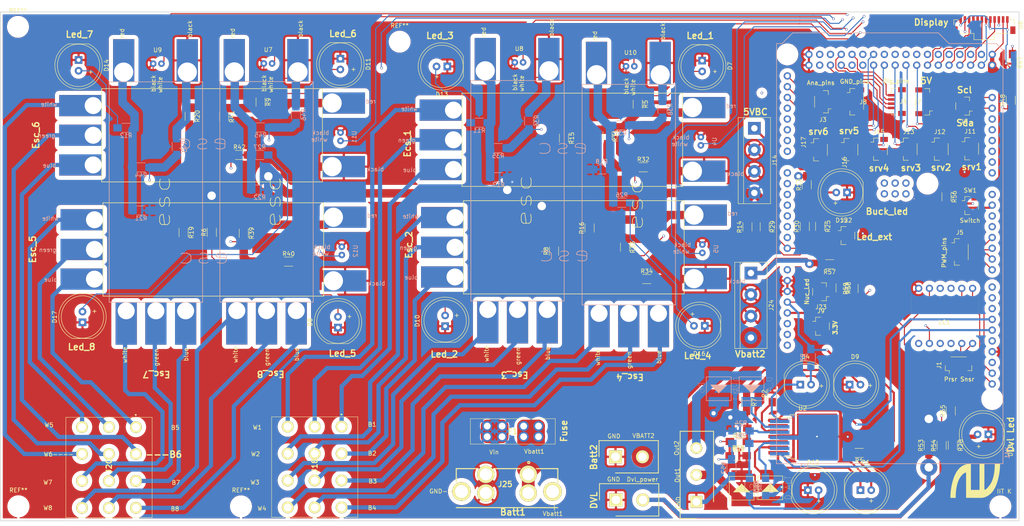
<source format=kicad_pcb>
(kicad_pcb (version 20171130) (host pcbnew 5.1.2-f72e74a~84~ubuntu16.04.1)
  (layers (0 F.Cu signal) (1 In1.Cu power) (2 In2.Cu signal) (31 B.Cu power) (34 B.Paste user) (35 F.Paste user) (36 B.SilkS user) (37 F.SilkS user) (38 B.Mask user hide) (39 F.Mask user hide) (44 Edge.Cuts user))
  (net 0 "")
  (net 1 "Net-(D1-Pad1)")
  (net 2 "Net-(D1-Pad2)")
  (net 3 "Net-(D2-Pad2)")
  (net 4 /OUT_1)
  (net 5 GND)
  (net 6 "Net-(D4-Pad1)")
  (net 7 "Net-(D4-Pad2)")
  (net 8 "Net-(D5-Pad2)")
  (net 9 /OUT_2)
  (net 10 "Net-(D7-Pad2)")
  (net 11 "Net-(D8-Pad2)")
  (net 12 "Net-(D9-Pad2)")
  (net 13 "Net-(D10-Pad2)")
  (net 14 "Net-(D11-Pad2)")
  (net 15 "Net-(D12-Pad2)")
  (net 16 "Net-(D13-Pad2)")
  (net 17 "Net-(D14-Pad2)")
  (net 18 "Net-(D15-Pad2)")
  (net 19 "Net-(D16-Pad2)")
  (net 20 "Net-(D17-Pad2)")
  (net 21 "Net-(D18-Pad2)")
  (net 22 /VIN1)
  (net 23 /VBATT1)
  (net 24 /5V)
  (net 25 "/SCL(PS)")
  (net 26 "/SDA(PS)")
  (net 27 /ANA1)
  (net 28 /ANA2)
  (net 29 /ANA3)
  (net 30 /DIG1)
  (net 31 /DIG2)
  (net 32 /DIG3)
  (net 33 /DIG4)
  (net 34 /PWM-1)
  (net 35 /PWM-2)
  (net 36 /PWM-3)
  (net 37 /PWM-4)
  (net 38 /SDA1)
  (net 39 /SCL1)
  (net 40 /3.3V)
  (net 41 /IN_1)
  (net 42 /IN_2)
  (net 43 /SER1)
  (net 44 /5VBC)
  (net 45 /SER2)
  (net 46 /SER3)
  (net 47 /SER4)
  (net 48 /SER5)
  (net 49 /SER6)
  (net 50 /B1)
  (net 51 /G1)
  (net 52 /W1)
  (net 53 /B2)
  (net 54 /G2)
  (net 55 /W2)
  (net 56 /B3)
  (net 57 /G3)
  (net 58 /W3)
  (net 59 /B4)
  (net 60 /G4)
  (net 61 /W4)
  (net 62 /B5)
  (net 63 /G5)
  (net 64 /W5)
  (net 65 /B6)
  (net 66 /G6)
  (net 67 /W6)
  (net 68 /B7)
  (net 69 /G7)
  (net 70 /W7)
  (net 71 /B8)
  (net 72 /G8)
  (net 73 /W8)
  (net 74 /VBATT2)
  (net 75 /Led_ext)
  (net 76 /Led_ext_nuc)
  (net 77 "Net-(R2-Pad1)")
  (net 78 "Net-(R4-Pad1)")
  (net 79 /VESC1)
  (net 80 /VESC5)
  (net 81 /SOV1)
  (net 82 /VESC2)
  (net 83 /VESC6)
  (net 84 /SOV2)
  (net 85 /VESC3)
  (net 86 /VESC7)
  (net 87 /VESC4)
  (net 88 /VESC8)
  (net 89 /A0)
  (net 90 /A1)
  (net 91 /A2)
  (net 92 /A3)
  (net 93 /A4)
  (net 94 /A5)
  (net 95 /A6)
  (net 96 /A7)
  (net 97 /A8)
  (net 98 "Net-(R47-Pad1)")
  (net 99 "Net-(R48-Pad1)")
  (net 100 /A9)
  (net 101 /A10)
  (net 102 /DVL)
  (net 103 /A11)
  (net 104 /Trigger)
  (net 105 /NUC)
  (net 106 /A12)
  (net 107 "/SCL(HV)")
  (net 108 "/SDA(HV)")
  (net 109 /T-1)
  (net 110 /T-2)
  (net 111 /24)
  (net 112 /22)
  (net 113 /26)
  (net 114 /28)
  (net 115 /30)
  (net 116 /32)
  (net 117 /T-8)
  (net 118 /T-3)
  (net 119 /T-7)
  (net 120 /T-4)
  (net 121 /T-6)
  (net 122 /T-5)
  (module Footprints:Arduino_Mega2560_Shield (layer B.Cu) (at 204.216 127.1016 90)
    (fp_text reference XA1 (at 2.54 54.356 90) (layer B.SilkS) (effects (justify mirror)))
    (fp_text value Arduino_Mega2560_Shield)
    (fp_text user . (at 62.484 32.004 90) (layer B.SilkS) (effects (justify mirror)))
    (pad RST2 thru_hole oval (at 63.627 25.4 90) (size 1.7272 1.7272) (drill 1.016) (layers *.Cu *.Mask))
    (pad GND4 thru_hole oval (at 66.167 25.4 90) (size 1.7272 1.7272) (drill 1.016) (layers *.Cu *.Mask))
    (pad MOSI thru_hole oval (at 66.167 27.94 90) (size 1.7272 1.7272) (drill 1.016) (layers *.Cu *.Mask))
    (pad SCK thru_hole oval (at 63.627 27.94 90) (size 1.7272 1.7272) (drill 1.016) (layers *.Cu *.Mask))
    (pad 5V2 thru_hole oval (at 66.167 30.48 90) (size 1.7272 1.7272) (drill 1.016) (layers *.Cu *.Mask))
    (pad A0 thru_hole oval (at 50.8 2.54 90) (size 1.7272 1.7272) (drill 1.016) (layers *.Cu *.Mask) (net 89 /A0))
    (pad VIN thru_hole oval (at 45.72 2.54 90) (size 1.7272 1.7272) (drill 1.016) (layers *.Cu *.Mask))
    (pad GND3 thru_hole oval (at 43.18 2.54 90) (size 1.7272 1.7272) (drill 1.016) (layers *.Cu *.Mask) (net 5 GND))
    (pad GND2 thru_hole oval (at 40.64 2.54 90) (size 1.7272 1.7272) (drill 1.016) (layers *.Cu *.Mask) (net 5 GND))
    (pad 5V1 thru_hole oval (at 38.1 2.54 90) (size 1.7272 1.7272) (drill 1.016) (layers *.Cu *.Mask) (net 24 /5V))
    (pad 3V3 thru_hole oval (at 35.56 2.54 90) (size 1.7272 1.7272) (drill 1.016) (layers *.Cu *.Mask) (net 40 /3.3V))
    (pad RST1 thru_hole oval (at 33.02 2.54 90) (size 1.7272 1.7272) (drill 1.016) (layers *.Cu *.Mask))
    (pad IORF thru_hole oval (at 30.48 2.54 90) (size 1.7272 1.7272) (drill 1.016) (layers *.Cu *.Mask))
    (pad D21 thru_hole oval (at 86.36 50.8 90) (size 1.7272 1.7272) (drill 1.016) (layers *.Cu *.Mask) (net 39 /SCL1))
    (pad D20 thru_hole oval (at 83.82 50.8 90) (size 1.7272 1.7272) (drill 1.016) (layers *.Cu *.Mask) (net 38 /SDA1))
    (pad D19 thru_hole oval (at 81.28 50.8 90) (size 1.7272 1.7272) (drill 1.016) (layers *.Cu *.Mask))
    (pad D18 thru_hole oval (at 78.74 50.8 90) (size 1.7272 1.7272) (drill 1.016) (layers *.Cu *.Mask))
    (pad D17 thru_hole oval (at 76.2 50.8 90) (size 1.7272 1.7272) (drill 1.016) (layers *.Cu *.Mask))
    (pad D16 thru_hole oval (at 73.66 50.8 90) (size 1.7272 1.7272) (drill 1.016) (layers *.Cu *.Mask))
    (pad D15 thru_hole oval (at 71.12 50.8 90) (size 1.7272 1.7272) (drill 1.016) (layers *.Cu *.Mask))
    (pad D14 thru_hole oval (at 68.58 50.8 90) (size 1.7272 1.7272) (drill 1.016) (layers *.Cu *.Mask))
    (pad D0 thru_hole oval (at 63.5 50.8 90) (size 1.7272 1.7272) (drill 1.016) (layers *.Cu *.Mask))
    (pad D1 thru_hole oval (at 60.96 50.8 90) (size 1.7272 1.7272) (drill 1.016) (layers *.Cu *.Mask) (net 104 /Trigger))
    (pad D2 thru_hole oval (at 58.42 50.8 90) (size 1.7272 1.7272) (drill 1.016) (layers *.Cu *.Mask))
    (pad D3 thru_hole oval (at 55.88 50.8 90) (size 1.7272 1.7272) (drill 1.016) (layers *.Cu *.Mask))
    (pad D4 thru_hole oval (at 53.34 50.8 90) (size 1.7272 1.7272) (drill 1.016) (layers *.Cu *.Mask) (net 34 /PWM-1))
    (pad D5 thru_hole oval (at 50.8 50.8 90) (size 1.7272 1.7272) (drill 1.016) (layers *.Cu *.Mask) (net 35 /PWM-2))
    (pad D6 thru_hole oval (at 48.26 50.8 90) (size 1.7272 1.7272) (drill 1.016) (layers *.Cu *.Mask) (net 36 /PWM-3))
    (pad D7 thru_hole oval (at 45.72 50.8 90) (size 1.7272 1.7272) (drill 1.016) (layers *.Cu *.Mask) (net 37 /PWM-4))
    (pad GND1 thru_hole oval (at 26.416 50.8 90) (size 1.7272 1.7272) (drill 1.016) (layers *.Cu *.Mask) (net 5 GND))
    (pad D8 thru_hole oval (at 41.656 50.8 90) (size 1.7272 1.7272) (drill 1.016) (layers *.Cu *.Mask))
    (pad D9 thru_hole oval (at 39.116 50.8 90) (size 1.7272 1.7272) (drill 1.016) (layers *.Cu *.Mask))
    (pad D10 thru_hole oval (at 36.576 50.8 90) (size 1.7272 1.7272) (drill 1.016) (layers *.Cu *.Mask))
    (pad "" np_thru_hole circle (at 66.04 35.56 90) (size 3.2 3.2) (drill 3.2) (layers *.Cu *.Mask))
    (pad "" np_thru_hole circle (at 15.24 50.8 90) (size 3.2 3.2) (drill 3.2) (layers *.Cu *.Mask))
    (pad "" np_thru_hole circle (at 96.52 2.54 90) (size 3.2 3.2) (drill 3.2) (layers *.Cu *.Mask))
    (pad SCL thru_hole oval (at 18.796 50.8 90) (size 1.7272 1.7272) (drill 1.016) (layers *.Cu *.Mask) (net 107 "/SCL(HV)"))
    (pad SDA thru_hole oval (at 21.336 50.8 90) (size 1.7272 1.7272) (drill 1.016) (layers *.Cu *.Mask) (net 108 "/SDA(HV)"))
    (pad AREF thru_hole oval (at 23.876 50.8 90) (size 1.7272 1.7272) (drill 1.016) (layers *.Cu *.Mask))
    (pad D13 thru_hole oval (at 28.956 50.8 90) (size 1.7272 1.7272) (drill 1.016) (layers *.Cu *.Mask))
    (pad D12 thru_hole oval (at 31.496 50.8 90) (size 1.7272 1.7272) (drill 1.016) (layers *.Cu *.Mask) (net 42 /IN_2))
    (pad D11 thru_hole oval (at 34.036 50.8 90) (size 1.7272 1.7272) (drill 1.016) (layers *.Cu *.Mask) (net 41 /IN_1))
    (pad "" thru_hole oval (at 27.94 2.54 90) (size 1.7272 1.7272) (drill 1.016) (layers *.Cu *.Mask))
    (pad A1 thru_hole oval (at 53.34 2.54 90) (size 1.7272 1.7272) (drill 1.016) (layers *.Cu *.Mask) (net 90 /A1))
    (pad A2 thru_hole oval (at 55.88 2.54 90) (size 1.7272 1.7272) (drill 1.016) (layers *.Cu *.Mask) (net 91 /A2))
    (pad A3 thru_hole oval (at 58.42 2.54 90) (size 1.7272 1.7272) (drill 1.016) (layers *.Cu *.Mask) (net 92 /A3))
    (pad A4 thru_hole oval (at 60.96 2.54 90) (size 1.7272 1.7272) (drill 1.016) (layers *.Cu *.Mask) (net 93 /A4))
    (pad A5 thru_hole oval (at 63.5 2.54 90) (size 1.7272 1.7272) (drill 1.016) (layers *.Cu *.Mask) (net 94 /A5))
    (pad A6 thru_hole oval (at 66.04 2.54 90) (size 1.7272 1.7272) (drill 1.016) (layers *.Cu *.Mask) (net 95 /A6))
    (pad A7 thru_hole oval (at 68.58 2.54 90) (size 1.7272 1.7272) (drill 1.016) (layers *.Cu *.Mask) (net 96 /A7))
    (pad A8 thru_hole oval (at 73.66 2.54 90) (size 1.7272 1.7272) (drill 1.016) (layers *.Cu *.Mask) (net 97 /A8))
    (pad A9 thru_hole oval (at 76.2 2.54 90) (size 1.7272 1.7272) (drill 1.016) (layers *.Cu *.Mask) (net 100 /A9))
    (pad A10 thru_hole oval (at 78.74 2.54 90) (size 1.7272 1.7272) (drill 1.016) (layers *.Cu *.Mask) (net 101 /A10))
    (pad A11 thru_hole oval (at 81.28 2.54 90) (size 1.7272 1.7272) (drill 1.016) (layers *.Cu *.Mask) (net 103 /A11))
    (pad A12 thru_hole oval (at 83.82 2.54 90) (size 1.7272 1.7272) (drill 1.016) (layers *.Cu *.Mask) (net 106 /A12))
    (pad A13 thru_hole oval (at 86.36 2.54 90) (size 1.7272 1.7272) (drill 1.016) (layers *.Cu *.Mask) (net 27 /ANA1))
    (pad A14 thru_hole oval (at 88.9 2.54 90) (size 1.7272 1.7272) (drill 1.016) (layers *.Cu *.Mask) (net 28 /ANA2))
    (pad A15 thru_hole oval (at 91.44 2.54 90) (size 1.7272 1.7272) (drill 1.016) (layers *.Cu *.Mask) (net 29 /ANA3))
    (pad 5V3 thru_hole oval (at 93.98 50.8 90) (size 1.7272 1.7272) (drill 1.016) (layers *.Cu *.Mask) (net 24 /5V))
    (pad 5V4 thru_hole oval (at 96.52 50.8 90) (size 1.7272 1.7272) (drill 1.016) (layers *.Cu *.Mask) (net 24 /5V))
    (pad D22 thru_hole oval (at 93.98 48.26 90) (size 1.7272 1.7272) (drill 1.016) (layers *.Cu *.Mask) (net 112 /22))
    (pad D23 thru_hole oval (at 96.52 48.26 90) (size 1.7272 1.7272) (drill 1.016) (layers *.Cu *.Mask) (net 109 /T-1))
    (pad D24 thru_hole oval (at 93.98 45.72 90) (size 1.7272 1.7272) (drill 1.016) (layers *.Cu *.Mask) (net 111 /24))
    (pad D25 thru_hole oval (at 96.52 45.72 90) (size 1.7272 1.7272) (drill 1.016) (layers *.Cu *.Mask) (net 110 /T-2))
    (pad D26 thru_hole oval (at 93.98 43.18 90) (size 1.7272 1.7272) (drill 1.016) (layers *.Cu *.Mask) (net 113 /26))
    (pad D27 thru_hole oval (at 96.52 43.18 90) (size 1.7272 1.7272) (drill 1.016) (layers *.Cu *.Mask) (net 118 /T-3))
    (pad D28 thru_hole oval (at 93.98 40.64 90) (size 1.7272 1.7272) (drill 1.016) (layers *.Cu *.Mask) (net 114 /28))
    (pad D29 thru_hole oval (at 96.52 40.64 90) (size 1.7272 1.7272) (drill 1.016) (layers *.Cu *.Mask) (net 120 /T-4))
    (pad D30 thru_hole oval (at 93.98 38.1 90) (size 1.7272 1.7272) (drill 1.016) (layers *.Cu *.Mask) (net 115 /30))
    (pad D31 thru_hole oval (at 96.52 38.1 90) (size 1.7272 1.7272) (drill 1.016) (layers *.Cu *.Mask) (net 122 /T-5))
    (pad D32 thru_hole oval (at 93.98 35.56 90) (size 1.7272 1.7272) (drill 1.016) (layers *.Cu *.Mask) (net 116 /32))
    (pad D33 thru_hole oval (at 96.52 35.56 90) (size 1.7272 1.7272) (drill 1.016) (layers *.Cu *.Mask) (net 121 /T-6))
    (pad D34 thru_hole oval (at 93.98 33.02 90) (size 1.7272 1.7272) (drill 1.016) (layers *.Cu *.Mask) (net 43 /SER1))
    (pad D35 thru_hole oval (at 96.52 33.02 90) (size 1.7272 1.7272) (drill 1.016) (layers *.Cu *.Mask) (net 119 /T-7))
    (pad D36 thru_hole oval (at 93.98 30.48 90) (size 1.7272 1.7272) (drill 1.016) (layers *.Cu *.Mask) (net 45 /SER2))
    (pad D37 thru_hole oval (at 96.52 30.48 90) (size 1.7272 1.7272) (drill 1.016) (layers *.Cu *.Mask) (net 117 /T-8))
    (pad D38 thru_hole oval (at 93.98 27.94 90) (size 1.7272 1.7272) (drill 1.016) (layers *.Cu *.Mask) (net 46 /SER3))
    (pad D39 thru_hole oval (at 96.52 27.94 90) (size 1.7272 1.7272) (drill 1.016) (layers *.Cu *.Mask))
    (pad D40 thru_hole oval (at 93.98 25.4 90) (size 1.7272 1.7272) (drill 1.016) (layers *.Cu *.Mask) (net 47 /SER4))
    (pad D41 thru_hole oval (at 96.52 25.4 90) (size 1.7272 1.7272) (drill 1.016) (layers *.Cu *.Mask))
    (pad D42 thru_hole oval (at 93.98 22.86 90) (size 1.7272 1.7272) (drill 1.016) (layers *.Cu *.Mask) (net 48 /SER5))
    (pad D43 thru_hole oval (at 96.52 22.86 90) (size 1.7272 1.7272) (drill 1.016) (layers *.Cu *.Mask) (net 49 /SER6))
    (pad D44 thru_hole oval (at 93.98 20.32 90) (size 1.7272 1.7272) (drill 1.016) (layers *.Cu *.Mask))
    (pad D45 thru_hole oval (at 96.52 20.32 90) (size 1.7272 1.7272) (drill 1.016) (layers *.Cu *.Mask))
    (pad D46 thru_hole oval (at 93.98 17.78 90) (size 1.7272 1.7272) (drill 1.016) (layers *.Cu *.Mask))
    (pad D47 thru_hole oval (at 96.52 17.78 90) (size 1.7272 1.7272) (drill 1.016) (layers *.Cu *.Mask) (net 30 /DIG1))
    (pad D48 thru_hole oval (at 93.98 15.24 90) (size 1.7272 1.7272) (drill 1.016) (layers *.Cu *.Mask) (net 31 /DIG2))
    (pad D49 thru_hole oval (at 96.52 15.24 90) (size 1.7272 1.7272) (drill 1.016) (layers *.Cu *.Mask) (net 32 /DIG3))
    (pad D50 thru_hole oval (at 93.98 12.7 90) (size 1.7272 1.7272) (drill 1.016) (layers *.Cu *.Mask) (net 33 /DIG4))
    (pad D51 thru_hole oval (at 96.52 12.7 90) (size 1.7272 1.7272) (drill 1.016) (layers *.Cu *.Mask))
    (pad D52 thru_hole oval (at 93.98 10.16 90) (size 1.7272 1.7272) (drill 1.016) (layers *.Cu *.Mask))
    (pad D53 thru_hole oval (at 96.52 10.16 90) (size 1.7272 1.7272) (drill 1.016) (layers *.Cu *.Mask))
    (pad GND5 thru_hole oval (at 93.98 7.62 90) (size 1.7272 1.7272) (drill 1.016) (layers *.Cu *.Mask) (net 5 GND))
    (pad GND6 thru_hole oval (at 96.52 7.62 90) (size 1.7272 1.7272) (drill 1.016) (layers *.Cu *.Mask) (net 5 GND))
    (pad MISO thru_hole oval (at 63.627 30.48 90) (size 1.7272 1.7272) (drill 1.016) (layers *.Cu *.Mask))
  )
  (module LOGO:logo (layer F.Cu) (at 251.02 131.14)
    (fp_text reference "IIT K" hide)
    (fp_text value LOGO hide)
  )
  (module Footprints:esc_mirror_redefined (layer F.Cu) (at 58.5724 89.0016)
    (fp_text reference U7 (at 25.88 -59.5) (layer F.SilkS))
    (fp_text value ESCPINS)
    (fp_text user black (at 33.48 -64.5 270) (layer F.SilkS))
    (fp_text user red (at 17.48 -63.4 270) (layer F.SilkS))
    (fp_text user white (at 18.18 12.4 270) (layer F.SilkS))
    (fp_text user green (at 25.58 13 270) (layer F.SilkS))
    (fp_text user blue (at 32.58 12.3 270) (layer F.SilkS))
    (fp_text user black (at 24.88 -51.6 270) (layer F.SilkS))
    (fp_text user white (at 26.48 -51.3 270) (layer F.SilkS))
    (fp_text user esc (at 27.08 -23.7 270) (layer F.SilkS) (effects (font (size 3.5 5))))
    (pad 4 thru_hole circle (at 26.79 -56.28 270) (size 1.55 1.55) (drill 0.7) (layers *.Cu *.Mask) (net 117 /T-8))
    (pad 5 thru_hole circle (at 24.84 -56.28 270) (size 1.55 1.55) (drill 0.7) (layers *.Cu *.Mask) (net 5 GND))
    (pad 1 thru_hole rect (at 32.48 2) (size 5 10) (drill 4 (offset 0 3)) (layers *.Cu F.Mask) (net 71 /B8))
    (pad 2 thru_hole rect (at 25.48 2) (size 5 10) (drill 4 (offset 0 3)) (layers *.Cu F.Mask) (net 72 /G8))
    (pad 3 thru_hole rect (at 18.48 2) (size 5 10) (drill 4 (offset 0 3)) (layers *.Cu F.Mask) (net 73 /W8))
    (pad 7 thru_hole rect (at 32.88 -54.3 180) (size 5 10) (drill 4.5 (offset 0 2.75)) (layers *.Cu F.Mask) (net 5 GND))
    (pad 6 thru_hole rect (at 17.88 -54.3 180) (size 5 10) (drill 4.5 (offset 0 2.75)) (layers *.Cu F.Mask) (net 88 /VESC8))
  )
  (module LEDs:LED_D10.0mm (layer F.Cu) (at 223.9772 133.35)
    (fp_text reference D1 (at 1.27 -6.56) (layer F.SilkS))
    (fp_text value LED)
    (pad 1 thru_hole rect (at 0 0) (size 1.8 1.8) (drill 0.9) (layers *.Cu *.Mask) (net 1 "Net-(D1-Pad1)"))
    (pad 2 thru_hole circle (at 2.54 0) (size 1.8 1.8) (drill 0.9) (layers *.Cu *.Mask) (net 2 "Net-(D1-Pad2)"))
  )
  (module Footprints:DO-214AB (layer F.Cu) (at 202.7428 132.7912 90)
    (fp_text reference D2 (at -0.254502 -4.0722 90) (layer F.SilkS) (effects (font (size 1.40283 1.40283) (thickness 0.05))))
    (fp_text value D_ALT (at 0.000005 4.1985 90) (layer F.SilkS) (effects (font (size 1.40251 1.40251) (thickness 0.05))))
    (pad 2 smd rect (at 3.1 0 270) (size 2.286 4.8) (layers F.Cu F.Paste F.Mask) (net 3 "Net-(D2-Pad2)"))
    (pad 1 smd rect (at -3.1 0 270) (size 2.286 4.8) (layers F.Cu F.Paste F.Mask) (net 4 /OUT_1))
  )
  (module Footprints:DO-214AB (layer F.Cu) (at 195.9864 132.8928 90)
    (fp_text reference D3 (at -0.254502 -4.0722 90) (layer F.SilkS) (effects (font (size 1.40283 1.40283) (thickness 0.05))))
    (fp_text value D_ALT (at 0.000005 4.1985 90) (layer F.SilkS) (effects (font (size 1.40251 1.40251) (thickness 0.05))))
    (pad 2 smd rect (at 3.1 0 270) (size 2.286 4.8) (layers F.Cu F.Paste F.Mask) (net 5 GND))
    (pad 1 smd rect (at -3.1 0 270) (size 2.286 4.8) (layers F.Cu F.Paste F.Mask) (net 4 /OUT_1))
  )
  (module LEDs:LED_D10.0mm (layer F.Cu) (at 209.804 108.458)
    (fp_text reference D4 (at 1.27 -6.56) (layer F.SilkS))
    (fp_text value LED)
    (pad 1 thru_hole rect (at 0 0) (size 1.8 1.8) (drill 0.9) (layers *.Cu *.Mask) (net 6 "Net-(D4-Pad1)"))
    (pad 2 thru_hole circle (at 2.54 0) (size 1.8 1.8) (drill 0.9) (layers *.Cu *.Mask) (net 7 "Net-(D4-Pad2)"))
  )
  (module Footprints:DO-214AB (layer B.Cu) (at 198.3232 109.4232 270)
    (fp_text reference D5 (at -0.254502 4.0722 270) (layer B.SilkS) (effects (font (size 1.40283 1.40283) (thickness 0.05)) (justify mirror)))
    (fp_text value D_ALT (at 0.000005 -4.1985 270) (layer B.SilkS) (effects (font (size 1.40251 1.40251) (thickness 0.05)) (justify mirror)))
    (pad 2 smd rect (at 3.1 0 90) (size 2.286 4.8) (layers B.Cu B.Paste B.Mask) (net 8 "Net-(D5-Pad2)"))
    (pad 1 smd rect (at -3.1 0 90) (size 2.286 4.8) (layers B.Cu B.Paste B.Mask) (net 9 /OUT_2))
  )
  (module Footprints:DO-214AB (layer B.Cu) (at 190.6016 109.4232 270)
    (fp_text reference D6 (at -0.254502 4.0722 270) (layer B.SilkS) (effects (font (size 1.40283 1.40283) (thickness 0.05)) (justify mirror)))
    (fp_text value D_ALT (at 0.000005 -4.1985 270) (layer B.SilkS) (effects (font (size 1.40251 1.40251) (thickness 0.05)) (justify mirror)))
    (pad 2 smd rect (at 3.1 0 90) (size 2.286 4.8) (layers B.Cu B.Paste B.Mask) (net 5 GND))
    (pad 1 smd rect (at -3.1 0 90) (size 2.286 4.8) (layers B.Cu B.Paste B.Mask) (net 9 /OUT_2))
  )
  (module LEDs:LED_D10.0mm (layer F.Cu) (at 186.69 32.0548 270)
    (fp_text reference D7 (at 1.27 -6.56 270) (layer F.SilkS))
    (fp_text value LED)
    (pad 1 thru_hole rect (at 0 0 270) (size 1.8 1.8) (drill 0.9) (layers *.Cu *.Mask) (net 5 GND))
    (pad 2 thru_hole circle (at 2.54 0 270) (size 1.8 1.8) (drill 0.9) (layers *.Cu *.Mask) (net 10 "Net-(D7-Pad2)"))
  )
  (module LEDs:LED_D10.0mm (layer F.Cu) (at 100.8888 94.996 90)
    (fp_text reference D8 (at 1.27 -6.56 90) (layer F.SilkS))
    (fp_text value LED)
    (pad 1 thru_hole rect (at 0 0 90) (size 1.8 1.8) (drill 0.9) (layers *.Cu *.Mask) (net 5 GND))
    (pad 2 thru_hole circle (at 2.54 0 90) (size 1.8 1.8) (drill 0.9) (layers *.Cu *.Mask) (net 11 "Net-(D8-Pad2)"))
  )
  (module LEDs:LED_D10.0mm (layer F.Cu) (at 221.4372 108.458)
    (fp_text reference D9 (at 1.27 -6.56) (layer F.SilkS))
    (fp_text value LED)
    (pad 1 thru_hole rect (at 0 0) (size 1.8 1.8) (drill 0.9) (layers *.Cu *.Mask) (net 5 GND))
    (pad 2 thru_hole circle (at 2.54 0) (size 1.8 1.8) (drill 0.9) (layers *.Cu *.Mask) (net 12 "Net-(D9-Pad2)"))
  )
  (module LEDs:LED_D10.0mm (layer F.Cu) (at 126.1364 94.6912 90)
    (fp_text reference D10 (at 1.27 -6.56 90) (layer F.SilkS))
    (fp_text value LED)
    (pad 1 thru_hole rect (at 0 0 90) (size 1.8 1.8) (drill 0.9) (layers *.Cu *.Mask) (net 5 GND))
    (pad 2 thru_hole circle (at 2.54 0 90) (size 1.8 1.8) (drill 0.9) (layers *.Cu *.Mask) (net 13 "Net-(D10-Pad2)"))
  )
  (module LEDs:LED_D10.0mm (layer F.Cu) (at 101.4476 31.5976 270)
    (fp_text reference D11 (at 1.27 -6.56 270) (layer F.SilkS))
    (fp_text value LED)
    (pad 1 thru_hole rect (at 0 0 270) (size 1.8 1.8) (drill 0.9) (layers *.Cu *.Mask) (net 5 GND))
    (pad 2 thru_hole circle (at 2.54 0 270) (size 1.8 1.8) (drill 0.9) (layers *.Cu *.Mask) (net 14 "Net-(D11-Pad2)"))
  )
  (module LEDs:LED_D10.0mm (layer F.Cu) (at 211.582 133.35)
    (fp_text reference D12 (at 1.27 -6.56) (layer F.SilkS))
    (fp_text value LED)
    (pad 1 thru_hole rect (at 0 0) (size 1.8 1.8) (drill 0.9) (layers *.Cu *.Mask) (net 5 GND))
    (pad 2 thru_hole circle (at 2.54 0) (size 1.8 1.8) (drill 0.9) (layers *.Cu *.Mask) (net 15 "Net-(D12-Pad2)"))
  )
  (module LEDs:LED_D10.0mm (layer F.Cu) (at 126.6444 33.4264 180)
    (fp_text reference D13 (at 1.27 -6.56 180) (layer F.SilkS))
    (fp_text value LED)
    (pad 1 thru_hole rect (at 0 0 180) (size 1.8 1.8) (drill 0.9) (layers *.Cu *.Mask) (net 5 GND))
    (pad 2 thru_hole circle (at 2.54 0 180) (size 1.8 1.8) (drill 0.9) (layers *.Cu *.Mask) (net 16 "Net-(D13-Pad2)"))
  )
  (module LEDs:LED_D10.0mm (layer F.Cu) (at 39.7764 31.9024 270)
    (fp_text reference D14 (at 1.27 -6.56 270) (layer F.SilkS))
    (fp_text value LED)
    (pad 1 thru_hole rect (at 0 0 270) (size 1.8 1.8) (drill 0.9) (layers *.Cu *.Mask) (net 5 GND))
    (pad 2 thru_hole circle (at 2.54 0 270) (size 1.8 1.8) (drill 0.9) (layers *.Cu *.Mask) (net 17 "Net-(D14-Pad2)"))
  )
  (module LEDs:LED_D10.0mm (layer F.Cu) (at 220.8276 63.1444 180)
    (fp_text reference D15 (at 1.27 -6.56 180) (layer F.SilkS))
    (fp_text value LED)
    (pad 1 thru_hole rect (at 0 0 180) (size 1.8 1.8) (drill 0.9) (layers *.Cu *.Mask) (net 5 GND))
    (pad 2 thru_hole circle (at 2.54 0 180) (size 1.8 1.8) (drill 0.9) (layers *.Cu *.Mask) (net 18 "Net-(D15-Pad2)"))
  )
  (module LEDs:LED_D10.0mm (layer F.Cu) (at 187.2996 94.5896 180)
    (fp_text reference D16 (at 1.27 -6.56 180) (layer F.SilkS))
    (fp_text value LED)
    (pad 1 thru_hole rect (at 0 0 180) (size 1.8 1.8) (drill 0.9) (layers *.Cu *.Mask) (net 5 GND))
    (pad 2 thru_hole circle (at 2.54 0 180) (size 1.8 1.8) (drill 0.9) (layers *.Cu *.Mask) (net 19 "Net-(D16-Pad2)"))
  )
  (module LEDs:LED_D10.0mm (layer F.Cu) (at 40.6908 93.7768 90)
    (fp_text reference D17 (at 1.27 -6.56 90) (layer F.SilkS))
    (fp_text value LED)
    (pad 1 thru_hole rect (at 0 0 90) (size 1.8 1.8) (drill 0.9) (layers *.Cu *.Mask) (net 5 GND))
    (pad 2 thru_hole circle (at 2.54 0 90) (size 1.8 1.8) (drill 0.9) (layers *.Cu *.Mask) (net 20 "Net-(D17-Pad2)"))
  )
  (module LEDs:LED_D10.0mm (layer F.Cu) (at 254.1166 120.1838 180)
    (fp_text reference D18 (at -5.2174 -3.7682 270) (layer F.SilkS))
    (fp_text value LED)
    (pad 1 thru_hole rect (at 0 0 180) (size 1.8 1.8) (drill 0.9) (layers *.Cu *.Mask) (net 5 GND))
    (pad 2 thru_hole circle (at 2.54 0 180) (size 1.8 1.8) (drill 0.9) (layers *.Cu *.Mask) (net 21 "Net-(D18-Pad2)"))
  )
  (module Connectors_Molex:Molex_PicoClasp_501331-0407_1x04_P1.0mm_Vertical (layer F.Cu) (at 247.0912 103.886 90)
    (fp_text reference J1 (at 0 -4.6 90) (layer F.SilkS))
    (fp_text value Conn_02x02_Counter_Clockwise)
    (pad 1 smd rect (at -1.325 -1.5 90) (size 1.55 0.6) (layers F.Cu F.Paste F.Mask) (net 24 /5V))
    (pad 2 smd rect (at -1.325 -0.5 90) (size 1.55 0.6) (layers F.Cu F.Paste F.Mask) (net 5 GND))
    (pad 3 smd rect (at -1.325 0.5 90) (size 1.55 0.6) (layers F.Cu F.Paste F.Mask) (net 25 "/SCL(PS)"))
    (pad 4 smd rect (at -1.325 1.5 90) (size 1.55 0.6) (layers F.Cu F.Paste F.Mask) (net 26 "/SDA(PS)"))
    (pad "" smd rect (at 1.2 -2.8 90) (size 1.8 1.2) (layers F.Cu F.Paste F.Mask))
    (pad "" smd rect (at 1.2 2.8 90) (size 1.8 1.2) (layers F.Cu F.Paste F.Mask))
  )
  (module "Footprints:1_3 pin&socket" (layer F.Cu) (at 185.3184 136.0932 90)
    (fp_text reference J2 (at 0 0 90) (layer F.SilkS) (effects (font (size 1.27 1.27) (thickness 0.254))))
    (fp_text value conn_01x03 hide)
    (pad 1 thru_hole rect (at 0 0 180) (size 2.775 2.775) (drill 1.85) (layers *.Cu *.Mask F.SilkS) (net 5 GND))
    (pad 2 thru_hole circle (at 6.35 0 180) (size 2.775 2.775) (drill 1.85) (layers *.Cu *.Mask F.SilkS) (net 4 /OUT_1))
    (pad 3 thru_hole circle (at 12.7 0 180) (size 2.775 2.775) (drill 1.85) (layers *.Cu *.Mask F.SilkS) (net 9 /OUT_2))
  )
  (module Connectors_Molex:Molex_PicoClasp_501331-0407_1x04_P1.0mm_Vertical (layer F.Cu) (at 232.5624 41.7068)
    (fp_text reference J4 (at 1.524 0) (layer F.SilkS))
    (fp_text value Conn_01x04_Male)
    (pad 1 smd rect (at -1.325 -1.5) (size 1.55 0.6) (layers F.Cu F.Paste F.Mask) (net 30 /DIG1))
    (pad 2 smd rect (at -1.325 -0.5) (size 1.55 0.6) (layers F.Cu F.Paste F.Mask) (net 31 /DIG2))
    (pad 3 smd rect (at -1.325 0.5) (size 1.55 0.6) (layers F.Cu F.Paste F.Mask) (net 32 /DIG3))
    (pad 4 smd rect (at -1.325 1.5) (size 1.55 0.6) (layers F.Cu F.Paste F.Mask) (net 33 /DIG4))
    (pad "" smd rect (at 1.2 -2.8) (size 1.8 1.2) (layers F.Cu F.Paste F.Mask))
    (pad "" smd rect (at 1.2 2.8) (size 1.8 1.2) (layers F.Cu F.Paste F.Mask))
  )
  (module Connectors_Molex:Molex_PicoClasp_501331-0407_1x04_P1.0mm_Vertical (layer F.Cu) (at 247.396 77.1652)
    (fp_text reference J5 (at 0 -4.6) (layer F.SilkS))
    (fp_text value Conn_01x04_Male)
    (pad 1 smd rect (at -1.325 -1.5) (size 1.55 0.6) (layers F.Cu F.Paste F.Mask) (net 34 /PWM-1))
    (pad 2 smd rect (at -1.325 -0.5) (size 1.55 0.6) (layers F.Cu F.Paste F.Mask) (net 35 /PWM-2))
    (pad 3 smd rect (at -1.325 0.5) (size 1.55 0.6) (layers F.Cu F.Paste F.Mask) (net 36 /PWM-3))
    (pad 4 smd rect (at -1.325 1.5) (size 1.55 0.6) (layers F.Cu F.Paste F.Mask) (net 37 /PWM-4))
    (pad "" smd rect (at 1.2 -2.8) (size 1.8 1.2) (layers F.Cu F.Paste F.Mask))
    (pad "" smd rect (at 1.2 2.8) (size 1.8 1.2) (layers F.Cu F.Paste F.Mask))
  )
  (module Connectors_Molex:Molex_PicoClasp_501331-0207_1x02_P1.0mm_Vertical (layer F.Cu) (at 248.412 42.7736 180)
    (fp_text reference J6 (at 0 -3.6 180) (layer F.SilkS))
    (fp_text value Conn_01x02_Male)
    (pad 1 smd rect (at -1.325 -0.5 180) (size 1.55 0.6) (layers F.Cu F.Paste F.Mask) (net 38 /SDA1))
    (pad 2 smd rect (at -1.325 0.5 180) (size 1.55 0.6) (layers F.Cu F.Paste F.Mask) (net 39 /SCL1))
    (pad "" smd rect (at 1.2 -1.8 180) (size 1.8 1.2) (layers F.Cu F.Paste F.Mask))
    (pad "" smd rect (at 1.2 1.8 180) (size 1.8 1.2) (layers F.Cu F.Paste F.Mask))
  )
  (module Connectors_Molex:Molex_PicoClasp_501331-0407_1x04_P1.0mm_Vertical (layer F.Cu) (at 239.014 41.7576 180)
    (fp_text reference J7 (at 1.5748 -0.1016 180) (layer F.SilkS))
    (fp_text value Conn_01x04_Male)
    (pad 1 smd rect (at -1.325 -1.5 180) (size 1.55 0.6) (layers F.Cu F.Paste F.Mask) (net 24 /5V))
    (pad 2 smd rect (at -1.325 -0.5 180) (size 1.55 0.6) (layers F.Cu F.Paste F.Mask) (net 24 /5V))
    (pad 3 smd rect (at -1.325 0.5 180) (size 1.55 0.6) (layers F.Cu F.Paste F.Mask) (net 24 /5V))
    (pad 4 smd rect (at -1.325 1.5 180) (size 1.55 0.6) (layers F.Cu F.Paste F.Mask) (net 24 /5V))
    (pad "" smd rect (at 1.2 -2.8 180) (size 1.8 1.2) (layers F.Cu F.Paste F.Mask))
    (pad "" smd rect (at 1.2 2.8 180) (size 1.8 1.2) (layers F.Cu F.Paste F.Mask))
  )
  (module Connectors_Molex:Molex_PicoClasp_501331-0407_1x04_P1.0mm_Vertical (layer F.Cu) (at 222.758 41.7576)
    (fp_text reference J8 (at 1.8796 0.0508) (layer F.SilkS))
    (fp_text value Conn_01x04_Male)
    (pad 1 smd rect (at -1.325 -1.5) (size 1.55 0.6) (layers F.Cu F.Paste F.Mask) (net 5 GND))
    (pad 2 smd rect (at -1.325 -0.5) (size 1.55 0.6) (layers F.Cu F.Paste F.Mask) (net 5 GND))
    (pad 3 smd rect (at -1.325 0.5) (size 1.55 0.6) (layers F.Cu F.Paste F.Mask) (net 5 GND))
    (pad 4 smd rect (at -1.325 1.5) (size 1.55 0.6) (layers F.Cu F.Paste F.Mask) (net 5 GND))
    (pad "" smd rect (at 1.2 -2.8) (size 1.8 1.2) (layers F.Cu F.Paste F.Mask))
    (pad "" smd rect (at 1.2 2.8) (size 1.8 1.2) (layers F.Cu F.Paste F.Mask))
  )
  (module Connectors_Molex:Molex_PicoClasp_501331-0207_1x02_P1.0mm_Vertical (layer F.Cu) (at 214.6808 94.6912)
    (fp_text reference J9 (at 0 -3.6) (layer F.SilkS))
    (fp_text value Conn_01x02_Male)
    (pad 1 smd rect (at -1.325 -0.5) (size 1.55 0.6) (layers F.Cu F.Paste F.Mask) (net 40 /3.3V))
    (pad 2 smd rect (at -1.325 0.5) (size 1.55 0.6) (layers F.Cu F.Paste F.Mask) (net 40 /3.3V))
    (pad "" smd rect (at 1.2 -1.8) (size 1.8 1.2) (layers F.Cu F.Paste F.Mask))
    (pad "" smd rect (at 1.2 1.8) (size 1.8 1.2) (layers F.Cu F.Paste F.Mask))
  )
  (module Connectors_Terminal_Blocks:TerminalBlock_bornier-4_P5.08mm (layer F.Cu) (at 198.9836 48.006 270)
    (fp_text reference J14 (at 7.6 -4.8 270) (layer F.SilkS))
    (fp_text value Conn_01x04_5V_buckconverter)
    (pad 2 thru_hole circle (at 5.08 0 270) (size 3 3) (drill 1.52) (layers *.Cu *.Mask) (net 5 GND))
    (pad 3 thru_hole circle (at 10.16 0 270) (size 3 3) (drill 1.52) (layers *.Cu *.Mask) (net 5 GND))
    (pad 1 thru_hole rect (at 0 0 270) (size 3 3) (drill 1.52) (layers *.Cu *.Mask) (net 44 /5VBC))
    (pad 4 thru_hole circle (at 15.24 0 270) (size 3 3) (drill 1.52) (layers *.Cu *.Mask) (net 22 /VIN1))
  )
  (module Footprints:4_3connector (layer F.Cu) (at 101.7524 118.364 270)
    (fp_text reference J18 (at 9.192 6.35 270) (layer F.SilkS) (effects (font (size 1.27 1.27) (thickness 0.254))))
    (fp_text value Conn_01x12 hide)
    (pad 1 thru_hole circle (at 0 0) (size 2.79 2.79) (drill 1.86) (layers *.Cu *.Mask F.SilkS) (net 50 /B1))
    (pad 2 thru_hole circle (at 0 6.35) (size 2.79 2.79) (drill 1.86) (layers *.Cu *.Mask F.SilkS) (net 51 /G1))
    (pad 3 thru_hole circle (at 0 12.7) (size 2.79 2.79) (drill 1.86) (layers *.Cu *.Mask F.SilkS) (net 52 /W1))
    (pad 4 thru_hole circle (at 6.35 0) (size 2.79 2.79) (drill 1.86) (layers *.Cu *.Mask F.SilkS) (net 53 /B2))
    (pad 5 thru_hole circle (at 6.35 6.35) (size 2.79 2.79) (drill 1.86) (layers *.Cu *.Mask F.SilkS) (net 54 /G2))
    (pad 6 thru_hole circle (at 6.35 12.7) (size 2.79 2.79) (drill 1.86) (layers *.Cu *.Mask F.SilkS) (net 55 /W2))
    (pad 7 thru_hole circle (at 12.7 0) (size 2.79 2.79) (drill 1.86) (layers *.Cu *.Mask F.SilkS) (net 56 /B3))
    (pad 8 thru_hole circle (at 12.7 6.35) (size 2.79 2.79) (drill 1.86) (layers *.Cu *.Mask F.SilkS) (net 57 /G3))
    (pad 9 thru_hole circle (at 12.7 12.7) (size 2.79 2.79) (drill 1.86) (layers *.Cu *.Mask F.SilkS) (net 58 /W3))
    (pad 10 thru_hole circle (at 19.05 0) (size 2.79 2.79) (drill 1.86) (layers *.Cu *.Mask F.SilkS) (net 59 /B4))
    (pad 11 thru_hole circle (at 19.05 6.35) (size 2.79 2.79) (drill 1.86) (layers *.Cu *.Mask F.SilkS) (net 60 /G4))
    (pad 12 thru_hole circle (at 19.05 12.7) (size 2.79 2.79) (drill 1.86) (layers *.Cu *.Mask F.SilkS) (net 61 /W4))
  )
  (module Footprints:1x2_Conn_ (layer F.Cu) (at 166.37 135.636)
    (fp_text reference J19 (at 0 0) (layer F.SilkS) (effects (font (size 1.27 1.27) (thickness 0.254))))
    (fp_text value Conn_01x02_Male_dvl hide)
    (pad 1 thru_hole rect (at 0 0 90) (size 3.075 3.075) (drill 2.05) (layers *.Cu *.Mask F.SilkS) (net 5 GND))
    (pad 2 thru_hole circle (at 6.35 0 90) (size 3.075 3.075) (drill 2.05) (layers *.Cu *.Mask F.SilkS) (net 102 /DVL))
  )
  (module Footprints:4_3connector (layer F.Cu) (at 53.2892 118.4656 270)
    (fp_text reference J20 (at 9.192 6.35 270) (layer F.SilkS) (effects (font (size 1.27 1.27) (thickness 0.254))))
    (fp_text value Conn_01x12 hide)
    (pad 1 thru_hole circle (at 0 0) (size 2.79 2.79) (drill 1.86) (layers *.Cu *.Mask F.SilkS) (net 62 /B5))
    (pad 2 thru_hole circle (at 0 6.35) (size 2.79 2.79) (drill 1.86) (layers *.Cu *.Mask F.SilkS) (net 63 /G5))
    (pad 3 thru_hole circle (at 0 12.7) (size 2.79 2.79) (drill 1.86) (layers *.Cu *.Mask F.SilkS) (net 64 /W5))
    (pad 4 thru_hole circle (at 6.35 0) (size 2.79 2.79) (drill 1.86) (layers *.Cu *.Mask F.SilkS) (net 65 /B6))
    (pad 5 thru_hole circle (at 6.35 6.35) (size 2.79 2.79) (drill 1.86) (layers *.Cu *.Mask F.SilkS) (net 66 /G6))
    (pad 6 thru_hole circle (at 6.35 12.7) (size 2.79 2.79) (drill 1.86) (layers *.Cu *.Mask F.SilkS) (net 67 /W6))
    (pad 7 thru_hole circle (at 12.7 0) (size 2.79 2.79) (drill 1.86) (layers *.Cu *.Mask F.SilkS) (net 68 /B7))
    (pad 8 thru_hole circle (at 12.7 6.35) (size 2.79 2.79) (drill 1.86) (layers *.Cu *.Mask F.SilkS) (net 69 /G7))
    (pad 9 thru_hole circle (at 12.7 12.7) (size 2.79 2.79) (drill 1.86) (layers *.Cu *.Mask F.SilkS) (net 70 /W7))
    (pad 10 thru_hole circle (at 19.05 0) (size 2.79 2.79) (drill 1.86) (layers *.Cu *.Mask F.SilkS) (net 71 /B8))
    (pad 11 thru_hole circle (at 19.05 6.35) (size 2.79 2.79) (drill 1.86) (layers *.Cu *.Mask F.SilkS) (net 72 /G8))
    (pad 12 thru_hole circle (at 19.05 12.7) (size 2.79 2.79) (drill 1.86) (layers *.Cu *.Mask F.SilkS) (net 73 /W8))
  )
  (module Footprints:1x2_Conn_ (layer F.Cu) (at 166.2684 125.476)
    (fp_text reference J21 (at 0 0) (layer F.SilkS) (effects (font (size 1.27 1.27) (thickness 0.254))))
    (fp_text value Conn_01x02_power_nuc hide)
    (pad 1 thru_hole rect (at 0 0 90) (size 3.075 3.075) (drill 2.05) (layers *.Cu *.Mask F.SilkS) (net 5 GND))
    (pad 2 thru_hole circle (at 6.35 0 90) (size 3.075 3.075) (drill 2.05) (layers *.Cu *.Mask F.SilkS) (net 74 /VBATT2))
  )
  (module Connectors_Molex:Molex_PicoClasp_501331-0207_1x02_P1.0mm_Vertical (layer F.Cu) (at 220.6752 73.3044)
    (fp_text reference J22 (at 0 -3.6) (layer F.SilkS))
    (fp_text value Led_ext_conn)
    (pad 1 smd rect (at -1.325 -0.5) (size 1.55 0.6) (layers F.Cu F.Paste F.Mask) (net 5 GND))
    (pad 2 smd rect (at -1.325 0.5) (size 1.55 0.6) (layers F.Cu F.Paste F.Mask) (net 75 /Led_ext))
    (pad "" smd rect (at 1.2 -1.8) (size 1.8 1.2) (layers F.Cu F.Paste F.Mask))
    (pad "" smd rect (at 1.2 1.8) (size 1.8 1.2) (layers F.Cu F.Paste F.Mask))
  )
  (module Connectors_Molex:Molex_PicoClasp_501331-0207_1x02_P1.0mm_Vertical (layer F.Cu) (at 214.6808 86.5632 180)
    (fp_text reference J23 (at 0 -3.6 180) (layer F.SilkS))
    (fp_text value Led_ext_nuc_conn)
    (pad 1 smd rect (at -1.325 -0.5 180) (size 1.55 0.6) (layers F.Cu F.Paste F.Mask) (net 5 GND))
    (pad 2 smd rect (at -1.325 0.5 180) (size 1.55 0.6) (layers F.Cu F.Paste F.Mask) (net 76 /Led_ext_nuc))
    (pad "" smd rect (at 1.2 -1.8 180) (size 1.8 1.2) (layers F.Cu F.Paste F.Mask))
    (pad "" smd rect (at 1.2 1.8 180) (size 1.8 1.2) (layers F.Cu F.Paste F.Mask))
  )
  (module Connectors_Terminal_Blocks:TerminalBlock_bornier-4_P5.08mm (layer F.Cu) (at 198.1708 82.1436 270)
    (fp_text reference J24 (at 7.6 -4.8 270) (layer F.SilkS))
    (fp_text value Conn_01x04_nuc_buck)
    (pad 2 thru_hole circle (at 5.08 0 270) (size 3 3) (drill 1.52) (layers *.Cu *.Mask) (net 5 GND))
    (pad 3 thru_hole circle (at 10.16 0 270) (size 3 3) (drill 1.52) (layers *.Cu *.Mask) (net 5 GND))
    (pad 1 thru_hole rect (at 0 0 270) (size 3 3) (drill 1.52) (layers *.Cu *.Mask) (net 76 /Led_ext_nuc))
    (pad 4 thru_hole circle (at 15.24 0 270) (size 3 3) (drill 1.52) (layers *.Cu *.Mask) (net 74 /VBATT2))
  )
  (module Footprints:power (layer F.Cu) (at 140.716 128.27)
    (fp_text reference J25 (at -0.4338 3.6797) (layer F.SilkS) (effects (font (size 1.27 1.27) (thickness 0.254))))
    (fp_text value Conn_01x04_power hide)
    (pad 1 thru_hole circle (at 5 1.34 90) (size 4.1 4.1) (drill 2.85) (layers *.Cu *.Mask F.SilkS) (net 23 /VBATT1))
    (pad 2 thru_hole circle (at 5 5.74 90) (size 4.1 4.1) (drill 2.85) (layers *.Cu *.Mask F.SilkS) (net 23 /VBATT1))
    (pad 3 thru_hole circle (at -5 1.34 90) (size 4.1 4.1) (drill 2.85) (layers *.Cu *.Mask F.SilkS) (net 5 GND))
    (pad 4 thru_hole circle (at -5 5.74 90) (size 4.1 4.1) (drill 2.85) (layers *.Cu *.Mask F.SilkS) (net 5 GND))
    (pad 5 thru_hole circle (at -10.73 5.39 90) (size 4.4 4.4) (drill 3.05) (layers *.Cu *.Mask F.SilkS))
    (pad 6 thru_hole circle (at 10.73 5.39 90) (size 4.4 4.4) (drill 3.05) (layers *.Cu *.Mask F.SilkS))
  )
  (module Resistors_SMD:R_1206_HandSoldering (layer F.Cu) (at 223.6724 124.5616 180)
    (fp_text reference R1 (at 0 -1.85 180) (layer F.SilkS))
    (fp_text value 5K)
    (pad 1 smd rect (at -2 0 180) (size 2 1.7) (layers F.Cu F.Paste F.Mask) (net 24 /5V))
    (pad 2 smd rect (at 2 0 180) (size 2 1.7) (layers F.Cu F.Paste F.Mask) (net 2 "Net-(D1-Pad2)"))
  )
  (module Resistors_SMD:R_1206_HandSoldering (layer F.Cu) (at 203.2 110.5916 90)
    (fp_text reference R2 (at 0 -1.85 90) (layer F.SilkS))
    (fp_text value 4K)
    (pad 1 smd rect (at -2 0 90) (size 2 1.7) (layers F.Cu F.Paste F.Mask) (net 77 "Net-(R2-Pad1)"))
    (pad 2 smd rect (at 2 0 90) (size 2 1.7) (layers F.Cu F.Paste F.Mask) (net 5 GND))
  )
  (module Resistors_SMD:R_1206_HandSoldering (layer B.Cu) (at 212.2932 102.0572 270)
    (fp_text reference R3 (at 0 1.85 270) (layer B.SilkS) (effects (justify mirror)))
    (fp_text value 5K)
    (pad 1 smd rect (at -2 0 270) (size 2 1.7) (layers B.Cu B.Paste B.Mask) (net 24 /5V))
    (pad 2 smd rect (at 2 0 270) (size 2 1.7) (layers B.Cu B.Paste B.Mask) (net 7 "Net-(D4-Pad2)"))
  )
  (module Resistors_SMD:R_1206_HandSoldering (layer B.Cu) (at 201.6252 132.4356 270)
    (fp_text reference R4 (at 0 1.85 270) (layer B.SilkS) (effects (justify mirror)))
    (fp_text value 4K)
    (pad 1 smd rect (at -2 0 270) (size 2 1.7) (layers B.Cu B.Paste B.Mask) (net 78 "Net-(R4-Pad1)"))
    (pad 2 smd rect (at 2 0 270) (size 2 1.7) (layers B.Cu B.Paste B.Mask) (net 5 GND))
  )
  (module Resistors_SMD:R_1206_HandSoldering (layer F.Cu) (at 171.5008 42.3164 270)
    (fp_text reference R5 (at 0 -1.85 270) (layer F.SilkS))
    (fp_text value 1K)
    (pad 1 smd rect (at -2 0 270) (size 2 1.7) (layers F.Cu F.Paste F.Mask) (net 10 "Net-(D7-Pad2)"))
    (pad 2 smd rect (at 2 0 270) (size 2 1.7) (layers F.Cu F.Paste F.Mask) (net 79 /VESC1))
  )
  (module Resistors_SMD:R_1206_HandSoldering (layer F.Cu) (at 71.1708 72.5424 90)
    (fp_text reference R6 (at 0 -1.85 90) (layer F.SilkS))
    (fp_text value 1K)
    (pad 1 smd rect (at -2 0 90) (size 2 1.7) (layers F.Cu F.Paste F.Mask) (net 11 "Net-(D8-Pad2)"))
    (pad 2 smd rect (at 2 0 90) (size 2 1.7) (layers F.Cu F.Paste F.Mask) (net 80 /VESC5))
  )
  (module Resistors_SMD:R_1206_HandSoldering (layer F.Cu) (at 197.1548 112.6236 270)
    (fp_text reference R7 (at 0 -1.85 270) (layer F.SilkS))
    (fp_text value 1K)
    (pad 1 smd rect (at -2 0 270) (size 2 1.7) (layers F.Cu F.Paste F.Mask) (net 12 "Net-(D9-Pad2)"))
    (pad 2 smd rect (at 2 0 270) (size 2 1.7) (layers F.Cu F.Paste F.Mask) (net 81 /SOV1))
  )
  (module Resistors_SMD:R_1206_HandSoldering (layer F.Cu) (at 151.7904 76.962 90)
    (fp_text reference R8 (at 0 -1.85 90) (layer F.SilkS))
    (fp_text value 1K)
    (pad 1 smd rect (at -2 0 90) (size 2 1.7) (layers F.Cu F.Paste F.Mask) (net 13 "Net-(D10-Pad2)"))
    (pad 2 smd rect (at 2 0 90) (size 2 1.7) (layers F.Cu F.Paste F.Mask) (net 82 /VESC2))
  )
  (module Resistors_SMD:R_1206_HandSoldering (layer F.Cu) (at 82.6516 41.8084 270)
    (fp_text reference R9 (at 0 -1.85 270) (layer F.SilkS))
    (fp_text value 1K)
    (pad 1 smd rect (at -2 0 270) (size 2 1.7) (layers F.Cu F.Paste F.Mask) (net 14 "Net-(D11-Pad2)"))
    (pad 2 smd rect (at 2 0 270) (size 2 1.7) (layers F.Cu F.Paste F.Mask) (net 83 /VESC6))
  )
  (module Resistors_SMD:R_1206_HandSoldering (layer B.Cu) (at 197.8152 132.4356 90)
    (fp_text reference R10 (at 0 1.85 90) (layer B.SilkS) (effects (justify mirror)))
    (fp_text value 1K)
    (pad 1 smd rect (at -2 0 90) (size 2 1.7) (layers B.Cu B.Paste B.Mask) (net 15 "Net-(D12-Pad2)"))
    (pad 2 smd rect (at 2 0 90) (size 2 1.7) (layers B.Cu B.Paste B.Mask) (net 84 /SOV2))
  )
  (module Resistors_SMD:R_1206_HandSoldering (layer B.Cu) (at 134.1628 46.6852)
    (fp_text reference R11 (at 0 1.85) (layer B.SilkS) (effects (justify mirror)))
    (fp_text value 1K)
    (pad 1 smd rect (at -2 0) (size 2 1.7) (layers B.Cu B.Paste B.Mask) (net 16 "Net-(D13-Pad2)"))
    (pad 2 smd rect (at 2 0) (size 2 1.7) (layers B.Cu B.Paste B.Mask) (net 85 /VESC3))
  )
  (module Resistors_SMD:R_1206_HandSoldering (layer B.Cu) (at 50.9524 47.9044)
    (fp_text reference R12 (at 0 1.85) (layer B.SilkS) (effects (justify mirror)))
    (fp_text value 1K)
    (pad 1 smd rect (at -2 0) (size 2 1.7) (layers B.Cu B.Paste B.Mask) (net 17 "Net-(D14-Pad2)"))
    (pad 2 smd rect (at 2 0) (size 2 1.7) (layers B.Cu B.Paste B.Mask) (net 86 /VESC7))
  )
  (module Resistors_SMD:R_1206_HandSoldering (layer F.Cu) (at 211.328 61.3156 90)
    (fp_text reference R13 (at 0 -1.85 90) (layer F.SilkS))
    (fp_text value 1K)
    (pad 1 smd rect (at -2 0 90) (size 2 1.7) (layers F.Cu F.Paste F.Mask) (net 18 "Net-(D15-Pad2)"))
    (pad 2 smd rect (at 2 0 90) (size 2 1.7) (layers F.Cu F.Paste F.Mask) (net 44 /5VBC))
  )
  (module Resistors_SMD:R_1206_HandSoldering (layer F.Cu) (at 197.358 71.2724 90)
    (fp_text reference R14 (at 0 -1.85 90) (layer F.SilkS))
    (fp_text value 1k)
    (pad 1 smd rect (at -2 0 90) (size 2 1.7) (layers F.Cu F.Paste F.Mask) (net 75 /Led_ext))
    (pad 2 smd rect (at 2 0 90) (size 2 1.7) (layers F.Cu F.Paste F.Mask) (net 22 /VIN1))
  )
  (module Resistors_SMD:R_1206_HandSoldering (layer F.Cu) (at 154.1272 50.3428 270)
    (fp_text reference R15 (at 0 -1.85 270) (layer F.SilkS))
    (fp_text value 50m)
    (pad 1 smd rect (at -2 0 270) (size 2 1.7) (layers F.Cu F.Paste F.Mask) (net 79 /VESC1))
    (pad 2 smd rect (at 2 0 270) (size 2 1.7) (layers F.Cu F.Paste F.Mask) (net 22 /VIN1))
  )
  (module Resistors_SMD:R_1206_HandSoldering (layer F.Cu) (at 160.1724 71.5264 90)
    (fp_text reference R16 (at 0 -1.85 90) (layer F.SilkS))
    (fp_text value 50m)
    (pad 1 smd rect (at -2 0 90) (size 2 1.7) (layers F.Cu F.Paste F.Mask) (net 82 /VESC2))
    (pad 2 smd rect (at 2 0 90) (size 2 1.7) (layers F.Cu F.Paste F.Mask) (net 22 /VIN1))
  )
  (module Resistors_SMD:R_1206_HandSoldering (layer B.Cu) (at 138.7348 59.5376)
    (fp_text reference R17 (at 0 1.85) (layer B.SilkS) (effects (justify mirror)))
    (fp_text value 50m)
    (pad 1 smd rect (at -2 0) (size 2 1.7) (layers B.Cu B.Paste B.Mask) (net 85 /VESC3))
    (pad 2 smd rect (at 2 0) (size 2 1.7) (layers B.Cu B.Paste B.Mask) (net 22 /VIN1))
  )
  (module Resistors_SMD:R_1206_HandSoldering (layer B.Cu) (at 163.0172 57.7088 180)
    (fp_text reference R18 (at 0 1.85 180) (layer B.SilkS) (effects (justify mirror)))
    (fp_text value 50m)
    (pad 1 smd rect (at -2 0 180) (size 2 1.7) (layers B.Cu B.Paste B.Mask) (net 87 /VESC4))
    (pad 2 smd rect (at 2 0 180) (size 2 1.7) (layers B.Cu B.Paste B.Mask) (net 22 /VIN1))
  )
  (module Resistors_SMD:R_1206_HandSoldering (layer F.Cu) (at 64.516 72.5932 270)
    (fp_text reference R19 (at 0 -1.85 270) (layer F.SilkS))
    (fp_text value 50m)
    (pad 1 smd rect (at -2 0 270) (size 2 1.7) (layers F.Cu F.Paste F.Mask) (net 80 /VESC5))
    (pad 2 smd rect (at 2 0 270) (size 2 1.7) (layers F.Cu F.Paste F.Mask) (net 22 /VIN1))
  )
  (module Resistors_SMD:R_1206_HandSoldering (layer F.Cu) (at 65.9384 45.1612 270)
    (fp_text reference R20 (at 0 -1.85 270) (layer F.SilkS))
    (fp_text value 50m)
    (pad 1 smd rect (at -2 0 270) (size 2 1.7) (layers F.Cu F.Paste F.Mask) (net 83 /VESC6))
    (pad 2 smd rect (at 2 0 270) (size 2 1.7) (layers F.Cu F.Paste F.Mask) (net 22 /VIN1))
  )
  (module Resistors_SMD:R_1206_HandSoldering (layer B.Cu) (at 54.483 67.3862)
    (fp_text reference R21 (at 0 1.85) (layer B.SilkS) (effects (justify mirror)))
    (fp_text value 50m)
    (pad 1 smd rect (at -2 0) (size 2 1.7) (layers B.Cu B.Paste B.Mask) (net 86 /VESC7))
    (pad 2 smd rect (at 2 0) (size 2 1.7) (layers B.Cu B.Paste B.Mask) (net 22 /VIN1))
  )
  (module Resistors_SMD:R_1206_HandSoldering (layer B.Cu) (at 82.4484 62.484)
    (fp_text reference R22 (at 0 1.85) (layer B.SilkS) (effects (justify mirror)))
    (fp_text value 50m)
    (pad 1 smd rect (at -2 0) (size 2 1.7) (layers B.Cu B.Paste B.Mask) (net 88 /VESC8))
    (pad 2 smd rect (at 2 0) (size 2 1.7) (layers B.Cu B.Paste B.Mask) (net 22 /VIN1))
  )
  (module Resistors_SMD:R_1206_HandSoldering (layer F.Cu) (at 195.326 118.7196 180)
    (fp_text reference R23 (at 0 -1.85 180) (layer F.SilkS))
    (fp_text value 50m)
    (pad 1 smd rect (at -2 0 180) (size 2 1.7) (layers F.Cu F.Paste F.Mask) (net 81 /SOV1))
    (pad 2 smd rect (at 2 0 180) (size 2 1.7) (layers F.Cu F.Paste F.Mask) (net 22 /VIN1))
  )
  (module Resistors_SMD:R_1206_HandSoldering (layer B.Cu) (at 195.834 119.38 180)
    (fp_text reference R24 (at 0 1.85 180) (layer B.SilkS) (effects (justify mirror)))
    (fp_text value 50m)
    (pad 1 smd rect (at -2 0 180) (size 2 1.7) (layers B.Cu B.Paste B.Mask) (net 84 /SOV2))
    (pad 2 smd rect (at 2 0 180) (size 2 1.7) (layers B.Cu B.Paste B.Mask) (net 22 /VIN1))
  )
  (module Resistors_SMD:R_1206_HandSoldering (layer F.Cu) (at 214.4776 71.12 270)
    (fp_text reference R25 (at 0 -1.85 270) (layer F.SilkS))
    (fp_text value 4k)
    (pad 1 smd rect (at -2 0 270) (size 2 1.7) (layers F.Cu F.Paste F.Mask) (net 5 GND))
    (pad 2 smd rect (at 2 0 270) (size 2 1.7) (layers F.Cu F.Paste F.Mask) (net 75 /Led_ext))
  )
  (module Resistors_SMD:R_1206_HandSoldering (layer B.Cu) (at 167.7416 65.5828 180)
    (fp_text reference R26 (at 0 1.85 180) (layer B.SilkS) (effects (justify mirror)))
    (fp_text value 1K)
    (pad 1 smd rect (at -2 0 180) (size 2 1.7) (layers B.Cu B.Paste B.Mask) (net 19 "Net-(D16-Pad2)"))
    (pad 2 smd rect (at 2 0 180) (size 2 1.7) (layers B.Cu B.Paste B.Mask) (net 87 /VESC4))
  )
  (module Resistors_SMD:R_1206_HandSoldering (layer B.Cu) (at 82.4484 54.3052 180)
    (fp_text reference R27 (at 0 1.85 180) (layer B.SilkS) (effects (justify mirror)))
    (fp_text value 1K)
    (pad 1 smd rect (at -2 0 180) (size 2 1.7) (layers B.Cu B.Paste B.Mask) (net 20 "Net-(D17-Pad2)"))
    (pad 2 smd rect (at 2 0 180) (size 2 1.7) (layers B.Cu B.Paste B.Mask) (net 88 /VESC8))
  )
  (module Resistors_SMD:R_1206_HandSoldering (layer F.Cu) (at 245.745 122.7582 270)
    (fp_text reference R28 (at 0 -1.85 270) (layer F.SilkS))
    (fp_text value 1K)
    (pad 1 smd rect (at -2 0 270) (size 2 1.7) (layers F.Cu F.Paste F.Mask) (net 21 "Net-(D18-Pad2)"))
    (pad 2 smd rect (at 2 0 270) (size 2 1.7) (layers F.Cu F.Paste F.Mask) (net 102 /DVL))
  )
  (module Resistors_SMD:R_1206_HandSoldering (layer F.Cu) (at 201.422 71.2216 270)
    (fp_text reference R29 (at 0 -1.85 270) (layer F.SilkS))
    (fp_text value 24K)
    (pad 1 smd rect (at -2 0 270) (size 2 1.7) (layers F.Cu F.Paste F.Mask) (net 22 /VIN1))
    (pad 2 smd rect (at 2 0 270) (size 2 1.7) (layers F.Cu F.Paste F.Mask) (net 89 /A0))
  )
  (module Resistors_SMD:R_1206_HandSoldering (layer F.Cu) (at 210.8708 71.1708 90)
    (fp_text reference R30 (at 0 -1.85 90) (layer F.SilkS))
    (fp_text value 1K)
    (pad 1 smd rect (at -2 0 90) (size 2 1.7) (layers F.Cu F.Paste F.Mask) (net 89 /A0))
    (pad 2 smd rect (at 2 0 90) (size 2 1.7) (layers F.Cu F.Paste F.Mask) (net 5 GND))
  )
  (module Resistors_SMD:R_1206_HandSoldering (layer F.Cu) (at 164.3888 49.784 270)
    (fp_text reference R31 (at 0 -1.85 270) (layer F.SilkS))
    (fp_text value 24K)
    (pad 1 smd rect (at -2 0 270) (size 2 1.7) (layers F.Cu F.Paste F.Mask) (net 79 /VESC1))
    (pad 2 smd rect (at 2 0 270) (size 2 1.7) (layers F.Cu F.Paste F.Mask) (net 90 /A1))
  )
  (module Resistors_SMD:R_1206_HandSoldering (layer F.Cu) (at 172.8216 57.2008)
    (fp_text reference R32 (at 0 -1.85) (layer F.SilkS))
    (fp_text value 1K)
    (pad 1 smd rect (at -2 0) (size 2 1.7) (layers F.Cu F.Paste F.Mask) (net 90 /A1))
    (pad 2 smd rect (at 2 0) (size 2 1.7) (layers F.Cu F.Paste F.Mask) (net 5 GND))
  )
  (module Resistors_SMD:R_1206_HandSoldering (layer F.Cu) (at 168.5036 76.0476 270)
    (fp_text reference R33 (at 0 -1.85 270) (layer F.SilkS))
    (fp_text value 24K)
    (pad 1 smd rect (at -2 0 270) (size 2 1.7) (layers F.Cu F.Paste F.Mask) (net 82 /VESC2))
    (pad 2 smd rect (at 2 0 270) (size 2 1.7) (layers F.Cu F.Paste F.Mask) (net 91 /A2))
  )
  (module Resistors_SMD:R_1206_HandSoldering (layer F.Cu) (at 173.6344 83.566)
    (fp_text reference R34 (at 0 -1.85) (layer F.SilkS))
    (fp_text value 1K)
    (pad 1 smd rect (at -2 0) (size 2 1.7) (layers F.Cu F.Paste F.Mask) (net 91 /A2))
    (pad 2 smd rect (at 2 0) (size 2 1.7) (layers F.Cu F.Paste F.Mask) (net 5 GND))
  )
  (module Resistors_SMD:R_1206_HandSoldering (layer B.Cu) (at 138.6332 52.6796)
    (fp_text reference R35 (at 0 1.85) (layer B.SilkS) (effects (justify mirror)))
    (fp_text value 24K)
    (pad 1 smd rect (at -2 0) (size 2 1.7) (layers B.Cu B.Paste B.Mask) (net 85 /VESC3))
    (pad 2 smd rect (at 2 0) (size 2 1.7) (layers B.Cu B.Paste B.Mask) (net 92 /A3))
  )
  (module Resistors_SMD:R_1206_HandSoldering (layer B.Cu) (at 145.8976 46.2788 90)
    (fp_text reference R36 (at 0 1.85 90) (layer B.SilkS) (effects (justify mirror)))
    (fp_text value 1K)
    (pad 1 smd rect (at -2 0 90) (size 2 1.7) (layers B.Cu B.Paste B.Mask) (net 92 /A3))
    (pad 2 smd rect (at 2 0 90) (size 2 1.7) (layers B.Cu B.Paste B.Mask) (net 5 GND))
  )
  (module Resistors_SMD:R_1206_HandSoldering (layer B.Cu) (at 167.4876 47.2948)
    (fp_text reference R37 (at 0 1.85) (layer B.SilkS) (effects (justify mirror)))
    (fp_text value 24K)
    (pad 1 smd rect (at -2 0) (size 2 1.7) (layers B.Cu B.Paste B.Mask) (net 87 /VESC4))
    (pad 2 smd rect (at 2 0) (size 2 1.7) (layers B.Cu B.Paste B.Mask) (net 93 /A4))
  )
  (module Resistors_SMD:R_1206_HandSoldering (layer B.Cu) (at 177.3428 43.5356 90)
    (fp_text reference R38 (at 0 1.85 90) (layer B.SilkS) (effects (justify mirror)))
    (fp_text value 1K)
    (pad 1 smd rect (at -2 0 90) (size 2 1.7) (layers B.Cu B.Paste B.Mask) (net 93 /A4))
    (pad 2 smd rect (at 2 0 90) (size 2 1.7) (layers B.Cu B.Paste B.Mask) (net 5 GND))
  )
  (module Resistors_SMD:R_1206_HandSoldering (layer F.Cu) (at 78.6892 72.7456 270)
    (fp_text reference R39 (at 0 -1.85 270) (layer F.SilkS))
    (fp_text value 24K)
    (pad 1 smd rect (at -2 0 270) (size 2 1.7) (layers F.Cu F.Paste F.Mask) (net 80 /VESC5))
    (pad 2 smd rect (at 2 0 270) (size 2 1.7) (layers F.Cu F.Paste F.Mask) (net 94 /A5))
  )
  (module Resistors_SMD:R_1206_HandSoldering (layer F.Cu) (at 89.2556 79.4512)
    (fp_text reference R40 (at 0 -1.85) (layer F.SilkS))
    (fp_text value 1K)
    (pad 1 smd rect (at -2 0) (size 2 1.7) (layers F.Cu F.Paste F.Mask) (net 94 /A5))
    (pad 2 smd rect (at 2 0) (size 2 1.7) (layers F.Cu F.Paste F.Mask) (net 5 GND))
  )
  (module Resistors_SMD:R_1206_HandSoldering (layer F.Cu) (at 74.0664 45.2628 270)
    (fp_text reference R41 (at 0 -1.85 270) (layer F.SilkS))
    (fp_text value 24K)
    (pad 1 smd rect (at -2 0 270) (size 2 1.7) (layers F.Cu F.Paste F.Mask) (net 83 /VESC6))
    (pad 2 smd rect (at 2 0 270) (size 2 1.7) (layers F.Cu F.Paste F.Mask) (net 95 /A6))
  )
  (module Resistors_SMD:R_1206_HandSoldering (layer F.Cu) (at 77.6732 54.3052)
    (fp_text reference R42 (at 0 -1.85) (layer F.SilkS))
    (fp_text value 1K)
    (pad 1 smd rect (at -2 0) (size 2 1.7) (layers F.Cu F.Paste F.Mask) (net 95 /A6))
    (pad 2 smd rect (at 2 0) (size 2 1.7) (layers F.Cu F.Paste F.Mask) (net 5 GND))
  )
  (module Resistors_SMD:R_1206_HandSoldering (layer B.Cu) (at 62.8904 52.324 90)
    (fp_text reference R43 (at 0 1.85 90) (layer B.SilkS) (effects (justify mirror)))
    (fp_text value 1K)
    (pad 1 smd rect (at -2 0 90) (size 2 1.7) (layers B.Cu B.Paste B.Mask) (net 96 /A7))
    (pad 2 smd rect (at 2 0 90) (size 2 1.7) (layers B.Cu B.Paste B.Mask) (net 5 GND))
  )
  (module Resistors_SMD:R_1206_HandSoldering (layer B.Cu) (at 54.483 57.2262)
    (fp_text reference R44 (at 0 1.85) (layer B.SilkS) (effects (justify mirror)))
    (fp_text value 24K)
    (pad 1 smd rect (at -2 0) (size 2 1.7) (layers B.Cu B.Paste B.Mask) (net 86 /VESC7))
    (pad 2 smd rect (at 2 0) (size 2 1.7) (layers B.Cu B.Paste B.Mask) (net 96 /A7))
  )
  (module Resistors_SMD:R_1206_HandSoldering (layer B.Cu) (at 82.6516 47.8028)
    (fp_text reference R45 (at 0 1.85) (layer B.SilkS) (effects (justify mirror)))
    (fp_text value 24K)
    (pad 1 smd rect (at -2 0) (size 2 1.7) (layers B.Cu B.Paste B.Mask) (net 88 /VESC8))
    (pad 2 smd rect (at 2 0) (size 2 1.7) (layers B.Cu B.Paste B.Mask) (net 97 /A8))
  )
  (module Resistors_SMD:R_1206_HandSoldering (layer B.Cu) (at 90.9828 44.8056 90)
    (fp_text reference R46 (at 0 1.85 90) (layer B.SilkS) (effects (justify mirror)))
    (fp_text value 1K)
    (pad 1 smd rect (at -2 0 90) (size 2 1.7) (layers B.Cu B.Paste B.Mask) (net 97 /A8))
    (pad 2 smd rect (at 2 0 90) (size 2 1.7) (layers B.Cu B.Paste B.Mask) (net 5 GND))
  )
  (module Resistors_SMD:R_1206_HandSoldering (layer F.Cu) (at 259.7912 32.512 270)
    (fp_text reference R47 (at 0 -1.85 270) (layer F.SilkS))
    (fp_text value 1K)
    (pad 1 smd rect (at -2 0 270) (size 2 1.7) (layers F.Cu F.Paste F.Mask) (net 98 "Net-(R47-Pad1)"))
    (pad 2 smd rect (at 2 0 270) (size 2 1.7) (layers F.Cu F.Paste F.Mask) (net 5 GND))
  )
  (module Resistors_SMD:R_1206_HandSoldering (layer F.Cu) (at 259.3848 41.402 90)
    (fp_text reference R48 (at 0 -1.85 90) (layer F.SilkS))
    (fp_text value 220)
    (pad 1 smd rect (at -2 0 90) (size 2 1.7) (layers F.Cu F.Paste F.Mask) (net 99 "Net-(R48-Pad1)"))
    (pad 2 smd rect (at 2 0 90) (size 2 1.7) (layers F.Cu F.Paste F.Mask) (net 24 /5V))
  )
  (module Resistors_SMD:R_1206_HandSoldering (layer F.Cu) (at 195.2244 121.8692 180)
    (fp_text reference R49 (at 0 -1.85 180) (layer F.SilkS))
    (fp_text value 24K)
    (pad 1 smd rect (at -2 0 180) (size 2 1.7) (layers F.Cu F.Paste F.Mask) (net 81 /SOV1))
    (pad 2 smd rect (at 2 0 180) (size 2 1.7) (layers F.Cu F.Paste F.Mask) (net 100 /A9))
  )
  (module Resistors_SMD:R_1206_HandSoldering (layer F.Cu) (at 195.1736 125.222)
    (fp_text reference R50 (at 0 -1.85) (layer F.SilkS))
    (fp_text value 1K)
    (pad 1 smd rect (at -2 0) (size 2 1.7) (layers F.Cu F.Paste F.Mask) (net 100 /A9))
    (pad 2 smd rect (at 2 0) (size 2 1.7) (layers F.Cu F.Paste F.Mask) (net 5 GND))
  )
  (module Resistors_SMD:R_1206_HandSoldering (layer B.Cu) (at 195.7832 122.3264 180)
    (fp_text reference R51 (at 0 1.85 180) (layer B.SilkS) (effects (justify mirror)))
    (fp_text value 24K)
    (pad 1 smd rect (at -2 0 180) (size 2 1.7) (layers B.Cu B.Paste B.Mask) (net 84 /SOV2))
    (pad 2 smd rect (at 2 0 180) (size 2 1.7) (layers B.Cu B.Paste B.Mask) (net 101 /A10))
  )
  (module Resistors_SMD:R_1206_HandSoldering (layer B.Cu) (at 193.5988 128.0668 270)
    (fp_text reference R52 (at 0 1.85 270) (layer B.SilkS) (effects (justify mirror)))
    (fp_text value 1K)
    (pad 1 smd rect (at -2 0 270) (size 2 1.7) (layers B.Cu B.Paste B.Mask) (net 101 /A10))
    (pad 2 smd rect (at 2 0 270) (size 2 1.7) (layers B.Cu B.Paste B.Mask) (net 5 GND))
  )
  (module Resistors_SMD:R_1206_HandSoldering (layer F.Cu) (at 240.0808 122.7836 90)
    (fp_text reference R53 (at 0 -1.85 90) (layer F.SilkS))
    (fp_text value 50m)
    (pad 1 smd rect (at -2 0 90) (size 2 1.7) (layers F.Cu F.Paste F.Mask) (net 102 /DVL))
    (pad 2 smd rect (at 2 0 90) (size 2 1.7) (layers F.Cu F.Paste F.Mask) (net 22 /VIN1))
  )
  (module Resistors_SMD:R_1206_HandSoldering (layer F.Cu) (at 243.1034 122.809 90)
    (fp_text reference R54 (at 0 -1.85 90) (layer F.SilkS))
    (fp_text value 24K)
    (pad 1 smd rect (at -2 0 90) (size 2 1.7) (layers F.Cu F.Paste F.Mask) (net 102 /DVL))
    (pad 2 smd rect (at 2 0 90) (size 2 1.7) (layers F.Cu F.Paste F.Mask) (net 103 /A11))
  )
  (module Resistors_SMD:R_1206_HandSoldering (layer F.Cu) (at 245.2624 114.6556 90)
    (fp_text reference R55 (at 0 -1.85 90) (layer F.SilkS))
    (fp_text value 1K)
    (pad 1 smd rect (at -2 0 90) (size 2 1.7) (layers F.Cu F.Paste F.Mask) (net 103 /A11))
    (pad 2 smd rect (at 2 0 90) (size 2 1.7) (layers F.Cu F.Paste F.Mask) (net 5 GND))
  )
  (module Resistors_SMD:R_1206_HandSoldering (layer F.Cu) (at 244.2464 64.1604 270)
    (fp_text reference R56 (at 0 -1.85 270) (layer F.SilkS))
    (fp_text value 1K)
    (pad 1 smd rect (at -2 0 270) (size 2 1.7) (layers F.Cu F.Paste F.Mask) (net 5 GND))
    (pad 2 smd rect (at 2 0 270) (size 2 1.7) (layers F.Cu F.Paste F.Mask) (net 104 /Trigger))
  )
  (module Resistors_SMD:R_1206_HandSoldering (layer F.Cu) (at 216.7128 80.0608 180)
    (fp_text reference R57 (at 0 -1.85 180) (layer F.SilkS))
    (fp_text value 50m)
    (pad 1 smd rect (at -2 0 180) (size 2 1.7) (layers F.Cu F.Paste F.Mask) (net 105 /NUC))
    (pad 2 smd rect (at 2 0 180) (size 2 1.7) (layers F.Cu F.Paste F.Mask) (net 76 /Led_ext_nuc))
  )
  (module Resistors_SMD:R_1206_HandSoldering (layer F.Cu) (at 219.3036 85.6488 270)
    (fp_text reference R58 (at 0 -1.85 270) (layer F.SilkS))
    (fp_text value 24K)
    (pad 1 smd rect (at -2 0 270) (size 2 1.7) (layers F.Cu F.Paste F.Mask) (net 105 /NUC))
    (pad 2 smd rect (at 2 0 270) (size 2 1.7) (layers F.Cu F.Paste F.Mask) (net 106 /A12))
  )
  (module Resistors_SMD:R_1206_HandSoldering (layer F.Cu) (at 222.3516 85.8012 90)
    (fp_text reference R59 (at 0 -1.85 90) (layer F.SilkS))
    (fp_text value 1K)
    (pad 1 smd rect (at -2 0 90) (size 2 1.7) (layers F.Cu F.Paste F.Mask) (net 106 /A12))
    (pad 2 smd rect (at 2 0 90) (size 2 1.7) (layers F.Cu F.Paste F.Mask) (net 5 GND))
  )
  (module Connectors_Molex:Molex_PicoClasp_501331-0207_1x02_P1.0mm_Vertical (layer F.Cu) (at 249.8344 66.2432)
    (fp_text reference SW1 (at 0 -3.6) (layer F.SilkS))
    (fp_text value SW_DIP_x01)
    (pad 1 smd rect (at -1.325 -0.5) (size 1.55 0.6) (layers F.Cu F.Paste F.Mask) (net 24 /5V))
    (pad 2 smd rect (at -1.325 0.5) (size 1.55 0.6) (layers F.Cu F.Paste F.Mask) (net 104 /Trigger))
    (pad "" smd rect (at 1.2 -1.8) (size 1.8 1.2) (layers F.Cu F.Paste F.Mask))
    (pad "" smd rect (at 1.2 1.8) (size 1.8 1.2) (layers F.Cu F.Paste F.Mask))
  )
  (module TO_SOT_Packages_SMD:TO-263-7_TabPin4 (layer F.Cu) (at 210.3628 120.7008)
    (fp_text reference U2 (at 0 -6.65) (layer F.SilkS))
    (fp_text value DRV102-RESCUE-Actuator_board)
    (pad 1 smd rect (at -5.775 -3.81) (size 4.6 0.8) (layers F.Cu F.Paste F.Mask) (net 41 /IN_1))
    (pad 2 smd rect (at -5.775 -2.54) (size 4.6 0.8) (layers F.Cu F.Paste F.Mask))
    (pad 3 smd rect (at -5.775 -1.27) (size 4.6 0.8) (layers F.Cu F.Paste F.Mask) (net 77 "Net-(R2-Pad1)"))
    (pad 4 smd rect (at -5.775 0) (size 4.6 0.8) (layers F.Cu F.Paste F.Mask) (net 5 GND))
    (pad 5 smd rect (at -5.775 1.27) (size 4.6 0.8) (layers F.Cu F.Paste F.Mask) (net 81 /SOV1))
    (pad 6 smd rect (at -5.775 2.54) (size 4.6 0.8) (layers F.Cu F.Paste F.Mask) (net 3 "Net-(D2-Pad2)"))
    (pad 7 smd rect (at -5.775 3.81) (size 4.6 0.8) (layers F.Cu F.Paste F.Mask) (net 1 "Net-(D1-Pad1)"))
    (pad 4 smd rect (at 3.375 0) (size 9.4 10.8) (layers F.Cu F.Mask) (net 5 GND))
    (pad 4 smd rect (at 5.8 2.775) (size 4.55 5.25) (layers F.Cu F.Paste) (net 5 GND))
    (pad 4 smd rect (at 0.95 -2.775) (size 4.55 5.25) (layers F.Cu F.Paste) (net 5 GND))
    (pad 4 smd rect (at 5.8 -2.775) (size 4.55 5.25) (layers F.Cu F.Paste) (net 5 GND))
    (pad 4 smd rect (at 0.95 2.775) (size 4.55 5.25) (layers F.Cu F.Paste) (net 5 GND))
  )
  (module TO_SOT_Packages_SMD:TO-263-7_TabPin4 (layer B.Cu) (at 210.7184 120.9548)
    (fp_text reference U3 (at 0 6.65) (layer B.SilkS) (effects (justify mirror)))
    (fp_text value DRV102-RESCUE-Actuator_board)
    (pad 1 smd rect (at -5.775 3.81) (size 4.6 0.8) (layers B.Cu B.Paste B.Mask) (net 42 /IN_2))
    (pad 2 smd rect (at -5.775 2.54) (size 4.6 0.8) (layers B.Cu B.Paste B.Mask))
    (pad 3 smd rect (at -5.775 1.27) (size 4.6 0.8) (layers B.Cu B.Paste B.Mask) (net 78 "Net-(R4-Pad1)"))
    (pad 4 smd rect (at -5.775 0) (size 4.6 0.8) (layers B.Cu B.Paste B.Mask) (net 5 GND))
    (pad 5 smd rect (at -5.775 -1.27) (size 4.6 0.8) (layers B.Cu B.Paste B.Mask) (net 84 /SOV2))
    (pad 6 smd rect (at -5.775 -2.54) (size 4.6 0.8) (layers B.Cu B.Paste B.Mask) (net 8 "Net-(D5-Pad2)"))
    (pad 7 smd rect (at -5.775 -3.81) (size 4.6 0.8) (layers B.Cu B.Paste B.Mask) (net 6 "Net-(D4-Pad1)"))
    (pad 4 smd rect (at 3.375 0) (size 9.4 10.8) (layers B.Cu B.Mask) (net 5 GND))
    (pad 4 smd rect (at 5.8 -2.775) (size 4.55 5.25) (layers B.Cu B.Paste) (net 5 GND))
    (pad 4 smd rect (at 0.95 2.775) (size 4.55 5.25) (layers B.Cu B.Paste) (net 5 GND))
    (pad 4 smd rect (at 5.8 2.775) (size 4.55 5.25) (layers B.Cu B.Paste) (net 5 GND))
    (pad 4 smd rect (at 0.95 -2.775) (size 4.55 5.25) (layers B.Cu B.Paste) (net 5 GND))
  )
  (module Connectors_Molex:Molex_PicoClasp_501331-0307_1x03_P1.0mm_Vertical (layer F.Cu) (at 249.8344 52.832)
    (fp_text reference J11 (at 0 -4.1) (layer F.SilkS))
    (fp_text value Conn_01x03_servo)
    (pad 1 smd rect (at -1.325 -1) (size 1.55 0.6) (layers F.Cu F.Paste F.Mask) (net 43 /SER1))
    (pad 2 smd rect (at -1.325 0) (size 1.55 0.6) (layers F.Cu F.Paste F.Mask) (net 44 /5VBC))
    (pad 3 smd rect (at -1.325 1) (size 1.55 0.6) (layers F.Cu F.Paste F.Mask) (net 5 GND))
    (pad "" smd rect (at 1.2 -2.3) (size 1.8 1.2) (layers F.Cu F.Paste F.Mask))
    (pad "" smd rect (at 1.2 2.3) (size 1.8 1.2) (layers F.Cu F.Paste F.Mask))
  )
  (module Connectors_Molex:Molex_PicoClasp_501331-0307_1x03_P1.0mm_Vertical (layer F.Cu) (at 242.6716 52.9336)
    (fp_text reference J12 (at 0 -4.1) (layer F.SilkS))
    (fp_text value Conn_01x03_servo)
    (pad 1 smd rect (at -1.325 -1) (size 1.55 0.6) (layers F.Cu F.Paste F.Mask) (net 45 /SER2))
    (pad 2 smd rect (at -1.325 0) (size 1.55 0.6) (layers F.Cu F.Paste F.Mask) (net 44 /5VBC))
    (pad 3 smd rect (at -1.325 1) (size 1.55 0.6) (layers F.Cu F.Paste F.Mask) (net 5 GND))
    (pad "" smd rect (at 1.2 -2.3) (size 1.8 1.2) (layers F.Cu F.Paste F.Mask))
    (pad "" smd rect (at 1.2 2.3) (size 1.8 1.2) (layers F.Cu F.Paste F.Mask))
  )
  (module Connectors_Molex:Molex_PicoClasp_501331-0307_1x03_P1.0mm_Vertical (layer F.Cu) (at 235.3564 52.9336)
    (fp_text reference J13 (at 0 -4.1) (layer F.SilkS))
    (fp_text value Conn_01x03_servo)
    (pad 1 smd rect (at -1.325 -1) (size 1.55 0.6) (layers F.Cu F.Paste F.Mask) (net 46 /SER3))
    (pad 2 smd rect (at -1.325 0) (size 1.55 0.6) (layers F.Cu F.Paste F.Mask) (net 44 /5VBC))
    (pad 3 smd rect (at -1.325 1) (size 1.55 0.6) (layers F.Cu F.Paste F.Mask) (net 5 GND))
    (pad "" smd rect (at 1.2 -2.3) (size 1.8 1.2) (layers F.Cu F.Paste F.Mask))
    (pad "" smd rect (at 1.2 2.3) (size 1.8 1.2) (layers F.Cu F.Paste F.Mask))
  )
  (module Connectors_Molex:Molex_PicoClasp_501331-0307_1x03_P1.0mm_Vertical (layer F.Cu) (at 228.346 52.9336)
    (fp_text reference J15 (at 0 -4.1) (layer F.SilkS))
    (fp_text value Conn_01x03_servo)
    (pad 1 smd rect (at -1.325 -1) (size 1.55 0.6) (layers F.Cu F.Paste F.Mask) (net 47 /SER4))
    (pad 2 smd rect (at -1.325 0) (size 1.55 0.6) (layers F.Cu F.Paste F.Mask) (net 44 /5VBC))
    (pad 3 smd rect (at -1.325 1) (size 1.55 0.6) (layers F.Cu F.Paste F.Mask) (net 5 GND))
    (pad "" smd rect (at 1.2 -2.3) (size 1.8 1.2) (layers F.Cu F.Paste F.Mask))
    (pad "" smd rect (at 1.2 2.3) (size 1.8 1.2) (layers F.Cu F.Paste F.Mask))
  )
  (module Connectors_Molex:Molex_PicoClasp_501331-0307_1x03_P1.0mm_Vertical (layer F.Cu) (at 221.3864 53.0352)
    (fp_text reference J16 (at -1.1684 2.9972 90) (layer F.SilkS))
    (fp_text value Conn_01x03_servo)
    (pad 1 smd rect (at -1.325 -1) (size 1.55 0.6) (layers F.Cu F.Paste F.Mask) (net 48 /SER5))
    (pad 2 smd rect (at -1.325 0) (size 1.55 0.6) (layers F.Cu F.Paste F.Mask) (net 44 /5VBC))
    (pad 3 smd rect (at -1.325 1) (size 1.55 0.6) (layers F.Cu F.Paste F.Mask) (net 5 GND))
    (pad "" smd rect (at 1.2 -2.3) (size 1.8 1.2) (layers F.Cu F.Paste F.Mask))
    (pad "" smd rect (at 1.2 2.3) (size 1.8 1.2) (layers F.Cu F.Paste F.Mask))
  )
  (module Connectors_Molex:Molex_PicoClasp_501331-0307_1x03_P1.0mm_Vertical (layer F.Cu) (at 214.2236 53.086)
    (fp_text reference J17 (at -3.6576 -1.778 90) (layer F.SilkS))
    (fp_text value Conn_01x03_servo)
    (pad 1 smd rect (at -1.325 -1) (size 1.55 0.6) (layers F.Cu F.Paste F.Mask) (net 49 /SER6))
    (pad 2 smd rect (at -1.325 0) (size 1.55 0.6) (layers F.Cu F.Paste F.Mask) (net 44 /5VBC))
    (pad 3 smd rect (at -1.325 1) (size 1.55 0.6) (layers F.Cu F.Paste F.Mask) (net 5 GND))
    (pad "" smd rect (at 1.2 -2.3) (size 1.8 1.2) (layers F.Cu F.Paste F.Mask))
    (pad "" smd rect (at 1.2 2.3) (size 1.8 1.2) (layers F.Cu F.Paste F.Mask))
  )
  (module Connectors_Molex:Molex_PicoClasp_501331-1207_1x12_P1.0mm_Vertical (layer F.Cu) (at 253.0856 23.6728 270)
    (fp_text reference U6 (at 0 -8.6 270) (layer F.SilkS))
    (fp_text value DS1)
    (pad 1 smd rect (at -1.325 -5.5 270) (size 1.55 0.6) (layers F.Cu F.Paste F.Mask) (net 5 GND))
    (pad 2 smd rect (at -1.325 -4.5 270) (size 1.55 0.6) (layers F.Cu F.Paste F.Mask) (net 24 /5V))
    (pad 3 smd rect (at -1.325 -3.5 270) (size 1.55 0.6) (layers F.Cu F.Paste F.Mask) (net 98 "Net-(R47-Pad1)"))
    (pad 4 smd rect (at -1.325 -2.5 270) (size 1.55 0.6) (layers F.Cu F.Paste F.Mask) (net 111 /24))
    (pad 5 smd rect (at -1.325 -1.5 270) (size 1.55 0.6) (layers F.Cu F.Paste F.Mask) (net 5 GND))
    (pad 6 smd rect (at -1.325 -0.5 270) (size 1.55 0.6) (layers F.Cu F.Paste F.Mask) (net 112 /22))
    (pad 7 smd rect (at -1.325 0.5 270) (size 1.55 0.6) (layers F.Cu F.Paste F.Mask) (net 113 /26))
    (pad 8 smd rect (at -1.325 1.5 270) (size 1.55 0.6) (layers F.Cu F.Paste F.Mask) (net 114 /28))
    (pad 9 smd rect (at -1.325 2.5 270) (size 1.55 0.6) (layers F.Cu F.Paste F.Mask) (net 115 /30))
    (pad 10 smd rect (at -1.325 3.5 270) (size 1.55 0.6) (layers F.Cu F.Paste F.Mask) (net 116 /32))
    (pad 11 smd rect (at -1.325 4.5 270) (size 1.55 0.6) (layers F.Cu F.Paste F.Mask) (net 99 "Net-(R48-Pad1)"))
    (pad 12 smd rect (at -1.325 5.5 270) (size 1.55 0.6) (layers F.Cu F.Paste F.Mask) (net 5 GND))
    (pad "" smd rect (at 1.2 -6.8 270) (size 1.8 1.2) (layers F.Cu F.Paste F.Mask))
    (pad "" smd rect (at 1.2 6.8 270) (size 1.8 1.2) (layers F.Cu F.Paste F.Mask))
  )
  (module Connectors_Molex:Molex_PicoClasp_501331-0307_1x03_P1.0mm_Vertical (layer F.Cu) (at 215.138 41.7576 180)
    (fp_text reference J3 (at 0 -4.2164 180) (layer F.SilkS))
    (fp_text value Conn_01x03_Male)
    (pad 1 smd rect (at -1.325 -1 180) (size 1.55 0.6) (layers F.Cu F.Paste F.Mask) (net 27 /ANA1))
    (pad 2 smd rect (at -1.325 0 180) (size 1.55 0.6) (layers F.Cu F.Paste F.Mask) (net 28 /ANA2))
    (pad 3 smd rect (at -1.325 1 180) (size 1.55 0.6) (layers F.Cu F.Paste F.Mask) (net 29 /ANA3))
    (pad "" smd rect (at 1.2 -2.3 180) (size 1.8 1.2) (layers F.Cu F.Paste F.Mask))
    (pad "" smd rect (at 1.2 2.3 180) (size 1.8 1.2) (layers F.Cu F.Paste F.Mask))
  )
  (module Footprints:Logic_Converter (layer F.Cu) (at 237.6932 85.7504)
    (fp_text reference LC1 (at 6.06 8.01) (layer F.SilkS))
    (fp_text value Logic_Converter)
    (pad 7 thru_hole circle (at 0 13) (size 1.7 1.7) (drill 1) (layers *.Cu *.Mask))
    (pad 8 thru_hole circle (at 2.54 13) (size 1.7 1.7) (drill 1) (layers *.Cu *.Mask) (net 40 /3.3V))
    (pad 10 thru_hole circle (at 7.62 13) (size 1.7 1.7) (drill 1) (layers *.Cu *.Mask))
    (pad 9 thru_hole circle (at 5.08 13) (size 1.7 1.7) (drill 1) (layers *.Cu *.Mask))
    (pad 12 thru_hole circle (at 12.7 13) (size 1.7 1.7) (drill 1) (layers *.Cu *.Mask) (net 26 "/SDA(PS)"))
    (pad 11 thru_hole circle (at 10.16 13) (size 1.7 1.7) (drill 1) (layers *.Cu *.Mask) (net 25 "/SCL(PS)"))
    (pad 5 thru_hole circle (at 10.16 0) (size 1.7 1.7) (drill 1) (layers *.Cu *.Mask) (net 107 "/SCL(HV)"))
    (pad 6 thru_hole circle (at 12.7 0) (size 1.7 1.7) (drill 1) (layers *.Cu *.Mask) (net 108 "/SDA(HV)"))
    (pad 3 thru_hole circle (at 5.08 0) (size 1.7 1.7) (drill 1) (layers *.Cu *.Mask))
    (pad 4 thru_hole circle (at 7.62 0) (size 1.7 1.7) (drill 1) (layers *.Cu *.Mask))
    (pad 2 thru_hole circle (at 2.54 0) (size 1.7 1.7) (drill 1) (layers *.Cu *.Mask) (net 24 /5V))
    (pad 1 thru_hole circle (at 0 0) (size 1.7 1.7) (drill 1) (layers *.Cu *.Mask) (net 5 GND))
  )
  (module Footprints:Fuse (layer F.Cu) (at 142.0876 119.4816 180)
    (fp_text reference F1 (at 0 0 180) (layer F.SilkS) (effects (font (size 1.27 1.27) (thickness 0.254))))
    (fp_text value Fuse hide)
    (pad 1 thru_hole circle (at -6.04 1.25 180) (size 2.4 2.4) (drill 1.6) (layers *.Cu *.Mask) (net 23 /VBATT1))
    (pad 2 thru_hole circle (at -6.04 -1.25 180) (size 2.4 2.4) (drill 1.6) (layers *.Cu *.Mask) (net 23 /VBATT1))
    (pad 3 thru_hole circle (at -2.54 1.25 180) (size 2.4 2.4) (drill 1.6) (layers *.Cu *.Mask) (net 23 /VBATT1))
    (pad 4 thru_hole circle (at -2.54 -1.25 180) (size 2.4 2.4) (drill 1.6) (layers *.Cu *.Mask) (net 23 /VBATT1))
    (pad 5 thru_hole circle (at 2.54 1.25 180) (size 2.4 2.4) (drill 1.6) (layers *.Cu *.Mask) (net 22 /VIN1))
    (pad 6 thru_hole circle (at 2.54 -1.25 180) (size 2.4 2.4) (drill 1.6) (layers *.Cu *.Mask) (net 22 /VIN1))
    (pad 7 thru_hole circle (at 6.04 1.25 180) (size 2.4 2.4) (drill 1.6) (layers *.Cu *.Mask) (net 22 /VIN1))
    (pad 8 thru_hole circle (at 6.04 -1.25 180) (size 2.4 2.4) (drill 1.6) (layers *.Cu *.Mask) (net 22 /VIN1))
    (pad 9 np_thru_hole circle (at 0 -0.045 180) (size 0 0) (drill 2.65) (layers *.Cu *.Mask))
  )
  (module Footprints:esc_mirror_redefined (layer F.Cu) (at 32.512 89.0524)
    (fp_text reference U9 (at 25.88 -59.5) (layer F.SilkS))
    (fp_text value ESCPINS)
    (fp_text user black (at 33.48 -64.5 270) (layer F.SilkS))
    (fp_text user red (at 17.48 -63.4 270) (layer F.SilkS))
    (fp_text user white (at 18.18 12.4 270) (layer F.SilkS))
    (fp_text user green (at 25.58 13 270) (layer F.SilkS))
    (fp_text user blue (at 32.58 12.3 270) (layer F.SilkS))
    (fp_text user black (at 24.88 -51.6 270) (layer F.SilkS))
    (fp_text user white (at 26.48 -51.3 270) (layer F.SilkS))
    (fp_text user esc (at 27.08 -23.7 270) (layer F.SilkS) (effects (font (size 3.5 5))))
    (pad 4 thru_hole circle (at 26.79 -56.28 270) (size 1.55 1.55) (drill 0.7) (layers *.Cu *.Mask) (net 119 /T-7))
    (pad 5 thru_hole circle (at 24.84 -56.28 270) (size 1.55 1.55) (drill 0.7) (layers *.Cu *.Mask) (net 5 GND))
    (pad 1 thru_hole rect (at 32.48 2) (size 5 10) (drill 4 (offset 0 3)) (layers *.Cu F.Mask) (net 68 /B7))
    (pad 2 thru_hole rect (at 25.48 2) (size 5 10) (drill 4 (offset 0 3)) (layers *.Cu F.Mask) (net 69 /G7))
    (pad 3 thru_hole rect (at 18.48 2) (size 5 10) (drill 4 (offset 0 3)) (layers *.Cu F.Mask) (net 70 /W7))
    (pad 7 thru_hole rect (at 32.88 -54.3 180) (size 5 10) (drill 4.5 (offset 0 2.75)) (layers *.Cu F.Mask) (net 5 GND))
    (pad 6 thru_hole rect (at 17.88 -54.3 180) (size 5 10) (drill 4.5 (offset 0 2.75)) (layers *.Cu F.Mask) (net 86 /VESC7))
  )
  (module Footprints:esc_redefined (layer B.Cu) (at 45.212 60.6552 90)
    (fp_text reference U11 (at 10.6 59.5 90) (layer B.SilkS) (effects (justify mirror)))
    (fp_text value ESCPINS)
    (fp_text user black (at 3 64.5) (layer B.SilkS) (effects (justify mirror)))
    (fp_text user red (at 19 63.4) (layer B.SilkS) (effects (justify mirror)))
    (fp_text user white (at 18.3 -12.4) (layer B.SilkS) (effects (justify mirror)))
    (fp_text user green (at 10.9 -13) (layer B.SilkS) (effects (justify mirror)))
    (fp_text user blue (at 3.9 -12.3) (layer B.SilkS) (effects (justify mirror)))
    (fp_text user black (at 11.6 51.6) (layer B.SilkS) (effects (justify mirror)))
    (fp_text user white (at 10 51.3) (layer B.SilkS) (effects (justify mirror)))
    (fp_text user esc (at 9.4 23.7) (layer B.SilkS) (effects (font (size 3.5 5)) (justify mirror)))
    (pad 4 thru_hole circle (at 9.69 56.28) (size 1.55 1.55) (drill 0.7) (layers *.Cu *.Mask) (net 121 /T-6))
    (pad 5 thru_hole circle (at 11.64 56.28) (size 1.55 1.55) (drill 0.7) (layers *.Cu *.Mask) (net 5 GND))
    (pad 1 thru_hole rect (at 4 -2 90) (size 5 10) (drill 4 (offset 0 -3)) (layers *.Cu B.Mask) (net 65 /B6))
    (pad 2 thru_hole rect (at 11 -2 90) (size 5 10) (drill 4 (offset 0 -3)) (layers *.Cu B.Mask) (net 66 /G6))
    (pad 3 thru_hole rect (at 18 -2 90) (size 5 10) (drill 4 (offset 0 -3)) (layers *.Cu B.Mask) (net 67 /W6))
    (pad 7 thru_hole rect (at 3.6 54.3 270) (size 5 10) (drill 4.5 (offset 0 -2.75)) (layers *.Cu B.Mask) (net 5 GND))
    (pad 6 thru_hole rect (at 18.6 54.3 270) (size 5 10) (drill 4.5 (offset 0 -2.75)) (layers *.Cu B.Mask) (net 83 /VESC6))
  )
  (module Footprints:esc_redefined (layer B.Cu) (at 45.5168 87.5792 90)
    (fp_text reference U12 (at 10.6 59.5 90) (layer B.SilkS) (effects (justify mirror)))
    (fp_text value ESCPINS)
    (fp_text user black (at 3 64.5) (layer B.SilkS) (effects (justify mirror)))
    (fp_text user red (at 19 63.4) (layer B.SilkS) (effects (justify mirror)))
    (fp_text user white (at 18.3 -12.4) (layer B.SilkS) (effects (justify mirror)))
    (fp_text user green (at 10.9 -13) (layer B.SilkS) (effects (justify mirror)))
    (fp_text user blue (at 3.9 -12.3) (layer B.SilkS) (effects (justify mirror)))
    (fp_text user black (at 11.6 51.6) (layer B.SilkS) (effects (justify mirror)))
    (fp_text user white (at 10 51.3) (layer B.SilkS) (effects (justify mirror)))
    (fp_text user esc (at 9.4 23.7) (layer B.SilkS) (effects (font (size 3.5 5)) (justify mirror)))
    (pad 4 thru_hole circle (at 9.69 56.28) (size 1.55 1.55) (drill 0.7) (layers *.Cu *.Mask) (net 122 /T-5))
    (pad 5 thru_hole circle (at 11.64 56.28) (size 1.55 1.55) (drill 0.7) (layers *.Cu *.Mask) (net 5 GND))
    (pad 1 thru_hole rect (at 4 -2 90) (size 5 10) (drill 4 (offset 0 -3)) (layers *.Cu B.Mask) (net 62 /B5))
    (pad 2 thru_hole rect (at 11 -2 90) (size 5 10) (drill 4 (offset 0 -3)) (layers *.Cu B.Mask) (net 63 /G5))
    (pad 3 thru_hole rect (at 18 -2 90) (size 5 10) (drill 4 (offset 0 -3)) (layers *.Cu B.Mask) (net 64 /W5))
    (pad 7 thru_hole rect (at 3.6 54.3 270) (size 5 10) (drill 4.5 (offset 0 -2.75)) (layers *.Cu B.Mask) (net 5 GND))
    (pad 6 thru_hole rect (at 18.6 54.3 270) (size 5 10) (drill 4.5 (offset 0 -2.75)) (layers *.Cu B.Mask) (net 80 /VESC5))
  )
  (module Footprints:esc_mirror_redefined (layer F.Cu) (at 117.7036 88.7476)
    (fp_text reference U8 (at 25.88 -59.5) (layer F.SilkS))
    (fp_text value ESCPINS)
    (fp_text user black (at 33.48 -64.5 270) (layer F.SilkS))
    (fp_text user red (at 17.48 -63.4 270) (layer F.SilkS))
    (fp_text user white (at 18.18 12.4 270) (layer F.SilkS))
    (fp_text user green (at 25.58 13 270) (layer F.SilkS))
    (fp_text user blue (at 32.58 12.3 270) (layer F.SilkS))
    (fp_text user black (at 24.88 -51.6 270) (layer F.SilkS))
    (fp_text user white (at 26.48 -51.3 270) (layer F.SilkS))
    (fp_text user esc (at 27.08 -23.7 270) (layer F.SilkS) (effects (font (size 3.5 5))))
    (pad 4 thru_hole circle (at 26.79 -56.28 270) (size 1.55 1.55) (drill 0.7) (layers *.Cu *.Mask) (net 118 /T-3))
    (pad 5 thru_hole circle (at 24.84 -56.28 270) (size 1.55 1.55) (drill 0.7) (layers *.Cu *.Mask) (net 5 GND))
    (pad 1 thru_hole rect (at 32.48 2) (size 5 10) (drill 4 (offset 0 3)) (layers *.Cu F.Mask) (net 56 /B3))
    (pad 2 thru_hole rect (at 25.48 2) (size 5 10) (drill 4 (offset 0 3)) (layers *.Cu F.Mask) (net 57 /G3))
    (pad 3 thru_hole rect (at 18.48 2) (size 5 10) (drill 4 (offset 0 3)) (layers *.Cu F.Mask) (net 58 /W3))
    (pad 7 thru_hole rect (at 32.88 -54.3 180) (size 5 10) (drill 4.5 (offset 0 2.75)) (layers *.Cu F.Mask) (net 5 GND))
    (pad 6 thru_hole rect (at 17.88 -54.3 180) (size 5 10) (drill 4.5 (offset 0 2.75)) (layers *.Cu F.Mask) (net 85 /VESC3))
  )
  (module Footprints:esc_mirror_redefined (layer F.Cu) (at 143.9164 89.662)
    (fp_text reference U10 (at 25.88 -59.5) (layer F.SilkS))
    (fp_text value ESCPINS)
    (fp_text user black (at 33.48 -64.5 270) (layer F.SilkS))
    (fp_text user red (at 17.48 -63.4 270) (layer F.SilkS))
    (fp_text user white (at 18.18 12.4 270) (layer F.SilkS))
    (fp_text user green (at 25.58 13 270) (layer F.SilkS))
    (fp_text user blue (at 32.58 12.3 270) (layer F.SilkS))
    (fp_text user black (at 24.88 -51.6 270) (layer F.SilkS))
    (fp_text user white (at 26.48 -51.3 270) (layer F.SilkS))
    (fp_text user esc (at 27.08 -23.7 270) (layer F.SilkS) (effects (font (size 3.5 5))))
    (pad 4 thru_hole circle (at 26.79 -56.28 270) (size 1.55 1.55) (drill 0.7) (layers *.Cu *.Mask) (net 120 /T-4))
    (pad 5 thru_hole circle (at 24.84 -56.28 270) (size 1.55 1.55) (drill 0.7) (layers *.Cu *.Mask) (net 5 GND))
    (pad 1 thru_hole rect (at 32.48 2) (size 5 10) (drill 4 (offset 0 3)) (layers *.Cu F.Mask) (net 59 /B4))
    (pad 2 thru_hole rect (at 25.48 2) (size 5 10) (drill 4 (offset 0 3)) (layers *.Cu F.Mask) (net 60 /G4))
    (pad 3 thru_hole rect (at 18.48 2) (size 5 10) (drill 4 (offset 0 3)) (layers *.Cu F.Mask) (net 61 /W4))
    (pad 7 thru_hole rect (at 32.88 -54.3 180) (size 5 10) (drill 4.5 (offset 0 2.75)) (layers *.Cu F.Mask) (net 5 GND))
    (pad 6 thru_hole rect (at 17.88 -54.3 180) (size 5 10) (drill 4.5 (offset 0 2.75)) (layers *.Cu F.Mask) (net 87 /VESC4))
  )
  (module Footprints:esc_redefined (layer B.Cu) (at 130.0988 61.722 90)
    (fp_text reference U4 (at 10.6 59.5 90) (layer B.SilkS) (effects (justify mirror)))
    (fp_text value ESCPINS)
    (fp_text user black (at 3 64.5) (layer B.SilkS) (effects (justify mirror)))
    (fp_text user red (at 19 63.4) (layer B.SilkS) (effects (justify mirror)))
    (fp_text user white (at 18.3 -12.4) (layer B.SilkS) (effects (justify mirror)))
    (fp_text user green (at 10.9 -13) (layer B.SilkS) (effects (justify mirror)))
    (fp_text user blue (at 3.9 -12.3) (layer B.SilkS) (effects (justify mirror)))
    (fp_text user black (at 11.6 51.6) (layer B.SilkS) (effects (justify mirror)))
    (fp_text user white (at 10 51.3) (layer B.SilkS) (effects (justify mirror)))
    (fp_text user esc (at 9.4 23.7) (layer B.SilkS) (effects (font (size 3.5 5)) (justify mirror)))
    (pad 4 thru_hole circle (at 9.69 56.28) (size 1.55 1.55) (drill 0.7) (layers *.Cu *.Mask) (net 109 /T-1))
    (pad 5 thru_hole circle (at 11.64 56.28) (size 1.55 1.55) (drill 0.7) (layers *.Cu *.Mask) (net 5 GND))
    (pad 1 thru_hole rect (at 4 -2 90) (size 5 10) (drill 4 (offset 0 -3)) (layers *.Cu B.Mask) (net 50 /B1))
    (pad 2 thru_hole rect (at 11 -2 90) (size 5 10) (drill 4 (offset 0 -3)) (layers *.Cu B.Mask) (net 51 /G1))
    (pad 3 thru_hole rect (at 18 -2 90) (size 5 10) (drill 4 (offset 0 -3)) (layers *.Cu B.Mask) (net 52 /W1))
    (pad 7 thru_hole rect (at 3.6 54.3 270) (size 5 10) (drill 4.5 (offset 0 -2.75)) (layers *.Cu B.Mask) (net 5 GND))
    (pad 6 thru_hole rect (at 18.6 54.3 270) (size 5 10) (drill 4.5 (offset 0 -2.75)) (layers *.Cu B.Mask) (net 79 /VESC1))
  )
  (module Footprints:esc_redefined (layer B.Cu) (at 130.4544 87.0712 90)
    (fp_text reference U5 (at 10.6 59.5 90) (layer B.SilkS) (effects (justify mirror)))
    (fp_text value ESCPINS)
    (fp_text user black (at 3 64.5) (layer B.SilkS) (effects (justify mirror)))
    (fp_text user red (at 19 63.4) (layer B.SilkS) (effects (justify mirror)))
    (fp_text user white (at 18.3 -12.4) (layer B.SilkS) (effects (justify mirror)))
    (fp_text user green (at 10.9 -13) (layer B.SilkS) (effects (justify mirror)))
    (fp_text user blue (at 3.9 -12.3) (layer B.SilkS) (effects (justify mirror)))
    (fp_text user black (at 11.6 51.6) (layer B.SilkS) (effects (justify mirror)))
    (fp_text user white (at 10 51.3) (layer B.SilkS) (effects (justify mirror)))
    (fp_text user esc (at 9.4 23.7) (layer B.SilkS) (effects (font (size 3.5 5)) (justify mirror)))
    (pad 4 thru_hole circle (at 9.69 56.28) (size 1.55 1.55) (drill 0.7) (layers *.Cu *.Mask) (net 110 /T-2))
    (pad 5 thru_hole circle (at 11.64 56.28) (size 1.55 1.55) (drill 0.7) (layers *.Cu *.Mask) (net 5 GND))
    (pad 1 thru_hole rect (at 4 -2 90) (size 5 10) (drill 4 (offset 0 -3)) (layers *.Cu B.Mask) (net 53 /B2))
    (pad 2 thru_hole rect (at 11 -2 90) (size 5 10) (drill 4 (offset 0 -3)) (layers *.Cu B.Mask) (net 54 /G2))
    (pad 3 thru_hole rect (at 18 -2 90) (size 5 10) (drill 4 (offset 0 -3)) (layers *.Cu B.Mask) (net 55 /W2))
    (pad 7 thru_hole rect (at 3.6 54.3 270) (size 5 10) (drill 4.5 (offset 0 -2.75)) (layers *.Cu B.Mask) (net 5 GND))
    (pad 6 thru_hole rect (at 18.6 54.3 270) (size 5 10) (drill 4.5 (offset 0 -2.75)) (layers *.Cu B.Mask) (net 82 /VESC2))
  )
  (module Mounting_Holes:MountingHole_3.2mm_M3_DIN965 (layer F.Cu) (at 256.9464 137.16)
    (fp_text reference "IIT K" (at 0.9036 -3.53) (layer F.SilkS))
    (fp_text value M1)
    (pad 1 np_thru_hole circle (at 0 0) (size 3.2 3.2) (drill 3.2) (layers *.Cu *.Mask))
  )
  (module Mounting_Holes:MountingHole_3.2mm_M3_DIN965 (layer F.Cu) (at 25.6032 137.16)
    (fp_text reference REF** (at 0 -3.8) (layer F.SilkS))
    (fp_text value M2)
    (pad 1 np_thru_hole circle (at 0 0) (size 3.2 3.2) (drill 3.2) (layers *.Cu *.Mask))
  )
  (module Mounting_Holes:MountingHole_3.2mm_M3_DIN965 (layer F.Cu) (at 78.0288 137.16)
    (fp_text reference REF** (at 0 -3.8) (layer F.SilkS))
    (fp_text value M3)
    (pad 1 np_thru_hole circle (at 0 0) (size 3.2 3.2) (drill 3.2) (layers *.Cu *.Mask))
  )
  (module Mounting_Holes:MountingHole_3.2mm_M3_DIN965 (layer F.Cu) (at 25.5016 24.0792)
    (fp_text reference REF** (at 0 -3.8) (layer F.SilkS))
    (fp_text value M5)
    (pad 1 np_thru_hole circle (at 0 0) (size 3.2 3.2) (drill 3.2) (layers *.Cu *.Mask))
  )
  (module Mounting_Holes:MountingHole_3.2mm_M3_DIN965 (layer F.Cu) (at 115.4176 27.5844)
    (fp_text reference REF** (at 0 -3.8) (layer F.SilkS))
    (fp_text value M6)
    (pad 1 np_thru_hole circle (at 0 0) (size 3.2 3.2) (drill 3.2) (layers *.Cu *.Mask))
  )
  (gr_text + (at 226.31 108.6) (layer F.SilkS) (effects (font (size 1 1))))
  (gr_text + (at 214.78 108.7) (layer F.SilkS) (effects (font (size 1 1))))
  (gr_text + (at 226.52 135.81) (layer F.SilkS) (effects (font (size 1 1))))
  (gr_text + (at 214.17 135.83) (layer F.SilkS) (effects (font (size 1 1))))
  (gr_text + (at 251.84 122.97) (layer F.SilkS) (effects (font (size 1 1))))
  (gr_text + (at 218.1 65.58) (layer F.SilkS) (effects (font (size 1 1))))
  (gr_text + (at 189.7 34.56) (layer F.SilkS) (effects (font (size 1 1))))
  (gr_text + (at 184.4 91.75) (layer F.SilkS) (effects (font (size 1 1))))
  (gr_text + (at 128.87 92.06) (layer F.SilkS) (effects (font (size 1 1))))
  (gr_text + (at 124.18 35.77) (layer F.SilkS) (effects (font (size 1 1))))
  (gr_text + (at 104.54 34.06) (layer F.SilkS) (effects (font (size 1 1))))
  (gr_text + (at 42.64 34.69) (layer F.SilkS) (effects (font (size 1 1))))
  (gr_text + (at 43.52 91.1) (layer F.SilkS) (effects (font (size 1 1))))
  (gr_text + (at 103.59 92.32) (layer F.SilkS) (effects (font (size 1 1))))
  (gr_text "Out2\n" (at 180.68 123.42 90) (layer F.SilkS) (effects (font (size 1 1))))
  (gr_text Out1 (at 180.83 129.82 90) (layer F.SilkS) (effects (font (size 1 1))))
  (gr_text GND (at 181.07 136.38 90) (layer F.SilkS) (effects (font (size 1 1))))
  (gr_text "Dvl_power\n" (at 172.61 130.8) (layer F.SilkS) (effects (font (size 1 1))))
  (gr_text "VBATT2\n" (at 172.85 120.53) (layer F.SilkS) (effects (font (size 1 1))))
  (gr_text "GND\n\n" (at 165.82 131.59) (layer F.SilkS) (effects (font (size 1 1))))
  (gr_text "GND\n" (at 165.9 120.61) (layer F.SilkS) (effects (font (size 1 1))))
  (gr_text "Vin\n" (at 137.66 124.39) (layer F.SilkS) (effects (font (size 1 1))))
  (gr_text "Vbatt1\n" (at 147.12 124.21) (layer F.SilkS) (effects (font (size 1 1))))
  (gr_text " |\nVbatt1\n" (at 151.5 138.09) (layer F.SilkS) (effects (font (size 1 1))))
  (gr_text "GND--\n\n" (at 125.18 134.41) (layer F.SilkS) (effects (font (size 1 1))))
  (gr_text W4 (at 82.97 137.66) (layer F.SilkS) (effects (font (size 1 1))))
  (gr_text W3 (at 81.33 131.51) (layer F.SilkS) (effects (font (size 1 1))))
  (gr_text W2 (at 81.46 124.82) (layer F.SilkS) (effects (font (size 1 1))))
  (gr_text "W1\n" (at 81.87 118.53) (layer F.SilkS) (effects (font (size 1 1))))
  (gr_text "B4\n" (at 108.94 137.53) (layer F.SilkS) (effects (font (size 1 1))))
  (gr_text "B3\n" (at 109.07 131.24) (layer F.SilkS) (effects (font (size 1 1))))
  (gr_text "B2\n" (at 108.94 124.68) (layer F.SilkS) (effects (font (size 1 1))))
  (gr_text "B1\n" (at 108.94 117.85) (layer F.SilkS) (effects (font (size 1 1))))
  (gr_text W8 (at 32.53 137.53) (layer F.SilkS) (effects (font (size 1 1))))
  (gr_text "W7\n" (at 32.53 131.51) (layer F.SilkS) (effects (font (size 1 1))))
  (gr_text "W6----\n\n" (at 35.09 125.69) (layer F.SilkS) (effects (font (size 1 1))))
  (gr_text W5 (at 32.8 117.98) (layer F.SilkS) (effects (font (size 1 1))))
  (gr_text "B5\n" (at 62.55 118.6) (layer F.SilkS) (effects (font (size 1 1))))
  (gr_text B8 (at 62.48 137.77) (layer F.SilkS) (effects (font (size 1 1))))
  (gr_text B7 (at 62.7 131.56) (layer F.SilkS) (effects (font (size 1 1))))
  (gr_text ---B6 (at 59.85 124.93) (layer F.SilkS) (effects (font (size 1.5 1.5) (thickness 0.3))))
  (gr_text Led_4 (at 185.6232 101.6508) (layer F.SilkS) (effects (font (size 1.5 1.5) (thickness 0.3))))
  (gr_text Led_2 (at 125.9332 101.2952) (layer F.SilkS) (effects (font (size 1.5 1.5) (thickness 0.3))))
  (gr_text Led_3 (at 124.9172 26.162) (layer F.SilkS) (effects (font (size 1.5 1.5) (thickness 0.3))))
  (gr_text Led_1 (at 186.2328 26.162) (layer F.SilkS) (effects (font (size 1.5 1.5) (thickness 0.3))))
  (gr_text Led_8 (at 40.4876 99.568) (layer F.SilkS) (effects (font (size 1.5 1.5) (thickness 0.3))))
  (gr_text "Led_5\n" (at 101.9556 101.092) (layer F.SilkS) (effects (font (size 1.5 1.5) (thickness 0.3))))
  (gr_text Led_6 (at 102.0572 25.7048) (layer F.SilkS) (effects (font (size 1.5 1.5) (thickness 0.3))))
  (gr_text "Led_7\n" (at 39.9796 25.8572) (layer F.SilkS) (effects (font (size 1.5 1.5) (thickness 0.3))))
  (gr_text "Esc_8\n" (at 85.0392 105.9688 180) (layer F.SilkS) (effects (font (size 1.5 1.5) (thickness 0.3))))
  (gr_text "Esc_7\n" (at 58.1152 106.0196 180) (layer F.SilkS) (effects (font (size 1.5 1.5) (thickness 0.3))))
  (gr_text "Esc_6\n" (at 29.718 49.6316 90) (layer F.SilkS) (effects (font (size 1.5 1.5) (thickness 0.3))))
  (gr_text "Esc_5\n" (at 28.956 76.5556 90) (layer F.SilkS) (effects (font (size 1.5 1.5) (thickness 0.3))))
  (gr_text "Esc_4\n" (at 169.672 106.68 180) (layer F.SilkS) (effects (font (size 1.5 1.5) (thickness 0.3))))
  (gr_text "Esc_3\n" (at 142.494 106.172 180) (layer F.SilkS) (effects (font (size 1.5 1.5) (thickness 0.3))))
  (gr_text "Esc_2\n" (at 117.602 75.4888 90) (layer F.SilkS) (effects (font (size 1.5 1.5) (thickness 0.3))))
  (gr_text "Ecs_1\n" (at 117.2464 51.6128 90) (layer F.SilkS) (effects (font (size 1.5 1.5) (thickness 0.3))))
  (gr_text "Vbatt2\n" (at 198.0184 101.2444) (layer F.SilkS) (effects (font (size 1.5 1.5) (thickness 0.3))))
  (gr_text "5VBC\n" (at 199.2376 44.1452) (layer F.SilkS) (effects (font (size 1.5 1.5) (thickness 0.3))))
  (gr_text "Display\n" (at 240.6396 23.0124) (layer F.SilkS) (effects (font (size 1.5 1.5) (thickness 0.3))))
  (gr_text "Sda\n" (at 248.666 46.736) (layer F.SilkS) (effects (font (size 1.5 1.5) (thickness 0.3))))
  (gr_text Scl (at 248.5136 38.9636) (layer F.SilkS) (effects (font (size 1.5 1.5) (thickness 0.3))))
  (gr_text "5V\n" (at 239.4712 36.7792) (layer F.SilkS) (effects (font (size 1.5 1.5) (thickness 0.3))))
  (gr_text Dig_pins (at 232.3592 36.8808) (layer F.SilkS) (effects (font (size 1 1) (thickness 0.17))))
  (gr_text GND_pins (at 222.6056 36.9824) (layer F.SilkS) (effects (font (size 1 1) (thickness 0.17))))
  (gr_text "Ana_pins\n" (at 214.63 37.2872) (layer F.SilkS) (effects (font (size 1 1) (thickness 0.17))))
  (gr_text Led_ext (at 227.2284 73.6092) (layer F.SilkS) (effects (font (size 1.5 1.5) (thickness 0.3))))
  (gr_text Buck_led (at 230.2256 67.6148) (layer F.SilkS) (effects (font (size 1.5 1.5) (thickness 0.3))))
  (gr_text srv6 (at 214.0712 48.768) (layer F.SilkS) (effects (font (size 1.5 1.5) (thickness 0.3))))
  (gr_text srv5 (at 221.2848 48.6156) (layer F.SilkS) (effects (font (size 1.5 1.5) (thickness 0.3))))
  (gr_text srv4 (at 228.346 57.404) (layer F.SilkS) (effects (font (size 1.5 1.5) (thickness 0.3))))
  (gr_text srv3 (at 235.8644 57.3532) (layer F.SilkS) (effects (font (size 1.5 1.5) (thickness 0.3))))
  (gr_text srv2 (at 242.9764 57.2516) (layer F.SilkS) (effects (font (size 1.5 1.5) (thickness 0.3))))
  (gr_text srv1 (at 250.19 57.0992) (layer F.SilkS) (effects (font (size 1.5 1.5) (thickness 0.3))))
  (gr_text Switch (at 249.7836 69.7484) (layer F.SilkS) (effects (font (size 1 1))))
  (gr_text "PWM_pins\n" (at 243.6876 77.3176 90) (layer F.SilkS) (effects (font (size 1 1) (thickness 0.17))))
  (gr_text "Nuc_Led\n" (at 211.328 86.5124 90) (layer F.SilkS) (effects (font (size 1 1) (thickness 0.2))))
  (gr_text "3.3V\n\n" (at 218.8464 95.0468 90) (layer F.SilkS) (effects (font (size 1 1) (thickness 0.25))))
  (gr_text "Prsr Snsr" (at 247.2436 107.188) (layer F.SilkS) (effects (font (size 1 1) (thickness 0.17))))
  (gr_text "Dvl Led" (at 259.37 120.26 90) (layer F.SilkS) (effects (font (size 1.5 1.5) (thickness 0.3))))
  (gr_text "Batt2\n" (at 161.1376 125.5776 90) (layer F.SilkS) (effects (font (size 1.5 1.5) (thickness 0.3))))
  (gr_text "DVL\n" (at 161.1884 135.7376 90) (layer F.SilkS) (effects (font (size 1.5 1.5) (thickness 0.3))))
  (gr_text "Fuse\n" (at 154.1272 119.38 90) (layer F.SilkS) (effects (font (size 1.5 1.5) (thickness 0.3))))
  (gr_text "Batt1\n" (at 142.0876 138.5316) (layer F.SilkS) (effects (font (size 1.5 1.5) (thickness 0.3))))
  (gr_line (start 21.336 140.574) (end 261.336 140.574) (angle 90) (layer Edge.Cuts) (width 0.15))
  (gr_line (start 261.336 20.574) (end 261.336 140.574) (angle 90) (layer Edge.Cuts) (width 0.15))
  (gr_line (start 21.336 20.574) (end 21.336 140.574) (angle 90) (layer Edge.Cuts) (width 0.15))
  (gr_line (start 21.336 20.574) (end 261.336 20.574) (angle 90) (layer Edge.Cuts) (width 0.15))
  (segment (start 204.5878 124.5108) (end 204.5878 126.5082) (width 0.5) (layer F.Cu) (net 1))
  (segment (start 223.9772 130.9624) (end 223.9772 133.35) (width 0.5) (layer F.Cu) (net 1))
  (segment (start 221.0816 128.0668) (end 223.9772 130.9624) (width 0.5) (layer F.Cu) (net 1))
  (segment (start 206.1464 128.0668) (end 221.0816 128.0668) (width 0.5) (layer F.Cu) (net 1))
  (segment (start 204.5878 126.5082) (end 206.1464 128.0668) (width 0.5) (layer F.Cu) (net 1))
  (segment (start 226.5172 133.35) (end 226.5172 129.4064) (width 0.5) (layer F.Cu) (net 2))
  (segment (start 226.5172 129.4064) (end 221.6724 124.5616) (width 0.5) (layer F.Cu) (net 2))
  (segment (start 204.5878 123.2408) (end 200.2536 123.2408) (width 0.5) (layer F.Cu) (net 3))
  (segment (start 199.136 127.8128) (end 201.0144 129.6912) (width 0.5) (layer F.Cu) (net 3))
  (segment (start 199.136 124.3584) (end 199.136 127.8128) (width 0.5) (layer F.Cu) (net 3))
  (segment (start 200.2536 123.2408) (end 199.136 124.3584) (width 0.5) (layer F.Cu) (net 3))
  (segment (start 201.0144 129.6912) (end 202.7428 129.6912) (width 0.5) (layer F.Cu) (net 3))
  (segment (start 202.7428 135.8912) (end 196.088 135.8912) (width 2) (layer F.Cu) (net 4))
  (segment (start 196.088 135.8912) (end 189.94 129.7432) (width 2) (layer F.Cu) (net 4))
  (segment (start 189.94 129.7432) (end 185.3184 129.7432) (width 2) (layer F.Cu) (net 4))
  (segment (start 202.6412 135.9928) (end 202.7428 135.8912) (width 0.5) (layer F.Cu) (net 4))
  (via (at 189.3824 115.2144) (size 2) (drill 1) (layers F.Cu B.Cu) (net 5))
  (segment (start 190.6016 112.5232) (end 190.6016 113.9952) (width 1) (layer B.Cu) (net 5))
  (segment (start 190.6016 113.9952) (end 189.3824 115.2144) (width 1) (layer B.Cu) (net 5))
  (segment (start 168.7564 33.382) (end 168.7564 35.5588) (width 0.25) (layer F.Cu) (net 5))
  (segment (start 169.8244 36.6268) (end 175.5316 36.6268) (width 0.25) (layer F.Cu) (net 5))
  (segment (start 168.7564 35.5588) (end 169.8244 36.6268) (width 0.25) (layer F.Cu) (net 5))
  (segment (start 175.5316 36.6268) (end 176.7964 35.362) (width 0.25) (layer F.Cu) (net 5))
  (segment (start 142.5436 32.4676) (end 142.5436 34.9492) (width 0.25) (layer F.Cu) (net 5))
  (segment (start 143.6116 36.0172) (end 149.014 36.0172) (width 0.25) (layer F.Cu) (net 5))
  (segment (start 142.5436 34.9492) (end 143.6116 36.0172) (width 0.25) (layer F.Cu) (net 5))
  (segment (start 149.014 36.0172) (end 150.5836 34.4476) (width 0.25) (layer F.Cu) (net 5))
  (segment (start 83.4124 32.7216) (end 83.4124 35) (width 0.25) (layer F.Cu) (net 5))
  (segment (start 84.6328 36.2204) (end 89.9336 36.2204) (width 0.25) (layer F.Cu) (net 5))
  (segment (start 83.4124 35) (end 84.6328 36.2204) (width 0.25) (layer F.Cu) (net 5))
  (segment (start 89.9336 36.2204) (end 91.4524 34.7016) (width 0.25) (layer F.Cu) (net 5))
  (segment (start 57.352 32.7724) (end 57.352 35.8128) (width 0.25) (layer F.Cu) (net 5))
  (segment (start 58.4708 36.9316) (end 63.2128 36.9316) (width 0.25) (layer F.Cu) (net 5))
  (segment (start 57.352 35.8128) (end 58.4708 36.9316) (width 0.25) (layer F.Cu) (net 5))
  (segment (start 63.2128 36.9316) (end 65.392 34.7524) (width 0.25) (layer F.Cu) (net 5))
  (segment (start 227.021 53.9336) (end 234.0314 53.9336) (width 0.5) (layer F.Cu) (net 5))
  (segment (start 220.0614 54.0352) (end 226.9194 54.0352) (width 0.5) (layer F.Cu) (net 5))
  (segment (start 226.9194 54.0352) (end 227.021 53.9336) (width 0.5) (layer F.Cu) (net 5))
  (segment (start 212.8986 54.086) (end 220.0106 54.086) (width 0.5) (layer F.Cu) (net 5))
  (segment (start 220.0106 54.086) (end 220.163 53.9336) (width 0.5) (layer F.Cu) (net 5))
  (segment (start 233.4768 89.9668) (end 237.6932 85.7504) (width 0.25) (layer F.Cu) (net 5))
  (segment (start 217.2716 89.9668) (end 233.4768 89.9668) (width 0.25) (layer F.Cu) (net 5))
  (segment (start 216.0058 88.701) (end 217.2716 89.9668) (width 0.25) (layer F.Cu) (net 5))
  (segment (start 216.0058 87.0632) (end 216.0058 88.701) (width 0.25) (layer F.Cu) (net 5))
  (segment (start 248.5094 58.3142) (end 248.5094 53.832) (width 0.5) (layer F.Cu) (net 5))
  (segment (start 248.5094 58.3142) (end 248.5136 58.3184) (width 0.5) (layer F.Cu) (net 5))
  (via (at 248.5136 58.3184) (size 0.6) (drill 0.4) (layers F.Cu B.Cu) (net 5))
  (segment (start 258.2672 32.7152) (end 258.2672 28.5496) (width 0.25) (layer B.Cu) (net 5))
  (via (at 258.2672 32.7152) (size 0.6) (drill 0.4) (layers F.Cu B.Cu) (net 5))
  (segment (start 259.7912 34.2392) (end 258.2672 32.7152) (width 0.25) (layer F.Cu) (net 5))
  (segment (start 258.572 28.2448) (end 258.572 24.7904) (width 0.25) (layer B.Cu) (net 5))
  (segment (start 258.2672 28.5496) (end 258.572 28.2448) (width 0.25) (layer B.Cu) (net 5))
  (segment (start 258.572 24.7904) (end 258.2672 24.4856) (width 0.25) (layer B.Cu) (net 5))
  (segment (start 258.2672 24.4856) (end 254.6096 24.4856) (width 0.25) (layer B.Cu) (net 5))
  (segment (start 254.6096 24.4856) (end 254.254 24.13) (width 0.25) (layer B.Cu) (net 5))
  (segment (start 254.254 24.13) (end 254.254 22.5044) (width 0.25) (layer B.Cu) (net 5))
  (segment (start 254.254 22.5044) (end 253.238 21.4884) (width 0.25) (layer B.Cu) (net 5))
  (segment (start 253.238 21.4884) (end 249.7836 21.4884) (width 0.25) (layer B.Cu) (net 5))
  (segment (start 249.7836 21.4884) (end 247.5992 23.6728) (width 0.25) (layer B.Cu) (net 5))
  (segment (start 258.5856 22.3478) (end 258.5856 24.7768) (width 0.25) (layer F.Cu) (net 5))
  (segment (start 258.5856 24.7768) (end 258.572 24.7904) (width 0.25) (layer F.Cu) (net 5))
  (via (at 258.572 24.7904) (size 0.6) (drill 0.4) (layers F.Cu B.Cu) (net 5))
  (segment (start 234.0314 53.9336) (end 241.3466 53.9336) (width 0.5) (layer F.Cu) (net 5))
  (segment (start 241.3466 53.9336) (end 241.4482 53.832) (width 0.5) (layer F.Cu) (net 5))
  (segment (start 241.4482 53.832) (end 248.5094 53.832) (width 0.5) (layer F.Cu) (net 5))
  (segment (start 211.582 133.35) (end 211.582 131.4704) (width 0.5) (layer F.Cu) (net 5))
  (via (at 213.2584 129.794) (size 0.6) (drill 0.4) (layers F.Cu B.Cu) (net 5))
  (segment (start 211.582 131.4704) (end 213.2584 129.794) (width 0.5) (layer F.Cu) (net 5))
  (segment (start 220.9292 120.7008) (end 213.7378 120.7008) (width 0.5) (layer F.Cu) (net 5))
  (segment (start 220.9292 120.7008) (end 220.98 120.7516) (width 0.5) (layer F.Cu) (net 5))
  (via (at 220.98 120.7516) (size 0.6) (drill 0.4) (layers F.Cu B.Cu) (net 5))
  (segment (start 246.5912 105.211) (end 246.5912 107.9928) (width 0.25) (layer F.Cu) (net 5))
  (segment (start 245.2624 109.3216) (end 245.2624 112.6556) (width 0.25) (layer F.Cu) (net 5))
  (segment (start 246.5912 107.9928) (end 245.2624 109.3216) (width 0.25) (layer F.Cu) (net 5))
  (segment (start 219.3502 72.8044) (end 224.528 72.8044) (width 0.25) (layer F.Cu) (net 5))
  (via (at 224.536 72.7964) (size 0.6) (drill 0.4) (layers F.Cu B.Cu) (net 5))
  (segment (start 224.528 72.8044) (end 224.536 72.7964) (width 0.25) (layer F.Cu) (net 5))
  (segment (start 135.716 134.01) (end 135.716 129.61) (width 3) (layer F.Cu) (net 5))
  (segment (start 254.5856 24.4616) (end 254.5856 22.3478) (width 0.25) (layer F.Cu) (net 5))
  (via (at 254.6096 24.4856) (size 0.6) (drill 0.4) (layers F.Cu B.Cu) (net 5))
  (segment (start 254.5856 24.4616) (end 254.6096 24.4856) (width 0.25) (layer F.Cu) (net 5))
  (segment (start 259.7912 34.512) (end 259.7912 34.2392) (width 0.25) (layer F.Cu) (net 5))
  (segment (start 247.5856 23.6592) (end 247.5992 23.6728) (width 0.25) (layer F.Cu) (net 5))
  (via (at 247.5992 23.6728) (size 0.6) (drill 0.4) (layers F.Cu B.Cu) (net 5))
  (segment (start 247.5856 22.3478) (end 247.5856 23.6592) (width 0.25) (layer F.Cu) (net 5))
  (via (at 213.7378 120.7008) (size 0.6) (drill 0.4) (layers F.Cu B.Cu) (net 5))
  (segment (start 213.7378 120.7008) (end 213.9918 120.9548) (width 0.25) (layer B.Cu) (net 5))
  (segment (start 213.9918 120.9548) (end 214.0934 120.9548) (width 0.25) (layer B.Cu) (net 5))
  (via (at 205.3844 132.6388) (size 0.6) (drill 0.4) (layers F.Cu B.Cu) (net 5))
  (segment (start 203.5876 134.4356) (end 205.3844 132.6388) (width 1) (layer B.Cu) (net 5))
  (segment (start 201.6252 134.4356) (end 203.5876 134.4356) (width 1) (layer B.Cu) (net 5))
  (segment (start 204.5878 120.7008) (end 213.7378 120.7008) (width 1) (layer F.Cu) (net 5))
  (segment (start 204.9434 120.9548) (end 214.0934 120.9548) (width 1) (layer B.Cu) (net 5))
  (segment (start 185.3184 136.0932) (end 187.5724 136.0932) (width 1) (layer B.Cu) (net 5))
  (segment (start 187.5724 136.0932) (end 193.5988 130.0668) (width 1) (layer B.Cu) (net 5))
  (segment (start 241.4482 53.832) (end 241.3466 53.9336) (width 0.25) (layer F.Cu) (net 5))
  (segment (start 227.021 53.9336) (end 226.9194 54.0352) (width 0.25) (layer F.Cu) (net 5))
  (segment (start 212.9494 54.0352) (end 212.8986 54.086) (width 0.25) (layer F.Cu) (net 5))
  (segment (start 220.0106 54.086) (end 220.163 53.9336) (width 0.25) (layer F.Cu) (net 5))
  (segment (start 145.8976 44.2788) (end 145.8976 43.8912) (width 2) (layer B.Cu) (net 5))
  (segment (start 145.8976 43.8912) (end 149.9686 39.8202) (width 2) (layer B.Cu) (net 5))
  (segment (start 175.6344 83.566) (end 184.6596 83.566) (width 2) (layer F.Cu) (net 5))
  (segment (start 184.6596 83.566) (end 184.7544 83.4712) (width 2) (layer F.Cu) (net 5))
  (segment (start 174.8216 57.2008) (end 176.2252 57.2008) (width 2) (layer F.Cu) (net 5))
  (segment (start 177.1464 58.122) (end 184.3988 58.122) (width 2) (layer F.Cu) (net 5))
  (segment (start 176.2252 57.2008) (end 177.1464 58.122) (width 2) (layer F.Cu) (net 5))
  (segment (start 91.2556 79.4512) (end 93.98 79.4512) (width 2) (layer F.Cu) (net 5))
  (segment (start 93.98 79.4512) (end 98.508 83.9792) (width 2) (layer F.Cu) (net 5))
  (segment (start 98.508 83.9792) (end 99.8168 83.9792) (width 2) (layer F.Cu) (net 5))
  (segment (start 79.6732 54.3052) (end 84.4804 54.3052) (width 2) (layer F.Cu) (net 5))
  (segment (start 87.2304 57.0552) (end 99.512 57.0552) (width 2) (layer F.Cu) (net 5))
  (segment (start 84.4804 54.3052) (end 87.2304 57.0552) (width 2) (layer F.Cu) (net 5))
  (segment (start 62.8904 50.324) (end 62.8904 48.1076) (width 2) (layer B.Cu) (net 5))
  (segment (start 62.8904 48.1076) (end 65.1326 45.8654) (width 2) (layer B.Cu) (net 5))
  (segment (start 177.3428 41.5356) (end 177.3428 35.8376) (width 2) (layer B.Cu) (net 5))
  (segment (start 65.1326 45.8654) (end 65.1326 34.8794) (width 2) (layer B.Cu) (net 5))
  (segment (start 90.9828 42.8056) (end 90.9828 35.3436) (width 2) (layer B.Cu) (net 5))
  (segment (start 90.9828 35.3436) (end 91.574 34.7524) (width 2) (layer B.Cu) (net 5))
  (segment (start 149.9686 39.8202) (end 149.9686 35.3366) (width 2) (layer B.Cu) (net 5))
  (segment (start 177.3428 35.8376) (end 177.1212 35.616) (width 2) (layer B.Cu) (net 5))
  (segment (start 209.804 108.458) (end 206.0448 108.458) (width 0.5) (layer B.Cu) (net 6))
  (segment (start 203.0984 115.2998) (end 204.9434 117.1448) (width 0.5) (layer B.Cu) (net 6))
  (segment (start 203.0984 111.4044) (end 203.0984 115.2998) (width 0.5) (layer B.Cu) (net 6))
  (segment (start 206.0448 108.458) (end 203.0984 111.4044) (width 0.5) (layer B.Cu) (net 6))
  (segment (start 212.2932 104.0572) (end 212.2932 108.4072) (width 0.5) (layer B.Cu) (net 7))
  (segment (start 212.2932 108.4072) (end 212.344 108.458) (width 0.5) (layer B.Cu) (net 7))
  (segment (start 198.3232 112.5232) (end 198.3232 115.1636) (width 0.5) (layer B.Cu) (net 8))
  (segment (start 201.5744 118.4148) (end 204.9434 118.4148) (width 0.5) (layer B.Cu) (net 8))
  (segment (start 198.3232 115.1636) (end 201.5744 118.4148) (width 0.5) (layer B.Cu) (net 8))
  (segment (start 198.3232 106.3232) (end 190.6016 106.3232) (width 2) (layer B.Cu) (net 9))
  (segment (start 190.6016 106.3232) (end 185.3184 111.6064) (width 2) (layer B.Cu) (net 9))
  (segment (start 185.3184 111.6064) (end 185.3184 123.3932) (width 2) (layer B.Cu) (net 9))
  (segment (start 171.5008 40.3164) (end 178.6824 40.3164) (width 0.25) (layer F.Cu) (net 10))
  (segment (start 184.404 34.5948) (end 186.69 34.5948) (width 0.25) (layer F.Cu) (net 10))
  (segment (start 178.6824 40.3164) (end 184.404 34.5948) (width 0.25) (layer F.Cu) (net 10))
  (segment (start 100.8888 92.456) (end 100.8888 88.9508) (width 0.25) (layer F.Cu) (net 11))
  (segment (start 71.1708 78.3336) (end 71.1708 74.5424) (width 0.25) (layer F.Cu) (net 11))
  (segment (start 74.422 81.5848) (end 71.1708 78.3336) (width 0.25) (layer F.Cu) (net 11))
  (segment (start 80.5688 81.5848) (end 74.422 81.5848) (width 0.25) (layer F.Cu) (net 11))
  (segment (start 86.2584 87.2744) (end 80.5688 81.5848) (width 0.25) (layer F.Cu) (net 11))
  (segment (start 99.2124 87.2744) (end 86.2584 87.2744) (width 0.25) (layer F.Cu) (net 11))
  (segment (start 100.8888 88.9508) (end 99.2124 87.2744) (width 0.25) (layer F.Cu) (net 11))
  (segment (start 197.1548 110.6236) (end 197.1548 109.22) (width 0.5) (layer F.Cu) (net 12))
  (segment (start 220.5228 105.0036) (end 223.9772 108.458) (width 0.5) (layer F.Cu) (net 12))
  (segment (start 201.3712 105.0036) (end 220.5228 105.0036) (width 0.5) (layer F.Cu) (net 12))
  (segment (start 197.1548 109.22) (end 201.3712 105.0036) (width 0.5) (layer F.Cu) (net 12))
  (segment (start 151.7904 78.962) (end 139.5796 78.962) (width 0.25) (layer F.Cu) (net 13))
  (segment (start 126.1364 88.2396) (end 126.1364 92.1512) (width 0.25) (layer F.Cu) (net 13))
  (segment (start 127.508 86.868) (end 126.1364 88.2396) (width 0.25) (layer F.Cu) (net 13))
  (segment (start 131.6736 86.868) (end 127.508 86.868) (width 0.25) (layer F.Cu) (net 13))
  (segment (start 139.5796 78.962) (end 131.6736 86.868) (width 0.25) (layer F.Cu) (net 13))
  (segment (start 82.6516 39.8084) (end 93.8972 39.8084) (width 0.25) (layer F.Cu) (net 14))
  (segment (start 99.568 34.1376) (end 101.4476 34.1376) (width 0.25) (layer F.Cu) (net 14))
  (segment (start 93.8972 39.8084) (end 99.568 34.1376) (width 0.25) (layer F.Cu) (net 14))
  (segment (start 197.8152 134.4356) (end 197.8152 136.5504) (width 0.5) (layer B.Cu) (net 15))
  (segment (start 214.122 136.0424) (end 214.122 133.35) (width 0.5) (layer B.Cu) (net 15))
  (segment (start 212.4964 137.668) (end 214.122 136.0424) (width 0.5) (layer B.Cu) (net 15))
  (segment (start 198.9328 137.668) (end 212.4964 137.668) (width 0.5) (layer B.Cu) (net 15))
  (segment (start 197.8152 136.5504) (end 198.9328 137.668) (width 0.5) (layer B.Cu) (net 15))
  (segment (start 132.1628 46.6852) (end 132.1628 41.6372) (width 0.25) (layer B.Cu) (net 16))
  (segment (start 123.9012 37.3888) (end 123.9012 33.6296) (width 0.25) (layer B.Cu) (net 16))
  (segment (start 125.7808 39.2684) (end 123.9012 37.3888) (width 0.25) (layer B.Cu) (net 16))
  (segment (start 129.794 39.2684) (end 125.7808 39.2684) (width 0.25) (layer B.Cu) (net 16))
  (segment (start 132.1628 41.6372) (end 129.794 39.2684) (width 0.25) (layer B.Cu) (net 16))
  (segment (start 123.9012 33.6296) (end 124.1044 33.4264) (width 0.25) (layer B.Cu) (net 16))
  (segment (start 48.9524 47.9044) (end 48.9524 45.1424) (width 0.25) (layer B.Cu) (net 17))
  (segment (start 42.8752 34.4424) (end 39.7764 34.4424) (width 0.25) (layer B.Cu) (net 17))
  (segment (start 46.2788 37.846) (end 42.8752 34.4424) (width 0.25) (layer B.Cu) (net 17))
  (segment (start 46.2788 42.4688) (end 46.2788 37.846) (width 0.25) (layer B.Cu) (net 17))
  (segment (start 48.9524 45.1424) (end 46.2788 42.4688) (width 0.25) (layer B.Cu) (net 17))
  (segment (start 218.2876 63.1444) (end 211.4992 63.1444) (width 0.5) (layer F.Cu) (net 18))
  (segment (start 211.4992 63.1444) (end 211.328 63.3156) (width 0.5) (layer F.Cu) (net 18))
  (segment (start 169.7416 65.5828) (end 169.7416 74.0344) (width 0.25) (layer B.Cu) (net 19))
  (segment (start 169.7416 74.0344) (end 180.6956 84.9884) (width 0.25) (layer B.Cu) (net 19))
  (segment (start 180.6956 90.5256) (end 184.7596 94.5896) (width 0.25) (layer B.Cu) (net 19))
  (segment (start 180.6956 84.9884) (end 180.6956 90.5256) (width 0.25) (layer B.Cu) (net 19))
  (segment (start 40.6908 91.2368) (end 40.6908 90.3732) (width 0.25) (layer B.Cu) (net 20))
  (segment (start 40.6908 90.3732) (end 43.9928 87.0712) (width 0.25) (layer B.Cu) (net 20))
  (segment (start 89.0016 58.8584) (end 84.4484 54.3052) (width 0.25) (layer B.Cu) (net 20))
  (segment (start 43.9928 87.0712) (end 56.5404 87.0712) (width 0.25) (layer B.Cu) (net 20))
  (segment (start 56.5404 87.0712) (end 65.8368 77.7748) (width 0.25) (layer B.Cu) (net 20))
  (segment (start 65.8368 77.7748) (end 80.7212 77.7748) (width 0.25) (layer B.Cu) (net 20))
  (segment (start 80.7212 77.7748) (end 89.0016 69.4944) (width 0.25) (layer B.Cu) (net 20))
  (segment (start 89.0016 69.4944) (end 89.0016 58.8584) (width 0.25) (layer B.Cu) (net 20))
  (segment (start 245.745 120.7582) (end 251.0022 120.7582) (width 1) (layer F.Cu) (net 21))
  (segment (start 251.0022 120.7582) (end 251.5766 120.1838) (width 1) (layer F.Cu) (net 21))
  (via (at 193.326 116.1796) (size 2) (drill 1) (layers F.Cu B.Cu) (net 22))
  (segment (start 193.326 116.1796) (end 193.3448 116.1796) (width 1) (layer B.Cu) (net 22))
  (segment (start 193.326 118.7196) (end 193.326 116.1796) (width 1) (layer F.Cu) (net 22))
  (segment (start 193.326 116.1796) (end 193.326 116.1476) (width 1) (layer F.Cu) (net 22))
  (via (at 240.0808 116.5352) (size 4) (drill 2) (layers F.Cu B.Cu) (net 22))
  (segment (start 240.0808 120.7836) (end 240.0808 116.5352) (width 1) (layer F.Cu) (net 22))
  (segment (start 84.4804 59.3344) (end 84.7852 59.3344) (width 2) (layer F.Cu) (net 22))
  (segment (start 84.4484 59.3664) (end 84.4804 59.3344) (width 2) (layer B.Cu) (net 22))
  (via (at 84.4804 59.3344) (size 4) (drill 2) (layers F.Cu B.Cu) (net 22))
  (segment (start 84.4484 62.484) (end 84.4484 59.3664) (width 2) (layer B.Cu) (net 22))
  (segment (start 88.7984 63.3476) (end 92.3544 63.3476) (width 2) (layer F.Cu) (net 22))
  (segment (start 84.7852 59.3344) (end 88.7984 63.3476) (width 2) (layer F.Cu) (net 22))
  (via (at 148.8948 66.3448) (size 4) (drill 2) (layers F.Cu B.Cu) (net 22))
  (segment (start 148.8948 66.3448) (end 152.0764 69.5264) (width 2) (layer F.Cu) (net 22))
  (segment (start 152.0764 69.5264) (end 160.1724 69.5264) (width 2) (layer F.Cu) (net 22))
  (via (at 140.7668 62.5348) (size 4) (drill 2) (layers F.Cu B.Cu) (net 22))
  (segment (start 140.7348 59.5376) (end 140.7348 62.5028) (width 2) (layer B.Cu) (net 22))
  (segment (start 139.954 63.3476) (end 140.7668 62.5348) (width 2) (layer F.Cu) (net 22))
  (segment (start 92.3544 63.3476) (end 139.954 63.3476) (width 2) (layer F.Cu) (net 22))
  (segment (start 140.7668 62.5348) (end 140.7348 62.5028) (width 0.25) (layer B.Cu) (net 22))
  (via (at 71.12 63.9064) (size 4) (drill 2) (layers F.Cu B.Cu) (net 22))
  (segment (start 65.9384 58.7248) (end 71.12 63.9064) (width 2) (layer F.Cu) (net 22))
  (segment (start 160.1724 69.5264) (end 171.9768 69.5264) (width 2) (layer F.Cu) (net 22))
  (segment (start 171.9768 69.5264) (end 178.2572 63.246) (width 2) (layer F.Cu) (net 22))
  (segment (start 178.2572 63.246) (end 198.9836 63.246) (width 2) (layer F.Cu) (net 22))
  (segment (start 136.0476 118.2316) (end 136.0476 120.7316) (width 3) (layer F.Cu) (net 22))
  (segment (start 136.0476 120.7316) (end 139.5476 120.7316) (width 3) (layer F.Cu) (net 22))
  (segment (start 139.5476 120.7316) (end 139.5476 118.2316) (width 3) (layer F.Cu) (net 22))
  (segment (start 139.5476 118.2316) (end 136.0476 118.2316) (width 3) (layer F.Cu) (net 22))
  (segment (start 201.422 65.532) (end 201.422 69.2216) (width 2) (layer F.Cu) (net 22))
  (segment (start 199.136 63.246) (end 201.422 65.532) (width 2) (layer F.Cu) (net 22))
  (segment (start 198.9836 63.246) (end 199.136 63.246) (width 2) (layer F.Cu) (net 22))
  (segment (start 196.1896 66.04) (end 198.9836 63.246) (width 2) (layer F.Cu) (net 22))
  (segment (start 196.1896 68.0024) (end 196.1896 66.04) (width 2) (layer F.Cu) (net 22))
  (segment (start 197.4088 69.2216) (end 196.1896 68.0024) (width 2) (layer F.Cu) (net 22))
  (segment (start 201.422 69.2216) (end 197.4088 69.2216) (width 2) (layer F.Cu) (net 22))
  (segment (start 193.326 116.1476) (end 193.3448 116.1288) (width 1) (layer F.Cu) (net 22))
  (segment (start 65.9384 58.674) (end 65.9384 58.7248) (width 2) (layer F.Cu) (net 22))
  (segment (start 140.7348 59.5376) (end 141.986 59.5376) (width 2) (layer B.Cu) (net 22))
  (segment (start 143.8148 57.7088) (end 161.0172 57.7088) (width 2) (layer B.Cu) (net 22))
  (segment (start 141.986 59.5376) (end 143.8148 57.7088) (width 2) (layer B.Cu) (net 22))
  (segment (start 160.1724 69.5264) (end 160.1724 66.1924) (width 2) (layer F.Cu) (net 22))
  (segment (start 154.1272 60.1472) (end 154.1272 52.3428) (width 2) (layer F.Cu) (net 22))
  (segment (start 160.1724 66.1924) (end 154.1272 60.1472) (width 2) (layer F.Cu) (net 22))
  (segment (start 65.9384 47.1612) (end 65.9384 58.674) (width 2) (layer F.Cu) (net 22))
  (segment (start 62.5028 74.5932) (end 64.516 74.5932) (width 2) (layer F.Cu) (net 22))
  (segment (start 60.96 73.0504) (end 62.5028 74.5932) (width 2) (layer F.Cu) (net 22))
  (segment (start 60.96 63.7032) (end 60.96 73.0504) (width 2) (layer F.Cu) (net 22))
  (segment (start 65.9384 58.7248) (end 60.96 63.7032) (width 2) (layer F.Cu) (net 22))
  (segment (start 56.483 67.3862) (end 61.087 67.3862) (width 2) (layer B.Cu) (net 22))
  (segment (start 84.4484 66.6308) (end 84.4484 62.484) (width 2) (layer B.Cu) (net 22))
  (segment (start 80.4672 70.612) (end 84.4484 66.6308) (width 2) (layer B.Cu) (net 22))
  (segment (start 64.3128 70.612) (end 80.4672 70.612) (width 2) (layer B.Cu) (net 22))
  (segment (start 61.087 67.3862) (end 64.3128 70.612) (width 2) (layer B.Cu) (net 22))
  (segment (start 148.1276 120.7316) (end 148.1276 120.7568) (width 3) (layer F.Cu) (net 23))
  (segment (start 148.1276 120.7568) (end 145.716 123.1684) (width 3) (layer F.Cu) (net 23))
  (segment (start 145.716 123.1684) (end 145.716 129.61) (width 3) (layer F.Cu) (net 23))
  (segment (start 148.1276 120.7316) (end 148.1276 127.1984) (width 3) (layer F.Cu) (net 23))
  (segment (start 148.1276 127.1984) (end 145.716 129.61) (width 3) (layer F.Cu) (net 23))
  (segment (start 144.6276 120.7316) (end 144.6276 128.5216) (width 3) (layer F.Cu) (net 23))
  (segment (start 144.6276 128.5216) (end 145.716 129.61) (width 3) (layer F.Cu) (net 23))
  (segment (start 145.716 134.01) (end 145.716 129.61) (width 3) (layer F.Cu) (net 23))
  (segment (start 144.6276 118.2316) (end 148.1276 118.2316) (width 3) (layer F.Cu) (net 23))
  (segment (start 148.1276 118.2316) (end 148.1276 120.7316) (width 3) (layer F.Cu) (net 23))
  (segment (start 148.1276 120.7316) (end 144.6276 120.7316) (width 3) (layer F.Cu) (net 23))
  (segment (start 144.6276 120.7316) (end 144.6276 118.2316) (width 3) (layer F.Cu) (net 23))
  (segment (start 248.5094 65.7432) (end 250.4012 65.7432) (width 0.5) (layer F.Cu) (net 24))
  (segment (start 250.4012 65.7432) (end 250.444 65.786) (width 0.5) (layer F.Cu) (net 24))
  (via (at 250.444 65.786) (size 0.6) (drill 0.4) (layers F.Cu B.Cu) (net 24))
  (segment (start 259.3848 39.402) (end 259.3848 37.4904) (width 1) (layer F.Cu) (net 24))
  (segment (start 259.3848 37.4904) (end 255.016 33.1216) (width 1) (layer F.Cu) (net 24))
  (segment (start 255.016 33.1216) (end 255.016 30.5816) (width 1) (layer F.Cu) (net 24))
  (segment (start 206.756 89.0016) (end 210.6676 89.0016) (width 0.25) (layer F.Cu) (net 24))
  (segment (start 230.4288 91.0844) (end 234.3404 94.996) (width 0.25) (layer F.Cu) (net 24))
  (segment (start 212.7504 91.0844) (end 230.4288 91.0844) (width 0.25) (layer F.Cu) (net 24))
  (segment (start 210.6676 89.0016) (end 212.7504 91.0844) (width 0.25) (layer F.Cu) (net 24))
  (segment (start 245.5912 105.211) (end 240.5422 105.211) (width 0.25) (layer F.Cu) (net 24))
  (segment (start 234.3404 99.0092) (end 234.3404 94.996) (width 0.25) (layer F.Cu) (net 24))
  (segment (start 240.5422 105.211) (end 234.3404 99.0092) (width 0.25) (layer F.Cu) (net 24))
  (segment (start 240.2332 89.1032) (end 240.2332 85.7504) (width 0.25) (layer F.Cu) (net 24))
  (segment (start 234.3404 94.996) (end 240.2332 89.1032) (width 0.25) (layer F.Cu) (net 24))
  (segment (start 240.339 43.2576) (end 240.339 42.2576) (width 2) (layer F.Cu) (net 24))
  (segment (start 240.339 42.2576) (end 240.339 41.2576) (width 2) (layer F.Cu) (net 24))
  (segment (start 240.339 41.2576) (end 240.339 40.2576) (width 2) (layer F.Cu) (net 24))
  (segment (start 240.339 40.2576) (end 243.3094 37.2872) (width 2) (layer F.Cu) (net 24))
  (segment (start 243.3094 37.2872) (end 252.73 37.2872) (width 2) (layer F.Cu) (net 24))
  (segment (start 252.73 37.2872) (end 255.016 35.0012) (width 2) (layer F.Cu) (net 24))
  (segment (start 255.016 35.0012) (end 255.016 33.1216) (width 2) (layer F.Cu) (net 24))
  (segment (start 212.2932 100.0572) (end 212.2932 99.5172) (width 0.5) (layer B.Cu) (net 24))
  (segment (start 212.2932 99.5172) (end 209.3976 96.6216) (width 0.5) (layer B.Cu) (net 24))
  (segment (start 209.3976 91.6432) (end 206.756 89.0016) (width 0.5) (layer B.Cu) (net 24))
  (segment (start 209.3976 96.6216) (end 209.3976 91.6432) (width 0.5) (layer B.Cu) (net 24))
  (segment (start 212.5152 100.2792) (end 216.1032 100.2792) (width 0.5) (layer B.Cu) (net 24))
  (segment (start 229.0572 124.5616) (end 225.6724 124.5616) (width 0.5) (layer F.Cu) (net 24))
  (segment (start 216.1032 100.2792) (end 218.4908 102.6668) (width 0.5) (layer F.Cu) (net 24))
  (segment (start 224.1296 102.6668) (end 218.4908 102.6668) (width 0.5) (layer F.Cu) (net 24))
  (segment (start 231.8512 110.3884) (end 224.1296 102.6668) (width 0.5) (layer F.Cu) (net 24))
  (segment (start 231.8512 121.7676) (end 231.8512 110.3884) (width 0.5) (layer F.Cu) (net 24))
  (segment (start 229.0572 124.5616) (end 231.8512 121.7676) (width 0.5) (layer F.Cu) (net 24))
  (via (at 216.1032 100.2792) (size 0.6) (drill 0.4) (layers F.Cu B.Cu) (net 24))
  (segment (start 212.5152 100.2792) (end 212.2932 100.0572) (width 0.5) (layer B.Cu) (net 24))
  (segment (start 252.3744 61.2648) (end 249.682 61.2648) (width 0.5) (layer F.Cu) (net 24))
  (segment (start 256.6924 34.9504) (end 256.6924 59.5376) (width 0.5) (layer F.Cu) (net 24))
  (segment (start 256.6924 59.5376) (end 254.9652 61.2648) (width 0.5) (layer F.Cu) (net 24))
  (segment (start 254.9652 61.2648) (end 252.3744 61.2648) (width 0.5) (layer F.Cu) (net 24))
  (segment (start 255.016 33.274) (end 256.6924 34.9504) (width 0.5) (layer F.Cu) (net 24))
  (segment (start 248.5094 62.4374) (end 248.5094 65.7432) (width 0.5) (layer F.Cu) (net 24))
  (segment (start 249.682 61.2648) (end 248.5094 62.4374) (width 0.5) (layer F.Cu) (net 24))
  (segment (start 255.016 33.1216) (end 255.016 33.274) (width 0.5) (layer F.Cu) (net 24))
  (segment (start 257.5856 22.3478) (end 257.5856 28.012) (width 0.25) (layer F.Cu) (net 24))
  (segment (start 257.5856 28.012) (end 255.016 30.5816) (width 0.25) (layer F.Cu) (net 24))
  (segment (start 247.5912 105.211) (end 247.5912 99.0124) (width 0.25) (layer F.Cu) (net 25))
  (segment (start 247.5912 99.0124) (end 247.8532 98.7504) (width 0.25) (layer F.Cu) (net 25))
  (segment (start 248.5912 105.211) (end 248.5912 100.608) (width 0.25) (layer F.Cu) (net 26))
  (segment (start 248.5912 100.608) (end 250.3932 98.806) (width 0.25) (layer F.Cu) (net 26))
  (segment (start 250.3932 98.806) (end 250.3932 98.7504) (width 0.25) (layer F.Cu) (net 26))
  (segment (start 216.463 42.7576) (end 208.772 42.7576) (width 0.25) (layer F.Cu) (net 27))
  (segment (start 208.772 42.7576) (end 206.756 40.7416) (width 0.25) (layer F.Cu) (net 27))
  (segment (start 216.463 41.7576) (end 210.312 41.7576) (width 0.25) (layer F.Cu) (net 28))
  (segment (start 210.312 41.7576) (end 206.756 38.2016) (width 0.25) (layer F.Cu) (net 28))
  (segment (start 216.463 40.7576) (end 211.852 40.7576) (width 0.25) (layer F.Cu) (net 29))
  (segment (start 211.852 40.7576) (end 206.756 35.6616) (width 0.25) (layer F.Cu) (net 29))
  (segment (start 231.2374 40.2068) (end 230.2496 40.2068) (width 0.25) (layer F.Cu) (net 30))
  (segment (start 230.2496 40.2068) (end 230.0224 39.9796) (width 0.25) (layer F.Cu) (net 30))
  (segment (start 230.0224 39.9796) (end 230.0224 37.6428) (width 0.25) (layer F.Cu) (net 30))
  (segment (start 230.0224 37.6428) (end 227.1268 34.7472) (width 0.25) (layer F.Cu) (net 30))
  (segment (start 227.1268 34.7472) (end 224.0788 34.7472) (width 0.25) (layer F.Cu) (net 30))
  (segment (start 224.0788 34.7472) (end 223.266 33.9344) (width 0.25) (layer F.Cu) (net 30))
  (segment (start 223.266 33.9344) (end 223.266 31.8516) (width 0.25) (layer F.Cu) (net 30))
  (segment (start 223.266 31.8516) (end 221.996 30.5816) (width 0.25) (layer F.Cu) (net 30))
  (segment (start 231.2374 41.2068) (end 230.0812 41.2068) (width 0.25) (layer F.Cu) (net 31))
  (segment (start 220.218 33.8836) (end 219.456 33.1216) (width 0.25) (layer F.Cu) (net 31))
  (segment (start 220.726 33.8836) (end 220.218 33.8836) (width 0.25) (layer F.Cu) (net 31))
  (segment (start 221.4372 34.5948) (end 220.726 33.8836) (width 0.25) (layer F.Cu) (net 31))
  (segment (start 222.8088 34.5948) (end 221.4372 34.5948) (width 0.25) (layer F.Cu) (net 31))
  (segment (start 223.8248 35.6108) (end 222.8088 34.5948) (width 0.25) (layer F.Cu) (net 31))
  (segment (start 226.9744 35.6108) (end 223.8248 35.6108) (width 0.25) (layer F.Cu) (net 31))
  (segment (start 229.3112 37.9476) (end 226.9744 35.6108) (width 0.25) (layer F.Cu) (net 31))
  (segment (start 229.3112 40.4368) (end 229.3112 37.9476) (width 0.25) (layer F.Cu) (net 31))
  (segment (start 230.0812 41.2068) (end 229.3112 40.4368) (width 0.25) (layer F.Cu) (net 31))
  (segment (start 221.488 35.2044) (end 221.1324 35.2044) (width 0.25) (layer F.Cu) (net 32))
  (segment (start 229.9636 42.2068) (end 228.5492 40.7924) (width 0.25) (layer F.Cu) (net 32))
  (segment (start 228.5492 40.7924) (end 228.5492 38.2524) (width 0.25) (layer F.Cu) (net 32))
  (segment (start 228.5492 38.2524) (end 226.7712 36.4744) (width 0.25) (layer F.Cu) (net 32))
  (segment (start 226.7712 36.4744) (end 223.774 36.4744) (width 0.25) (layer F.Cu) (net 32))
  (segment (start 223.774 36.4744) (end 222.504 35.2044) (width 0.25) (layer F.Cu) (net 32))
  (segment (start 222.504 35.2044) (end 221.488 35.2044) (width 0.25) (layer F.Cu) (net 32))
  (segment (start 231.2374 42.2068) (end 229.9636 42.2068) (width 0.25) (layer F.Cu) (net 32))
  (segment (start 218.186 31.8516) (end 219.456 30.5816) (width 0.25) (layer F.Cu) (net 32))
  (segment (start 218.186 33.8836) (end 218.186 31.8516) (width 0.25) (layer F.Cu) (net 32))
  (segment (start 218.7956 34.4932) (end 218.186 33.8836) (width 0.25) (layer F.Cu) (net 32))
  (segment (start 220.4212 34.4932) (end 218.7956 34.4932) (width 0.25) (layer F.Cu) (net 32))
  (segment (start 221.1324 35.2044) (end 220.4212 34.4932) (width 0.25) (layer F.Cu) (net 32))
  (segment (start 231.2374 43.2068) (end 230.0492 43.2068) (width 0.25) (layer F.Cu) (net 33))
  (segment (start 218.0336 35.1028) (end 216.916 33.9852) (width 0.25) (layer F.Cu) (net 33))
  (segment (start 219.8624 35.1028) (end 218.0336 35.1028) (width 0.25) (layer F.Cu) (net 33))
  (segment (start 220.6244 35.8648) (end 219.8624 35.1028) (width 0.25) (layer F.Cu) (net 33))
  (segment (start 221.996 35.8648) (end 220.6244 35.8648) (width 0.25) (layer F.Cu) (net 33))
  (segment (start 223.3168 37.1856) (end 221.996 35.8648) (width 0.25) (layer F.Cu) (net 33))
  (segment (start 226.06 37.1856) (end 223.3168 37.1856) (width 0.25) (layer F.Cu) (net 33))
  (segment (start 227.8888 39.0144) (end 226.06 37.1856) (width 0.25) (layer F.Cu) (net 33))
  (segment (start 227.8888 41.0464) (end 227.8888 39.0144) (width 0.25) (layer F.Cu) (net 33))
  (segment (start 230.0492 43.2068) (end 227.8888 41.0464) (width 0.25) (layer F.Cu) (net 33))
  (segment (start 216.916 33.9852) (end 216.916 33.1216) (width 0.25) (layer F.Cu) (net 33))
  (segment (start 246.071 75.6652) (end 253.1124 75.6652) (width 0.25) (layer F.Cu) (net 34))
  (segment (start 253.1124 75.6652) (end 255.016 73.7616) (width 0.25) (layer F.Cu) (net 34))
  (segment (start 246.071 76.6652) (end 254.6524 76.6652) (width 0.25) (layer F.Cu) (net 35))
  (segment (start 254.6524 76.6652) (end 255.016 76.3016) (width 0.25) (layer F.Cu) (net 35))
  (segment (start 246.071 77.6652) (end 253.8396 77.6652) (width 0.25) (layer F.Cu) (net 36))
  (segment (start 253.8396 77.6652) (end 255.016 78.8416) (width 0.25) (layer F.Cu) (net 36))
  (segment (start 246.071 78.6652) (end 252.2996 78.6652) (width 0.25) (layer F.Cu) (net 37))
  (segment (start 252.2996 78.6652) (end 255.016 81.3816) (width 0.25) (layer F.Cu) (net 37))
  (segment (start 249.737 43.2736) (end 255.008 43.2736) (width 0.25) (layer F.Cu) (net 38))
  (segment (start 255.008 43.2736) (end 255.016 43.2816) (width 0.25) (layer F.Cu) (net 38))
  (segment (start 249.737 42.2736) (end 250.8932 42.2736) (width 0.25) (layer F.Cu) (net 39))
  (segment (start 252.4252 40.7416) (end 255.016 40.7416) (width 0.25) (layer F.Cu) (net 39))
  (segment (start 250.8932 42.2736) (end 252.4252 40.7416) (width 0.25) (layer F.Cu) (net 39))
  (segment (start 240.2332 95.4024) (end 239.3696 94.5388) (width 0.25) (layer F.Cu) (net 40))
  (via (at 239.3696 94.5388) (size 0.6) (drill 0.4) (layers F.Cu B.Cu) (net 40))
  (segment (start 240.2332 98.7504) (end 240.2332 95.4024) (width 0.25) (layer F.Cu) (net 40))
  (segment (start 213.3558 94.1912) (end 210.7062 91.5416) (width 0.5) (layer F.Cu) (net 40))
  (segment (start 210.7062 91.5416) (end 206.756 91.5416) (width 0.5) (layer F.Cu) (net 40))
  (segment (start 213.3558 95.1912) (end 213.3558 94.1912) (width 0.5) (layer F.Cu) (net 40))
  (segment (start 204.5878 116.8908) (end 204.5878 116.6714) (width 0.5) (layer F.Cu) (net 41))
  (segment (start 204.5878 116.6714) (end 209.6008 111.6584) (width 0.5) (layer F.Cu) (net 41))
  (segment (start 209.6008 111.6584) (end 219.3544 111.6584) (width 0.5) (layer F.Cu) (net 41))
  (segment (start 219.3544 111.6584) (end 220.8784 113.1824) (width 0.5) (layer F.Cu) (net 41))
  (segment (start 220.8784 113.1824) (end 220.8784 115.6208) (width 0.5) (layer F.Cu) (net 41))
  (segment (start 220.8784 115.6208) (end 223.1136 117.856) (width 0.5) (layer F.Cu) (net 41))
  (via (at 223.1136 117.856) (size 0.6) (drill 0.4) (layers F.Cu B.Cu) (net 41))
  (segment (start 223.1136 117.856) (end 223.0628 117.856) (width 0.5) (layer B.Cu) (net 41))
  (segment (start 255.016 93.0656) (end 235.712 93.0656) (width 0.5) (layer B.Cu) (net 41))
  (segment (start 235.712 93.0656) (end 231.0892 97.6884) (width 0.5) (layer B.Cu) (net 41))
  (segment (start 231.0892 97.6884) (end 231.0892 112.1664) (width 0.5) (layer B.Cu) (net 41))
  (segment (start 231.0892 112.1664) (end 225.3996 117.856) (width 0.5) (layer B.Cu) (net 41))
  (segment (start 225.3996 117.856) (end 223.0628 117.856) (width 0.5) (layer B.Cu) (net 41))
  (segment (start 204.5878 116.8908) (end 204.8764 116.8908) (width 0.5) (layer F.Cu) (net 41))
  (segment (start 204.5878 116.8908) (end 202.3872 116.8908) (width 0.5) (layer F.Cu) (net 41))
  (segment (start 204.9434 124.7648) (end 205.1812 124.7648) (width 0.5) (layer B.Cu) (net 42))
  (segment (start 205.1812 124.7648) (end 208.2292 127.8128) (width 0.5) (layer B.Cu) (net 42))
  (segment (start 208.2292 127.8128) (end 229.362 127.8128) (width 0.5) (layer B.Cu) (net 42))
  (segment (start 229.362 127.8128) (end 233.172 124.0028) (width 0.5) (layer B.Cu) (net 42))
  (segment (start 233.172 124.0028) (end 233.172 98.3488) (width 0.5) (layer B.Cu) (net 42))
  (segment (start 233.172 98.3488) (end 235.9152 95.6056) (width 0.5) (layer B.Cu) (net 42))
  (segment (start 235.9152 95.6056) (end 255.016 95.6056) (width 0.5) (layer B.Cu) (net 42))
  (segment (start 237.3884 33.274) (end 237.3884 46.9392) (width 0.25) (layer B.Cu) (net 43))
  (segment (start 246.8024 51.832) (end 248.5094 51.832) (width 0.25) (layer F.Cu) (net 43))
  (segment (start 237.3884 46.9392) (end 243.2304 46.9392) (width 0.25) (layer F.Cu) (net 43))
  (segment (start 246.0752 49.784) (end 243.2304 46.9392) (width 0.25) (layer F.Cu) (net 43))
  (segment (start 246.0752 51.1048) (end 246.0752 49.784) (width 0.25) (layer F.Cu) (net 43))
  (segment (start 246.8024 51.832) (end 246.0752 51.1048) (width 0.25) (layer F.Cu) (net 43))
  (via (at 237.3884 46.9392) (size 0.6) (drill 0.4) (layers F.Cu B.Cu) (net 43))
  (segment (start 237.3884 33.274) (end 237.236 33.1216) (width 0.25) (layer B.Cu) (net 43))
  (via (at 209.3656 59.3156) (size 2) (drill 1) (layers F.Cu B.Cu) (net 44))
  (segment (start 209.3656 59.3156) (end 209.3468 59.3344) (width 1) (layer B.Cu) (net 44))
  (segment (start 227.021 52.9336) (end 234.0314 52.9336) (width 0.5) (layer F.Cu) (net 44))
  (segment (start 220.0614 53.0352) (end 223.5708 53.0352) (width 0.5) (layer F.Cu) (net 44))
  (segment (start 223.6724 52.9336) (end 227.021 52.9336) (width 0.5) (layer F.Cu) (net 44))
  (segment (start 223.5708 53.0352) (end 223.6724 52.9336) (width 0.5) (layer F.Cu) (net 44))
  (segment (start 211.328 59.3156) (end 209.3656 59.3156) (width 1) (layer F.Cu) (net 44))
  (segment (start 203.7588 52.7812) (end 198.9836 48.006) (width 0.5) (layer F.Cu) (net 44))
  (segment (start 207.8736 55.6768) (end 205.1812 55.6768) (width 0.5) (layer F.Cu) (net 44))
  (segment (start 205.1812 55.6768) (end 203.7588 54.2544) (width 0.5) (layer F.Cu) (net 44))
  (segment (start 203.7588 54.2544) (end 203.7588 52.7812) (width 0.5) (layer F.Cu) (net 44))
  (segment (start 207.8736 55.6768) (end 209.8548 57.658) (width 0.5) (layer F.Cu) (net 44))
  (segment (start 210.4644 53.086) (end 207.8736 55.6768) (width 0.5) (layer F.Cu) (net 44))
  (segment (start 212.8986 53.086) (end 210.4644 53.086) (width 0.5) (layer F.Cu) (net 44))
  (segment (start 209.8548 57.658) (end 210.9724 57.658) (width 0.5) (layer F.Cu) (net 44))
  (segment (start 210.9724 57.658) (end 211.328 58.0136) (width 0.5) (layer F.Cu) (net 44))
  (segment (start 211.328 58.0136) (end 211.328 59.3156) (width 0.5) (layer F.Cu) (net 44))
  (segment (start 212.8986 53.086) (end 220.0106 53.086) (width 0.5) (layer F.Cu) (net 44))
  (segment (start 220.0106 53.086) (end 220.163 52.9336) (width 0.5) (layer F.Cu) (net 44))
  (segment (start 234.0314 52.9336) (end 241.3466 52.9336) (width 0.5) (layer F.Cu) (net 44))
  (segment (start 241.3466 52.9336) (end 241.4482 52.832) (width 0.5) (layer F.Cu) (net 44))
  (segment (start 241.4482 52.832) (end 248.5094 52.832) (width 0.5) (layer F.Cu) (net 44))
  (segment (start 220.0106 53.086) (end 220.163 52.9336) (width 0.25) (layer F.Cu) (net 44))
  (segment (start 241.3466 52.9336) (end 241.4482 52.832) (width 0.25) (layer F.Cu) (net 44))
  (segment (start 227.021 52.9336) (end 226.9194 53.0352) (width 0.25) (layer F.Cu) (net 44))
  (segment (start 212.9494 53.0352) (end 212.8986 53.086) (width 0.25) (layer F.Cu) (net 44))
  (segment (start 235.0008 33.4264) (end 235.0008 47.5488) (width 0.25) (layer B.Cu) (net 45))
  (segment (start 239.6396 51.9336) (end 241.3466 51.9336) (width 0.25) (layer F.Cu) (net 45))
  (segment (start 235.0008 47.5488) (end 236.9312 47.5488) (width 0.25) (layer F.Cu) (net 45))
  (segment (start 238.76 49.3776) (end 236.9312 47.5488) (width 0.25) (layer F.Cu) (net 45))
  (segment (start 238.76 51.054) (end 238.76 49.3776) (width 0.25) (layer F.Cu) (net 45))
  (segment (start 239.6396 51.9336) (end 238.76 51.054) (width 0.25) (layer F.Cu) (net 45))
  (via (at 235.0008 47.5488) (size 0.6) (drill 0.4) (layers F.Cu B.Cu) (net 45))
  (segment (start 235.0008 33.4264) (end 234.696 33.1216) (width 0.25) (layer B.Cu) (net 45))
  (segment (start 232.1052 33.1724) (end 232.1052 51.562) (width 0.25) (layer B.Cu) (net 46))
  (segment (start 232.4768 51.9336) (end 234.0314 51.9336) (width 0.25) (layer F.Cu) (net 46))
  (segment (start 232.1052 51.562) (end 232.4768 51.9336) (width 0.25) (layer F.Cu) (net 46))
  (via (at 232.1052 51.562) (size 0.6) (drill 0.4) (layers F.Cu B.Cu) (net 46))
  (segment (start 232.1052 33.1724) (end 232.156 33.1216) (width 0.25) (layer B.Cu) (net 46))
  (segment (start 229.362 51.9336) (end 229.362 33.3756) (width 0.25) (layer B.Cu) (net 47))
  (segment (start 229.362 33.3756) (end 229.616 33.1216) (width 0.25) (layer B.Cu) (net 47))
  (via (at 229.362 51.9336) (size 0.6) (drill 0.4) (layers F.Cu B.Cu) (net 47))
  (segment (start 229.362 51.9336) (end 229.362 51.9176) (width 0.25) (layer B.Cu) (net 47))
  (segment (start 227.021 51.9336) (end 229.362 51.9336) (width 0.25) (layer F.Cu) (net 47))
  (segment (start 229.362 51.9336) (end 229.378 51.9336) (width 0.25) (layer F.Cu) (net 47))
  (segment (start 229.378 51.9336) (end 229.4128 51.9684) (width 0.25) (layer F.Cu) (net 47))
  (segment (start 227.1776 48.3616) (end 228.1428 47.3964) (width 0.25) (layer B.Cu) (net 48))
  (segment (start 220.0614 52.0352) (end 224.0948 52.0352) (width 0.25) (layer F.Cu) (net 48))
  (segment (start 227.1776 48.3616) (end 226.0224 48.3616) (width 0.25) (layer F.Cu) (net 48))
  (segment (start 224.9744 49.4096) (end 226.0224 48.3616) (width 0.25) (layer F.Cu) (net 48))
  (segment (start 224.9744 51.1556) (end 224.9744 49.4096) (width 0.25) (layer F.Cu) (net 48))
  (segment (start 224.0948 52.0352) (end 224.9744 51.1556) (width 0.25) (layer F.Cu) (net 48))
  (via (at 227.1776 48.3616) (size 0.6) (drill 0.4) (layers F.Cu B.Cu) (net 48))
  (segment (start 227.076 40.4368) (end 227.076 33.1216) (width 0.25) (layer B.Cu) (net 48))
  (segment (start 228.1428 41.5036) (end 227.076 40.4368) (width 0.25) (layer B.Cu) (net 48))
  (segment (start 228.1428 47.3964) (end 228.1428 41.5036) (width 0.25) (layer B.Cu) (net 48))
  (segment (start 227.0252 47.3964) (end 227.0252 42.2148) (width 0.25) (layer B.Cu) (net 49))
  (segment (start 212.8986 52.086) (end 216.7796 52.086) (width 0.25) (layer F.Cu) (net 49))
  (segment (start 227.0252 47.3964) (end 219.1512 47.3964) (width 0.25) (layer F.Cu) (net 49))
  (segment (start 218.0844 48.4632) (end 219.1512 47.3964) (width 0.25) (layer F.Cu) (net 49))
  (segment (start 218.0844 50.7812) (end 218.0844 48.4632) (width 0.25) (layer F.Cu) (net 49))
  (segment (start 216.7796 52.086) (end 218.0844 50.7812) (width 0.25) (layer F.Cu) (net 49))
  (via (at 227.0252 47.3964) (size 0.6) (drill 0.4) (layers F.Cu B.Cu) (net 49))
  (segment (start 225.806 31.8516) (end 227.076 30.5816) (width 0.25) (layer B.Cu) (net 49))
  (segment (start 225.806 40.9956) (end 225.806 31.8516) (width 0.25) (layer B.Cu) (net 49))
  (segment (start 227.0252 42.2148) (end 225.806 40.9956) (width 0.25) (layer B.Cu) (net 49))
  (segment (start 101.7524 118.364) (end 101.7524 108.8644) (width 1) (layer B.Cu) (net 50))
  (segment (start 101.7524 108.8644) (end 104.1908 106.426) (width 1) (layer B.Cu) (net 50))
  (segment (start 104.1908 106.426) (end 106.5784 106.426) (width 1) (layer B.Cu) (net 50))
  (segment (start 106.5784 106.426) (end 113.0808 99.9236) (width 1) (layer B.Cu) (net 50))
  (segment (start 113.0808 99.9236) (end 113.0808 65.9892) (width 1) (layer B.Cu) (net 50))
  (segment (start 113.0808 65.9892) (end 121.348 57.722) (width 1) (layer B.Cu) (net 50))
  (segment (start 121.348 57.722) (end 128.0988 57.722) (width 1) (layer B.Cu) (net 50))
  (segment (start 95.4024 118.364) (end 95.4024 107.442) (width 1) (layer B.Cu) (net 51))
  (segment (start 95.4024 107.442) (end 98.298 104.5464) (width 1) (layer B.Cu) (net 51))
  (segment (start 98.298 104.5464) (end 106.0704 104.5464) (width 1) (layer B.Cu) (net 51))
  (segment (start 106.0704 104.5464) (end 110.7948 99.822) (width 1) (layer B.Cu) (net 51))
  (segment (start 110.7948 99.822) (end 110.7948 58.0644) (width 1) (layer B.Cu) (net 51))
  (segment (start 110.7948 58.0644) (end 118.1372 50.722) (width 1) (layer B.Cu) (net 51))
  (segment (start 118.1372 50.722) (end 128.0988 50.722) (width 1) (layer B.Cu) (net 51))
  (segment (start 89.0524 118.364) (end 89.0524 106.0196) (width 1) (layer B.Cu) (net 52))
  (segment (start 89.0524 106.0196) (end 93.1672 101.9048) (width 1) (layer B.Cu) (net 52))
  (segment (start 93.1672 101.9048) (end 105.918 101.9048) (width 1) (layer B.Cu) (net 52))
  (segment (start 105.918 101.9048) (end 108.966 98.8568) (width 1) (layer B.Cu) (net 52))
  (segment (start 108.966 98.8568) (end 108.966 49.2252) (width 1) (layer B.Cu) (net 52))
  (segment (start 108.966 49.2252) (end 114.4692 43.722) (width 1) (layer B.Cu) (net 52))
  (segment (start 114.4692 43.722) (end 128.0988 43.722) (width 1) (layer B.Cu) (net 52))
  (segment (start 101.7524 124.714) (end 108.1024 124.714) (width 1) (layer B.Cu) (net 53))
  (segment (start 108.1024 124.714) (end 112.268 120.5484) (width 1) (layer B.Cu) (net 53))
  (segment (start 112.268 120.5484) (end 112.268 109.4232) (width 1) (layer B.Cu) (net 53))
  (segment (start 112.268 109.4232) (end 118.9736 102.7176) (width 1) (layer B.Cu) (net 53))
  (segment (start 118.9736 102.7176) (end 118.9736 88.646) (width 1) (layer B.Cu) (net 53))
  (segment (start 118.9736 88.646) (end 124.5484 83.0712) (width 1) (layer B.Cu) (net 53))
  (segment (start 124.5484 83.0712) (end 128.4544 83.0712) (width 1) (layer B.Cu) (net 53))
  (segment (start 95.4024 124.714) (end 95.4024 123.952) (width 1) (layer B.Cu) (net 54))
  (segment (start 95.4024 123.952) (end 97.282 122.0724) (width 1) (layer B.Cu) (net 54))
  (segment (start 97.282 122.0724) (end 108.0008 122.0724) (width 1) (layer B.Cu) (net 54))
  (segment (start 108.0008 122.0724) (end 110.4392 119.634) (width 1) (layer B.Cu) (net 54))
  (segment (start 110.4392 119.634) (end 110.4392 108.6612) (width 1) (layer B.Cu) (net 54))
  (segment (start 110.4392 108.6612) (end 116.8908 102.2096) (width 1) (layer B.Cu) (net 54))
  (segment (start 116.8908 102.2096) (end 116.8908 78.6892) (width 1) (layer B.Cu) (net 54))
  (segment (start 116.8908 78.6892) (end 119.5088 76.0712) (width 1) (layer B.Cu) (net 54))
  (segment (start 119.5088 76.0712) (end 128.4544 76.0712) (width 1) (layer B.Cu) (net 54))
  (segment (start 89.0524 124.714) (end 89.0524 123.698) (width 1) (layer B.Cu) (net 55))
  (segment (start 89.0524 123.698) (end 92.1004 120.65) (width 1) (layer B.Cu) (net 55))
  (segment (start 92.1004 120.65) (end 106.7816 120.65) (width 1) (layer B.Cu) (net 55))
  (segment (start 106.7816 120.65) (end 108.458 118.9736) (width 1) (layer B.Cu) (net 55))
  (segment (start 108.458 118.9736) (end 108.458 107.8992) (width 1) (layer B.Cu) (net 55))
  (segment (start 108.458 107.8992) (end 115.0112 101.346) (width 1) (layer B.Cu) (net 55))
  (segment (start 115.0112 101.346) (end 115.0112 74.7268) (width 1) (layer B.Cu) (net 55))
  (segment (start 115.0112 74.7268) (end 120.6668 69.0712) (width 1) (layer B.Cu) (net 55))
  (segment (start 120.6668 69.0712) (end 128.4544 69.0712) (width 1) (layer B.Cu) (net 55))
  (segment (start 111.252 131.064) (end 101.7524 131.064) (width 1) (layer B.Cu) (net 56))
  (segment (start 149.5686 91.6366) (end 149.5686 100.0118) (width 1) (layer B.Cu) (net 56))
  (segment (start 149.5686 100.0118) (end 143.0528 106.5276) (width 1) (layer B.Cu) (net 56))
  (segment (start 143.0528 106.5276) (end 125.0696 106.5276) (width 1) (layer B.Cu) (net 56))
  (segment (start 125.0696 106.5276) (end 118.4656 113.1316) (width 1) (layer B.Cu) (net 56))
  (segment (start 118.4656 113.1316) (end 118.4656 123.8504) (width 1) (layer B.Cu) (net 56))
  (segment (start 118.4656 123.8504) (end 111.252 131.064) (width 1) (layer B.Cu) (net 56))
  (segment (start 95.4024 131.064) (end 95.7072 131.064) (width 1) (layer B.Cu) (net 57))
  (segment (start 95.7072 131.064) (end 98.3488 128.4224) (width 1) (layer B.Cu) (net 57))
  (segment (start 98.3488 128.4224) (end 110.5916 128.4224) (width 1) (layer B.Cu) (net 57))
  (segment (start 110.5916 128.4224) (end 115.824 123.19) (width 1) (layer B.Cu) (net 57))
  (segment (start 115.824 123.19) (end 115.824 112.4204) (width 1) (layer B.Cu) (net 57))
  (segment (start 115.824 112.4204) (end 124.4092 103.8352) (width 1) (layer B.Cu) (net 57))
  (segment (start 124.4092 103.8352) (end 137.414 103.8352) (width 1) (layer B.Cu) (net 57))
  (segment (start 137.414 103.8352) (end 142.5686 98.6806) (width 1) (layer B.Cu) (net 57))
  (segment (start 142.5686 98.6806) (end 142.5686 91.6366) (width 1) (layer B.Cu) (net 57))
  (segment (start 89.0524 131.064) (end 89.0524 130.7592) (width 1) (layer B.Cu) (net 58))
  (segment (start 89.0524 130.7592) (end 92.8624 126.9492) (width 1) (layer B.Cu) (net 58))
  (segment (start 92.8624 126.9492) (end 109.4232 126.9492) (width 1) (layer B.Cu) (net 58))
  (segment (start 109.4232 126.9492) (end 113.8936 122.4788) (width 1) (layer B.Cu) (net 58))
  (segment (start 113.8936 122.4788) (end 113.8936 110.8456) (width 1) (layer B.Cu) (net 58))
  (segment (start 113.8936 110.8456) (end 123.444 101.2952) (width 1) (layer B.Cu) (net 58))
  (segment (start 123.444 101.2952) (end 130.2512 101.2952) (width 1) (layer B.Cu) (net 58))
  (segment (start 130.2512 101.2952) (end 135.5686 95.9778) (width 1) (layer B.Cu) (net 58))
  (segment (start 135.5686 95.9778) (end 135.5686 91.6366) (width 1) (layer B.Cu) (net 58))
  (segment (start 114.6048 137.414) (end 101.7524 137.414) (width 1) (layer B.Cu) (net 59))
  (segment (start 176.7212 91.916) (end 176.7212 102.1468) (width 1) (layer B.Cu) (net 59))
  (segment (start 176.7212 102.1468) (end 175.0568 103.8112) (width 1) (layer B.Cu) (net 59))
  (segment (start 175.0568 103.8112) (end 163.9556 103.8112) (width 1) (layer B.Cu) (net 59))
  (segment (start 163.9556 103.8112) (end 160.4772 107.2896) (width 1) (layer B.Cu) (net 59))
  (segment (start 160.4772 107.2896) (end 153.2636 107.2896) (width 1) (layer B.Cu) (net 59))
  (segment (start 153.2636 107.2896) (end 147.2184 113.3348) (width 1) (layer B.Cu) (net 59))
  (segment (start 147.2184 113.3348) (end 129.5908 113.3348) (width 1) (layer B.Cu) (net 59))
  (segment (start 129.5908 113.3348) (end 125.476 117.4496) (width 1) (layer B.Cu) (net 59))
  (segment (start 125.476 117.4496) (end 125.476 126.5428) (width 1) (layer B.Cu) (net 59))
  (segment (start 125.476 126.5428) (end 114.6048 137.414) (width 1) (layer B.Cu) (net 59))
  (segment (start 95.4024 137.414) (end 95.4024 136.9568) (width 1) (layer B.Cu) (net 60))
  (segment (start 95.4024 136.9568) (end 97.536 134.8232) (width 1) (layer B.Cu) (net 60))
  (segment (start 97.536 134.8232) (end 114.0968 134.8232) (width 1) (layer B.Cu) (net 60))
  (segment (start 114.0968 134.8232) (end 123.3932 125.5268) (width 1) (layer B.Cu) (net 60))
  (segment (start 123.3932 125.5268) (end 123.3932 115.4684) (width 1) (layer B.Cu) (net 60))
  (segment (start 123.3932 115.4684) (end 127.5588 111.3028) (width 1) (layer B.Cu) (net 60))
  (segment (start 127.5588 111.3028) (end 145.9992 111.3028) (width 1) (layer B.Cu) (net 60))
  (segment (start 145.9992 111.3028) (end 152.4 104.902) (width 1) (layer B.Cu) (net 60))
  (segment (start 152.4 104.902) (end 159.6644 104.902) (width 1) (layer B.Cu) (net 60))
  (segment (start 159.6644 104.902) (end 162.306 102.2604) (width 1) (layer B.Cu) (net 60))
  (segment (start 162.306 102.2604) (end 168.1988 102.2604) (width 1) (layer B.Cu) (net 60))
  (segment (start 168.1988 102.2604) (end 169.7212 100.738) (width 1) (layer B.Cu) (net 60))
  (segment (start 169.7212 100.738) (end 169.7212 91.916) (width 1) (layer B.Cu) (net 60))
  (segment (start 157.0736 102.87) (end 162.7212 97.2224) (width 1) (layer B.Cu) (net 61))
  (segment (start 162.7212 97.2224) (end 162.7212 91.916) (width 1) (layer B.Cu) (net 61))
  (segment (start 89.0524 137.414) (end 89.4588 137.414) (width 1) (layer B.Cu) (net 61))
  (segment (start 89.4588 137.414) (end 93.472 133.4008) (width 1) (layer B.Cu) (net 61))
  (segment (start 93.472 133.4008) (end 112.1156 133.4008) (width 1) (layer B.Cu) (net 61))
  (segment (start 112.1156 133.4008) (end 121.0056 124.5108) (width 1) (layer B.Cu) (net 61))
  (segment (start 121.0056 124.5108) (end 121.0056 114.2492) (width 1) (layer B.Cu) (net 61))
  (segment (start 121.0056 114.2492) (end 126.238 109.0168) (width 1) (layer B.Cu) (net 61))
  (segment (start 126.238 109.0168) (end 144.7292 109.0168) (width 1) (layer B.Cu) (net 61))
  (segment (start 144.7292 109.0168) (end 150.876 102.87) (width 1) (layer B.Cu) (net 61))
  (segment (start 150.876 102.87) (end 157.0736 102.87) (width 1) (layer B.Cu) (net 61))
  (segment (start 53.2892 118.4656) (end 53.1876 118.4656) (width 1) (layer B.Cu) (net 62))
  (segment (start 53.1876 118.4656) (end 42.6212 107.8992) (width 1) (layer B.Cu) (net 62))
  (segment (start 33.6296 87.5792) (end 37.6296 83.5792) (width 1) (layer B.Cu) (net 62))
  (segment (start 33.6296 100.9396) (end 33.6296 87.5792) (width 1) (layer B.Cu) (net 62))
  (segment (start 40.5892 107.8992) (end 33.6296 100.9396) (width 1) (layer B.Cu) (net 62))
  (segment (start 42.6212 107.8992) (end 40.5892 107.8992) (width 1) (layer B.Cu) (net 62))
  (segment (start 37.6296 83.5792) (end 43.5168 83.5792) (width 1) (layer B.Cu) (net 62))
  (segment (start 46.9392 118.4656) (end 30.6324 102.1588) (width 1) (layer B.Cu) (net 63))
  (segment (start 30.6324 84.7344) (end 38.7876 76.5792) (width 1) (layer B.Cu) (net 63))
  (segment (start 30.6324 102.1588) (end 30.6324 84.7344) (width 1) (layer B.Cu) (net 63))
  (segment (start 38.7876 76.5792) (end 43.5168 76.5792) (width 1) (layer B.Cu) (net 63))
  (segment (start 40.5892 118.4656) (end 40.5892 115.4684) (width 1) (layer B.Cu) (net 64))
  (segment (start 35.0012 69.596) (end 43.5 69.596) (width 1) (layer B.Cu) (net 64))
  (segment (start 28.2956 76.3016) (end 35.0012 69.596) (width 1) (layer B.Cu) (net 64))
  (segment (start 28.2956 103.1748) (end 28.2956 76.3016) (width 1) (layer B.Cu) (net 64))
  (segment (start 40.5892 115.4684) (end 28.2956 103.1748) (width 1) (layer B.Cu) (net 64))
  (segment (start 43.5 69.596) (end 43.5168 69.5792) (width 1) (layer B.Cu) (net 64))
  (segment (start 43.212 56.6552) (end 33.4132 56.6552) (width 1) (layer B.Cu) (net 65))
  (segment (start 33.4132 56.6552) (end 26.416 63.6524) (width 1) (layer B.Cu) (net 65))
  (segment (start 26.416 63.6524) (end 26.416 112.0648) (width 1) (layer B.Cu) (net 65))
  (segment (start 26.416 112.0648) (end 35.1536 120.8024) (width 1) (layer B.Cu) (net 65))
  (segment (start 35.1536 120.8024) (end 50.0888 120.8024) (width 1) (layer B.Cu) (net 65))
  (segment (start 50.0888 120.8024) (end 53.2892 124.0028) (width 1) (layer B.Cu) (net 65))
  (segment (start 53.2892 124.0028) (end 53.2892 124.8156) (width 1) (layer B.Cu) (net 65))
  (segment (start 43.148 56.5912) (end 43.212 56.6552) (width 1) (layer B.Cu) (net 65))
  (segment (start 43.148 56.5912) (end 43.212 56.6552) (width 1) (layer B.Cu) (net 65))
  (segment (start 46.9392 124.8156) (end 44.958 124.8156) (width 1) (layer B.Cu) (net 66))
  (segment (start 44.958 124.8156) (end 42.418 122.2756) (width 1) (layer B.Cu) (net 66))
  (segment (start 42.418 122.2756) (end 30.0228 122.2756) (width 1) (layer B.Cu) (net 66))
  (segment (start 30.0228 122.2756) (end 24.4856 116.7384) (width 1) (layer B.Cu) (net 66))
  (segment (start 24.4856 116.7384) (end 24.4856 57.8104) (width 1) (layer B.Cu) (net 66))
  (segment (start 24.4856 57.8104) (end 32.6408 49.6552) (width 1) (layer B.Cu) (net 66))
  (segment (start 32.6408 49.6552) (end 43.212 49.6552) (width 1) (layer B.Cu) (net 66))
  (segment (start 40.5892 124.8156) (end 26.9748 124.8156) (width 1) (layer B.Cu) (net 67))
  (segment (start 27.5844 42.5196) (end 43.0764 42.5196) (width 1) (layer B.Cu) (net 67))
  (segment (start 22.4028 47.7012) (end 27.5844 42.5196) (width 1) (layer B.Cu) (net 67))
  (segment (start 22.4028 120.2436) (end 22.4028 47.7012) (width 1) (layer B.Cu) (net 67))
  (segment (start 26.9748 124.8156) (end 22.4028 120.2436) (width 1) (layer B.Cu) (net 67))
  (segment (start 43.0764 42.5196) (end 43.212 42.6552) (width 1) (layer B.Cu) (net 67))
  (segment (start 53.2892 131.1656) (end 61.0108 131.1656) (width 1) (layer B.Cu) (net 68))
  (segment (start 61.0108 131.1656) (end 63.3476 128.8288) (width 1) (layer B.Cu) (net 68))
  (segment (start 63.3476 128.8288) (end 63.3476 102.7684) (width 1) (layer B.Cu) (net 68))
  (segment (start 63.3476 102.7684) (end 64.7192 101.3968) (width 1) (layer B.Cu) (net 68))
  (segment (start 64.7192 101.3968) (end 64.7192 91.1928) (width 1) (layer B.Cu) (net 68))
  (segment (start 64.7192 91.1928) (end 64.7326 91.1794) (width 1) (layer B.Cu) (net 68))
  (segment (start 64.7192 91.1928) (end 64.7326 91.1794) (width 1) (layer B.Cu) (net 68))
  (segment (start 46.9392 130.6068) (end 49.0728 128.4732) (width 1) (layer B.Cu) (net 69))
  (segment (start 57.7326 109.193) (end 57.7326 91.1794) (width 1) (layer B.Cu) (net 69))
  (segment (start 61.468 112.9284) (end 57.7326 109.193) (width 1) (layer B.Cu) (net 69))
  (segment (start 61.468 127.0508) (end 61.468 112.9284) (width 1) (layer B.Cu) (net 69))
  (segment (start 60.0456 128.4732) (end 61.468 127.0508) (width 1) (layer B.Cu) (net 69))
  (segment (start 49.0728 128.4732) (end 60.0456 128.4732) (width 1) (layer B.Cu) (net 69))
  (segment (start 40.5892 130.4036) (end 43.942 127.0508) (width 1) (layer B.Cu) (net 70))
  (segment (start 50.7326 109.7622) (end 50.7326 91.1794) (width 1) (layer B.Cu) (net 70))
  (segment (start 51.6636 110.6932) (end 50.7326 109.7622) (width 1) (layer B.Cu) (net 70))
  (segment (start 55.372 110.6932) (end 51.6636 110.6932) (width 1) (layer B.Cu) (net 70))
  (segment (start 59.5376 114.8588) (end 55.372 110.6932) (width 1) (layer B.Cu) (net 70))
  (segment (start 59.5376 125.5776) (end 59.5376 114.8588) (width 1) (layer B.Cu) (net 70))
  (segment (start 58.0644 127.0508) (end 59.5376 125.5776) (width 1) (layer B.Cu) (net 70))
  (segment (start 43.942 127.0508) (end 58.0644 127.0508) (width 1) (layer B.Cu) (net 70))
  (segment (start 53.2892 137.5156) (end 64.4652 137.5156) (width 1) (layer B.Cu) (net 71))
  (segment (start 64.4652 137.5156) (end 76.3524 125.6284) (width 1) (layer B.Cu) (net 71))
  (segment (start 76.3524 125.6284) (end 76.3524 113.538) (width 1) (layer B.Cu) (net 71))
  (segment (start 76.3524 113.538) (end 91.174 98.7164) (width 1) (layer B.Cu) (net 71))
  (segment (start 91.174 98.7164) (end 91.174 91.0524) (width 1) (layer B.Cu) (net 71))
  (segment (start 91.174 98.7164) (end 91.174 91.0524) (width 1) (layer B.Cu) (net 71))
  (segment (start 46.9392 136.906) (end 49.022 134.8232) (width 1) (layer B.Cu) (net 72))
  (segment (start 70.9676 111.8616) (end 84.174 98.6552) (width 1) (layer B.Cu) (net 72))
  (segment (start 70.9676 127.508) (end 70.9676 111.8616) (width 1) (layer B.Cu) (net 72))
  (segment (start 63.6524 134.8232) (end 70.9676 127.508) (width 1) (layer B.Cu) (net 72))
  (segment (start 49.022 134.8232) (end 63.6524 134.8232) (width 1) (layer B.Cu) (net 72))
  (segment (start 84.174 98.6552) (end 84.174 91.0524) (width 1) (layer B.Cu) (net 72))
  (segment (start 40.5892 136.4996) (end 43.6372 133.4516) (width 1) (layer B.Cu) (net 73))
  (segment (start 67.6656 100.5608) (end 77.174 91.0524) (width 1) (layer B.Cu) (net 73))
  (segment (start 67.6656 127.8128) (end 67.6656 100.5608) (width 1) (layer B.Cu) (net 73))
  (segment (start 62.0268 133.4516) (end 67.6656 127.8128) (width 1) (layer B.Cu) (net 73))
  (segment (start 43.6372 133.4516) (end 62.0268 133.4516) (width 1) (layer B.Cu) (net 73))
  (segment (start 172.6184 125.476) (end 172.6184 118.9736) (width 5) (layer F.Cu) (net 74))
  (segment (start 189.484 106.0704) (end 198.1708 97.3836) (width 5) (layer F.Cu) (net 74))
  (segment (start 185.5216 106.0704) (end 189.484 106.0704) (width 5) (layer F.Cu) (net 74))
  (segment (start 172.6184 118.9736) (end 185.5216 106.0704) (width 5) (layer F.Cu) (net 74))
  (segment (start 197.358 73.2724) (end 197.358 73.5076) (width 0.25) (layer F.Cu) (net 75))
  (segment (start 197.358 73.5076) (end 200.2536 76.4032) (width 0.25) (layer F.Cu) (net 75))
  (segment (start 200.2536 76.4032) (end 204.4192 76.4032) (width 0.25) (layer F.Cu) (net 75))
  (segment (start 204.4192 76.4032) (end 205.8924 77.8764) (width 0.25) (layer F.Cu) (net 75))
  (segment (start 205.8924 77.8764) (end 209.7212 77.8764) (width 0.25) (layer F.Cu) (net 75))
  (segment (start 209.7212 77.8764) (end 214.4776 73.12) (width 0.25) (layer F.Cu) (net 75))
  (segment (start 219.3502 73.8044) (end 215.162 73.8044) (width 0.25) (layer F.Cu) (net 75))
  (segment (start 215.162 73.8044) (end 214.4776 73.12) (width 0.25) (layer F.Cu) (net 75))
  (segment (start 214.2556 73.12) (end 214.4776 73.12) (width 0.25) (layer F.Cu) (net 75))
  (via (at 211.9376 79.9592) (size 2) (drill 1) (layers F.Cu B.Cu) (net 76))
  (segment (start 211.9376 79.9592) (end 212.09 79.9592) (width 1) (layer F.Cu) (net 76))
  (segment (start 212.09 79.9592) (end 212.098598 79.9592) (width 1) (layer F.Cu) (net 76))
  (segment (start 212.098598 79.9592) (end 212.09 79.9592) (width 2) (layer F.Cu) (net 76))
  (segment (start 198.1708 82.1436) (end 201.0156 82.1436) (width 1) (layer F.Cu) (net 76))
  (segment (start 201.0156 82.1436) (end 204.1144 79.0448) (width 1) (layer F.Cu) (net 76))
  (segment (start 211.1756 79.0448) (end 212.09 79.9592) (width 1) (layer F.Cu) (net 76))
  (segment (start 204.1144 79.0448) (end 211.1756 79.0448) (width 1) (layer F.Cu) (net 76))
  (segment (start 214.7128 80.0608) (end 213.7664 80.0608) (width 1) (layer F.Cu) (net 76))
  (segment (start 213.7664 80.0608) (end 213.2076 79.502) (width 1) (layer F.Cu) (net 76))
  (segment (start 213.2076 79.502) (end 212.2932 79.502) (width 1) (layer F.Cu) (net 76))
  (segment (start 198.1708 82.1436) (end 201.3204 82.1436) (width 1) (layer B.Cu) (net 76))
  (segment (start 201.3204 82.1436) (end 204.2668 79.1972) (width 1) (layer B.Cu) (net 76))
  (segment (start 204.2668 79.1972) (end 211.1756 79.1972) (width 1) (layer B.Cu) (net 76))
  (segment (start 211.1756 79.1972) (end 211.9376 79.9592) (width 1) (layer B.Cu) (net 76))
  (segment (start 211.9376 79.9592) (end 212.09 79.9592) (width 1) (layer B.Cu) (net 76))
  (segment (start 211.9376 79.9592) (end 212.09 79.9592) (width 1) (layer B.Cu) (net 76))
  (segment (start 211.1756 79.1972) (end 211.9376 79.9592) (width 1) (layer B.Cu) (net 76))
  (segment (start 204.2668 79.1972) (end 211.1756 79.1972) (width 1) (layer B.Cu) (net 76))
  (segment (start 201.3204 82.1436) (end 204.2668 79.1972) (width 1) (layer B.Cu) (net 76))
  (segment (start 212.1916 80.0608) (end 212.09 79.9592) (width 1) (layer F.Cu) (net 76))
  (segment (start 212.1916 80.0608) (end 214.7128 80.0608) (width 1) (layer F.Cu) (net 76))
  (segment (start 214.7128 80.0608) (end 214.7128 81.7184) (width 0.5) (layer F.Cu) (net 76))
  (segment (start 214.7128 81.7184) (end 216.0058 83.0114) (width 0.5) (layer F.Cu) (net 76))
  (segment (start 216.0058 83.0114) (end 216.0058 86.0632) (width 0.5) (layer F.Cu) (net 76))
  (segment (start 214.6342 80.1394) (end 214.7128 80.0608) (width 0.5) (layer F.Cu) (net 76))
  (segment (start 198.1708 82.1436) (end 201.0156 82.1436) (width 0.5) (layer F.Cu) (net 76))
  (segment (start 203.9112 79.248) (end 213.9 79.248) (width 0.5) (layer F.Cu) (net 76))
  (segment (start 201.0156 82.1436) (end 203.9112 79.248) (width 0.5) (layer F.Cu) (net 76))
  (segment (start 213.9 79.248) (end 214.7128 80.0608) (width 0.5) (layer F.Cu) (net 76))
  (segment (start 203.2 112.5916) (end 203.2 112.6744) (width 0.5) (layer F.Cu) (net 77))
  (segment (start 203.2 112.6744) (end 200.7616 115.1128) (width 0.5) (layer F.Cu) (net 77))
  (segment (start 200.7616 115.1128) (end 200.7616 118.5164) (width 0.5) (layer F.Cu) (net 77))
  (segment (start 200.7616 118.5164) (end 201.676 119.4308) (width 0.5) (layer F.Cu) (net 77))
  (segment (start 201.676 119.4308) (end 204.5878 119.4308) (width 0.5) (layer F.Cu) (net 77))
  (segment (start 204.9434 122.2248) (end 201.2696 122.2248) (width 0.5) (layer B.Cu) (net 78))
  (segment (start 201.6252 127.4572) (end 201.6252 130.4356) (width 0.5) (layer B.Cu) (net 78))
  (segment (start 200.152 125.984) (end 201.6252 127.4572) (width 0.5) (layer B.Cu) (net 78))
  (segment (start 200.152 123.3424) (end 200.152 125.984) (width 0.5) (layer B.Cu) (net 78))
  (segment (start 201.2696 122.2248) (end 200.152 123.3424) (width 0.5) (layer B.Cu) (net 78))
  (segment (start 164.3888 47.784) (end 168.0332 47.784) (width 2) (layer F.Cu) (net 79))
  (segment (start 168.0332 47.784) (end 171.5008 44.3164) (width 2) (layer F.Cu) (net 79))
  (segment (start 171.5008 44.3164) (end 183.2044 44.3164) (width 2) (layer F.Cu) (net 79))
  (segment (start 183.2044 44.3164) (end 184.3988 43.122) (width 2) (layer F.Cu) (net 79))
  (segment (start 154.1272 48.3428) (end 163.83 48.3428) (width 2) (layer F.Cu) (net 79))
  (segment (start 183.2044 44.3164) (end 184.3988 43.122) (width 2) (layer F.Cu) (net 79))
  (segment (start 78.6892 70.7456) (end 98.0504 70.7456) (width 2) (layer F.Cu) (net 80))
  (segment (start 98.0504 70.7456) (end 99.8168 68.9792) (width 2) (layer F.Cu) (net 80))
  (segment (start 71.1708 70.5424) (end 64.5668 70.5424) (width 2) (layer F.Cu) (net 80))
  (segment (start 64.5668 70.5424) (end 64.516 70.5932) (width 2) (layer F.Cu) (net 80))
  (segment (start 71.1708 70.5424) (end 78.486 70.5424) (width 2) (layer F.Cu) (net 80))
  (segment (start 78.486 70.5424) (end 78.6892 70.7456) (width 2) (layer F.Cu) (net 80))
  (segment (start 197.2244 121.8692) (end 204.4862 121.8692) (width 0.5) (layer F.Cu) (net 81))
  (segment (start 204.4862 121.8692) (end 204.5878 121.9708) (width 0.5) (layer F.Cu) (net 81))
  (segment (start 197.326 118.7196) (end 197.326 114.7948) (width 0.5) (layer F.Cu) (net 81))
  (segment (start 197.326 114.7948) (end 197.1548 114.6236) (width 0.5) (layer F.Cu) (net 81))
  (segment (start 197.2244 121.8692) (end 197.2244 118.8212) (width 0.5) (layer F.Cu) (net 81))
  (segment (start 197.2244 118.8212) (end 197.326 118.7196) (width 0.5) (layer F.Cu) (net 81))
  (segment (start 168.5036 74.0476) (end 173.1452 74.0476) (width 2) (layer F.Cu) (net 82))
  (segment (start 178.7216 68.4712) (end 184.7544 68.4712) (width 2) (layer F.Cu) (net 82))
  (segment (start 173.1452 74.0476) (end 178.7216 68.4712) (width 2) (layer F.Cu) (net 82))
  (segment (start 160.1724 73.5264) (end 167.9824 73.5264) (width 2) (layer F.Cu) (net 82))
  (segment (start 167.9824 73.5264) (end 168.5036 74.0476) (width 2) (layer F.Cu) (net 82))
  (segment (start 151.7904 74.962) (end 158.7368 74.962) (width 2) (layer F.Cu) (net 82))
  (segment (start 158.7368 74.962) (end 159.6512 74.0476) (width 2) (layer F.Cu) (net 82))
  (segment (start 82.6516 43.8084) (end 87.5604 43.8084) (width 2) (layer F.Cu) (net 83))
  (segment (start 89.3136 42.0552) (end 99.512 42.0552) (width 2) (layer F.Cu) (net 83))
  (segment (start 87.5604 43.8084) (end 89.3136 42.0552) (width 2) (layer F.Cu) (net 83))
  (segment (start 74.0664 43.2628) (end 82.106 43.2628) (width 2) (layer F.Cu) (net 83))
  (segment (start 82.106 43.2628) (end 82.6516 43.8084) (width 2) (layer F.Cu) (net 83))
  (segment (start 65.9384 43.1612) (end 73.9648 43.1612) (width 2) (layer F.Cu) (net 83))
  (segment (start 73.9648 43.1612) (end 74.2188 43.4152) (width 2) (layer F.Cu) (net 83))
  (segment (start 197.7832 122.3264) (end 197.7832 130.4036) (width 0.5) (layer B.Cu) (net 84))
  (segment (start 197.7832 130.4036) (end 197.8152 130.4356) (width 0.5) (layer B.Cu) (net 84))
  (segment (start 197.7832 122.3264) (end 197.7832 119.4308) (width 0.5) (layer B.Cu) (net 84))
  (segment (start 197.7832 119.4308) (end 197.834 119.38) (width 0.5) (layer B.Cu) (net 84))
  (segment (start 197.834 119.38) (end 199.6948 119.38) (width 0.5) (layer B.Cu) (net 84))
  (segment (start 199.9996 119.6848) (end 204.9434 119.6848) (width 0.5) (layer B.Cu) (net 84))
  (segment (start 199.6948 119.38) (end 199.9996 119.6848) (width 0.5) (layer B.Cu) (net 84))
  (segment (start 136.6332 52.6796) (end 136.6332 47.1556) (width 2) (layer B.Cu) (net 85))
  (segment (start 136.6332 47.1556) (end 137.0076 46.7812) (width 2) (layer B.Cu) (net 85))
  (segment (start 137.0076 46.7812) (end 137.0076 37.3756) (width 2) (layer B.Cu) (net 85))
  (segment (start 137.0076 37.3756) (end 134.9686 35.3366) (width 2) (layer B.Cu) (net 85))
  (segment (start 136.7348 59.5376) (end 136.7348 52.7812) (width 2) (layer B.Cu) (net 85))
  (segment (start 50.1326 41.9538) (end 50.1326 34.8794) (width 2) (layer B.Cu) (net 86))
  (segment (start 52.9524 44.7736) (end 50.1326 41.9538) (width 2) (layer B.Cu) (net 86))
  (segment (start 52.9524 47.9044) (end 52.9524 44.7736) (width 2) (layer B.Cu) (net 86))
  (segment (start 52.483 57.2262) (end 52.483 48.3738) (width 2) (layer B.Cu) (net 86))
  (segment (start 52.483 48.3738) (end 52.9524 47.9044) (width 2) (layer B.Cu) (net 86))
  (segment (start 52.483 67.3862) (end 52.483 57.2262) (width 2) (layer B.Cu) (net 86))
  (segment (start 52.483 57.2262) (end 52.356 57.0992) (width 2) (layer B.Cu) (net 86))
  (segment (start 165.0172 57.7088) (end 165.0172 47.7652) (width 2) (layer B.Cu) (net 87))
  (segment (start 165.0172 47.7652) (end 162.1212 44.8692) (width 2) (layer B.Cu) (net 87))
  (segment (start 162.1212 44.8692) (end 162.1212 35.616) (width 2) (layer B.Cu) (net 87))
  (segment (start 165.7416 65.5828) (end 165.7416 58.4332) (width 2) (layer B.Cu) (net 87))
  (segment (start 165.7416 58.4332) (end 165.4876 58.1792) (width 2) (layer B.Cu) (net 87))
  (segment (start 76.574 43.1476) (end 76.574 34.7524) (width 2) (layer B.Cu) (net 88))
  (segment (start 80.4484 62.484) (end 80.4484 54.3052) (width 2) (layer B.Cu) (net 88))
  (segment (start 80.4484 54.3052) (end 80.6516 54.102) (width 2) (layer B.Cu) (net 88))
  (segment (start 80.6516 54.102) (end 80.6516 47.2252) (width 2) (layer B.Cu) (net 88))
  (segment (start 80.6516 47.2252) (end 76.574 43.1476) (width 2) (layer B.Cu) (net 88))
  (segment (start 80.4484 55.0672) (end 80.6516 54.864) (width 2) (layer B.Cu) (net 88))
  (segment (start 210.8708 73.1708) (end 210.8708 75.184) (width 0.25) (layer F.Cu) (net 89))
  (segment (start 209.7532 76.3016) (end 206.756 76.3016) (width 0.25) (layer F.Cu) (net 89))
  (segment (start 210.8708 75.184) (end 209.7532 76.3016) (width 0.25) (layer F.Cu) (net 89))
  (segment (start 201.422 73.2216) (end 203.676 73.2216) (width 0.25) (layer F.Cu) (net 89))
  (segment (start 203.676 73.2216) (end 206.756 76.3016) (width 0.25) (layer F.Cu) (net 89))
  (via (at 170.9928 60.6552) (size 0.6) (drill 0.4) (layers F.Cu B.Cu) (net 90))
  (segment (start 170.9928 60.6552) (end 170.8216 60.484) (width 0.25) (layer F.Cu) (net 90))
  (segment (start 170.8216 60.484) (end 170.8216 57.2008) (width 0.25) (layer F.Cu) (net 90))
  (segment (start 164.3888 51.784) (end 164.3888 54.864) (width 2) (layer F.Cu) (net 90))
  (segment (start 166.7256 57.2008) (end 170.8216 57.2008) (width 2) (layer F.Cu) (net 90))
  (segment (start 164.3888 54.864) (end 166.7256 57.2008) (width 2) (layer F.Cu) (net 90))
  (segment (start 173.006 78.0476) (end 177.6476 73.406) (width 0.25) (layer F.Cu) (net 91))
  (via (at 177.6476 73.406) (size 0.6) (drill 0.4) (layers F.Cu B.Cu) (net 91))
  (segment (start 168.5036 78.0476) (end 173.006 78.0476) (width 0.25) (layer F.Cu) (net 91))
  (segment (start 168.5036 78.0476) (end 168.5036 80.4352) (width 2) (layer F.Cu) (net 91))
  (segment (start 168.5036 80.4352) (end 171.6344 83.566) (width 2) (layer F.Cu) (net 91))
  (segment (start 148.7744 48.2788) (end 148.7932 48.26) (width 0.25) (layer B.Cu) (net 92))
  (via (at 148.7932 48.26) (size 0.6) (drill 0.4) (layers F.Cu B.Cu) (net 92))
  (segment (start 145.8976 48.2788) (end 148.7744 48.2788) (width 0.25) (layer B.Cu) (net 92))
  (segment (start 140.6332 52.6796) (end 141.4968 52.6796) (width 2) (layer B.Cu) (net 92))
  (segment (start 141.4968 52.6796) (end 145.8976 48.2788) (width 2) (layer B.Cu) (net 92))
  (segment (start 169.4876 47.2948) (end 169.4876 50.4764) (width 0.25) (layer B.Cu) (net 93))
  (via (at 169.4688 50.4952) (size 0.6) (drill 0.4) (layers F.Cu B.Cu) (net 93))
  (segment (start 169.4876 50.4764) (end 169.4688 50.4952) (width 0.25) (layer B.Cu) (net 93))
  (segment (start 169.4876 47.2948) (end 175.5836 47.2948) (width 2) (layer B.Cu) (net 93))
  (segment (start 175.5836 47.2948) (end 177.3428 45.5356) (width 2) (layer B.Cu) (net 93))
  (segment (start 78.6892 74.7456) (end 75.66 74.7456) (width 0.25) (layer F.Cu) (net 94))
  (via (at 75.6412 74.7268) (size 0.6) (drill 0.4) (layers F.Cu B.Cu) (net 94))
  (segment (start 75.66 74.7456) (end 75.6412 74.7268) (width 0.25) (layer F.Cu) (net 94))
  (segment (start 78.6892 74.7456) (end 78.6892 78.4352) (width 2) (layer F.Cu) (net 94))
  (segment (start 79.7052 79.4512) (end 87.2556 79.4512) (width 2) (layer F.Cu) (net 94))
  (segment (start 78.6892 78.4352) (end 79.7052 79.4512) (width 2) (layer F.Cu) (net 94))
  (segment (start 75.6732 57.3852) (end 75.692 57.404) (width 0.25) (layer F.Cu) (net 95))
  (via (at 75.692 57.404) (size 0.6) (drill 0.4) (layers F.Cu B.Cu) (net 95))
  (segment (start 75.6732 54.3052) (end 75.6732 57.3852) (width 0.25) (layer F.Cu) (net 95))
  (segment (start 74.0664 47.2628) (end 74.0664 52.6984) (width 2) (layer F.Cu) (net 95))
  (segment (start 74.0664 52.6984) (end 75.6732 54.3052) (width 2) (layer F.Cu) (net 95))
  (segment (start 56.483 60.1914) (end 56.4896 60.198) (width 0.25) (layer B.Cu) (net 96))
  (via (at 56.4896 60.198) (size 0.6) (drill 0.4) (layers F.Cu B.Cu) (net 96))
  (segment (start 56.483 57.2262) (end 56.483 60.1914) (width 0.25) (layer B.Cu) (net 96))
  (segment (start 56.483 57.2262) (end 59.9882 57.2262) (width 2) (layer B.Cu) (net 96))
  (segment (start 59.9882 57.2262) (end 62.8904 54.324) (width 2) (layer B.Cu) (net 96))
  (via (at 200.7616 39.6748) (size 0.6) (drill 0.4) (layers F.Cu B.Cu) (net 97))
  (segment (start 84.6516 50.7812) (end 84.6328 50.8) (width 0.25) (layer B.Cu) (net 97))
  (via (at 84.6328 50.8) (size 0.6) (drill 0.4) (layers F.Cu B.Cu) (net 97))
  (segment (start 84.6516 47.8028) (end 84.6516 50.7812) (width 0.25) (layer B.Cu) (net 97))
  (segment (start 84.6516 47.8028) (end 89.9856 47.8028) (width 2) (layer B.Cu) (net 97))
  (segment (start 89.9856 47.8028) (end 90.9828 46.8056) (width 2) (layer B.Cu) (net 97))
  (segment (start 256.5856 23.6676) (end 256.5908 23.6728) (width 0.25) (layer F.Cu) (net 98))
  (via (at 256.5908 23.6728) (size 0.6) (drill 0.4) (layers F.Cu B.Cu) (net 98))
  (segment (start 256.5856 22.3478) (end 256.5856 23.6676) (width 0.25) (layer F.Cu) (net 98))
  (via (at 259.7912 28.6512) (size 0.6) (drill 0.4) (layers F.Cu B.Cu) (net 98))
  (segment (start 259.7912 28.6512) (end 259.7912 30.512) (width 0.25) (layer F.Cu) (net 98))
  (segment (start 248.5856 22.3478) (end 248.5856 25.1672) (width 0.25) (layer F.Cu) (net 99))
  (via (at 248.6152 25.1968) (size 0.6) (drill 0.4) (layers F.Cu B.Cu) (net 99))
  (segment (start 248.5856 25.1672) (end 248.6152 25.1968) (width 0.25) (layer F.Cu) (net 99))
  (segment (start 257.8796 43.402) (end 257.5052 43.0276) (width 0.25) (layer F.Cu) (net 99))
  (via (at 257.5052 43.0276) (size 0.6) (drill 0.4) (layers F.Cu B.Cu) (net 99))
  (segment (start 257.8796 43.402) (end 259.3848 43.402) (width 0.25) (layer F.Cu) (net 99))
  (via (at 191.008 121.8692) (size 0.6) (drill 0.4) (layers F.Cu B.Cu) (net 100))
  (segment (start 193.2244 121.8692) (end 191.008 121.8692) (width 0.25) (layer F.Cu) (net 100))
  (segment (start 193.1736 125.222) (end 193.1736 121.92) (width 0.5) (layer F.Cu) (net 100))
  (segment (start 193.1736 121.92) (end 193.2244 121.8692) (width 0.5) (layer F.Cu) (net 100))
  (segment (start 190.6204 126.0668) (end 190.6016 126.0856) (width 0.25) (layer B.Cu) (net 101))
  (via (at 190.6016 126.0856) (size 0.6) (drill 0.4) (layers F.Cu B.Cu) (net 101))
  (segment (start 193.5988 126.0668) (end 190.6204 126.0668) (width 0.25) (layer B.Cu) (net 101))
  (segment (start 193.7832 122.3264) (end 193.7832 125.8824) (width 0.5) (layer B.Cu) (net 101))
  (segment (start 193.7832 125.8824) (end 193.5988 126.0668) (width 0.5) (layer B.Cu) (net 101))
  (segment (start 193.7832 125.73) (end 193.834 125.7808) (width 0.5) (layer B.Cu) (net 101))
  (via (at 240.0808 127.9652) (size 4) (drill 2) (layers F.Cu B.Cu) (net 102))
  (segment (start 240.0808 127.9652) (end 240.03 128.016) (width 2) (layer B.Cu) (net 102))
  (segment (start 240.03 128.016) (end 240.03 128.1176) (width 2) (layer B.Cu) (net 102))
  (segment (start 172.72 135.636) (end 177.7492 135.636) (width 1) (layer B.Cu) (net 102))
  (segment (start 177.7492 135.636) (end 181.5084 139.3952) (width 1) (layer B.Cu) (net 102))
  (segment (start 181.5084 139.3952) (end 233.3752 139.3952) (width 1) (layer B.Cu) (net 102))
  (segment (start 233.3752 139.3952) (end 240.03 132.7404) (width 1) (layer B.Cu) (net 102))
  (segment (start 240.03 132.7404) (end 240.03 128.016) (width 1) (layer B.Cu) (net 102))
  (segment (start 240.0808 127.9652) (end 240.0808 124.7836) (width 1) (layer F.Cu) (net 102))
  (segment (start 172.72 135.636) (end 177.5968 135.636) (width 1) (layer F.Cu) (net 102))
  (segment (start 243.1034 129.7178) (end 243.1034 124.809) (width 1) (layer F.Cu) (net 102))
  (segment (start 233.3244 139.4968) (end 243.1034 129.7178) (width 1) (layer F.Cu) (net 102))
  (segment (start 181.4576 139.4968) (end 233.3244 139.4968) (width 1) (layer F.Cu) (net 102))
  (segment (start 177.5968 135.636) (end 181.4576 139.4968) (width 1) (layer F.Cu) (net 102))
  (segment (start 240.0808 124.7836) (end 243.078 124.7836) (width 1) (layer F.Cu) (net 102))
  (segment (start 243.078 124.7836) (end 243.1034 124.7582) (width 1) (layer F.Cu) (net 102))
  (segment (start 243.1034 124.7582) (end 245.745 124.7582) (width 1) (layer F.Cu) (net 102))
  (segment (start 243.1034 120.809) (end 243.3254 120.809) (width 0.25) (layer F.Cu) (net 103))
  (segment (start 243.3254 120.809) (end 245.2624 118.872) (width 0.25) (layer F.Cu) (net 103))
  (segment (start 245.2624 118.872) (end 245.2624 116.6556) (width 0.25) (layer F.Cu) (net 103))
  (segment (start 243.1034 115.8494) (end 243.078 115.824) (width 0.25) (layer F.Cu) (net 103))
  (via (at 243.078 115.824) (size 0.6) (drill 0.4) (layers F.Cu B.Cu) (net 103))
  (segment (start 243.1034 120.809) (end 243.1034 115.8494) (width 0.25) (layer F.Cu) (net 103))
  (segment (start 248.5094 66.7432) (end 244.8292 66.7432) (width 0.5) (layer F.Cu) (net 104))
  (segment (start 244.8292 66.7432) (end 244.2464 66.1604) (width 0.5) (layer F.Cu) (net 104))
  (segment (start 248.5094 66.7432) (end 254.4144 66.7432) (width 0.5) (layer F.Cu) (net 104))
  (segment (start 254.4144 66.7432) (end 255.016 66.1416) (width 0.5) (layer F.Cu) (net 104))
  (segment (start 218.7128 80.0608) (end 218.7128 83.058) (width 1) (layer F.Cu) (net 105))
  (segment (start 218.7128 83.058) (end 219.3036 83.6488) (width 1) (layer F.Cu) (net 105))
  (segment (start 218.7128 83.058) (end 219.3036 83.6488) (width 0.5) (layer F.Cu) (net 105))
  (segment (start 218.7128 80.0608) (end 219.2528 80.0608) (width 0.5) (layer F.Cu) (net 105))
  (segment (start 224.6188 87.8012) (end 226.2124 86.2076) (width 0.25) (layer F.Cu) (net 106))
  (via (at 226.2124 86.2076) (size 0.6) (drill 0.4) (layers F.Cu B.Cu) (net 106))
  (segment (start 222.3516 87.8012) (end 224.6188 87.8012) (width 0.25) (layer F.Cu) (net 106))
  (segment (start 219.3036 87.6488) (end 222.1992 87.6488) (width 0.5) (layer F.Cu) (net 106))
  (segment (start 222.1992 87.6488) (end 222.3516 87.8012) (width 0.5) (layer F.Cu) (net 106))
  (segment (start 247.8532 85.7504) (end 247.8532 87.8332) (width 0.25) (layer F.Cu) (net 107))
  (segment (start 252.0696 105.3592) (end 255.016 108.3056) (width 0.25) (layer F.Cu) (net 107))
  (segment (start 252.0696 92.0496) (end 252.0696 105.3592) (width 0.25) (layer F.Cu) (net 107))
  (segment (start 247.8532 87.8332) (end 252.0696 92.0496) (width 0.25) (layer F.Cu) (net 107))
  (segment (start 250.3932 85.7504) (end 250.3932 87.63) (width 0.25) (layer F.Cu) (net 108))
  (segment (start 253.0856 103.8352) (end 255.016 105.7656) (width 0.25) (layer F.Cu) (net 108))
  (segment (start 253.0856 90.3224) (end 253.0856 103.8352) (width 0.25) (layer F.Cu) (net 108))
  (segment (start 250.3932 87.63) (end 253.0856 90.3224) (width 0.25) (layer F.Cu) (net 108))
  (segment (start 214.5284 24.0792) (end 216.6112 26.162) (width 0.25) (layer B.Cu) (net 109))
  (segment (start 216.6112 26.162) (end 220.2688 26.162) (width 0.25) (layer B.Cu) (net 109))
  (segment (start 220.2688 26.162) (end 224.8408 21.59) (width 0.25) (layer B.Cu) (net 109))
  (via (at 224.8408 21.59) (size 0.6) (drill 0.4) (layers F.Cu B.Cu) (net 109))
  (segment (start 190.5 51.6128) (end 196.596 45.5168) (width 0.25) (layer B.Cu) (net 109))
  (segment (start 196.596 45.5168) (end 196.596 26.3652) (width 0.25) (layer B.Cu) (net 109))
  (segment (start 196.596 26.3652) (end 198.882 24.0792) (width 0.25) (layer B.Cu) (net 109))
  (segment (start 198.882 24.0792) (end 213.9696 24.0792) (width 0.25) (layer B.Cu) (net 109))
  (segment (start 213.9696 24.0792) (end 214.5284 24.0792) (width 0.25) (layer B.Cu) (net 109))
  (segment (start 190.5 51.6128) (end 186.798 51.6128) (width 0.25) (layer B.Cu) (net 109))
  (segment (start 186.798 51.6128) (end 186.3788 52.032) (width 0.25) (layer B.Cu) (net 109))
  (segment (start 190.4908 51.622) (end 190.5 51.6128) (width 0.25) (layer B.Cu) (net 109))
  (segment (start 213.4616 22.9108) (end 215.2396 22.9108) (width 0.25) (layer B.Cu) (net 110))
  (segment (start 196.6976 22.9108) (end 213.4616 22.9108) (width 0.25) (layer B.Cu) (net 110))
  (segment (start 194.8688 24.7396) (end 196.6976 22.9108) (width 0.25) (layer B.Cu) (net 110))
  (segment (start 194.8688 44.8564) (end 194.8688 24.7396) (width 0.25) (layer B.Cu) (net 110))
  (segment (start 192.4304 47.2948) (end 194.8688 44.8564) (width 0.25) (layer B.Cu) (net 110))
  (segment (start 182.88 47.2948) (end 192.4304 47.2948) (width 0.25) (layer B.Cu) (net 110))
  (segment (start 179.4764 50.6984) (end 182.88 47.2948) (width 0.25) (layer B.Cu) (net 110))
  (segment (start 179.4764 73.2536) (end 179.4764 50.6984) (width 0.25) (layer B.Cu) (net 110))
  (segment (start 183.194 76.9712) (end 179.4764 73.2536) (width 0.25) (layer B.Cu) (net 110))
  (via (at 222.25 21.9964) (size 0.6) (drill 0.4) (layers F.Cu B.Cu) (net 110))
  (segment (start 219.5576 24.6888) (end 222.25 21.9964) (width 0.25) (layer B.Cu) (net 110))
  (segment (start 217.0176 24.6888) (end 219.5576 24.6888) (width 0.25) (layer B.Cu) (net 110))
  (segment (start 215.2396 22.9108) (end 217.0176 24.6888) (width 0.25) (layer B.Cu) (net 110))
  (segment (start 186.5948 77.5208) (end 183.7436 77.5208) (width 0.25) (layer B.Cu) (net 110))
  (segment (start 183.194 76.9712) (end 183.7436 77.5208) (width 0.25) (layer B.Cu) (net 110))
  (segment (start 186.5948 77.5208) (end 186.7344 77.3812) (width 0.25) (layer B.Cu) (net 110))
  (segment (start 255.5856 22.3478) (end 255.5856 25.186) (width 0.25) (layer F.Cu) (net 111))
  (segment (start 251.206 31.8516) (end 249.936 33.1216) (width 0.25) (layer F.Cu) (net 111))
  (segment (start 251.206 29.5656) (end 251.206 31.8516) (width 0.25) (layer F.Cu) (net 111))
  (segment (start 255.5856 25.186) (end 251.206 29.5656) (width 0.25) (layer F.Cu) (net 111))
  (segment (start 253.5936 23.7236) (end 253.5936 26.8224) (width 0.25) (layer B.Cu) (net 112))
  (segment (start 253.5856 23.7156) (end 253.5936 23.7236) (width 0.25) (layer F.Cu) (net 112))
  (via (at 253.5936 23.7236) (size 0.6) (drill 0.4) (layers F.Cu B.Cu) (net 112))
  (segment (start 253.5856 22.3478) (end 253.5856 23.7156) (width 0.25) (layer F.Cu) (net 112))
  (segment (start 253.746 31.8516) (end 252.476 33.1216) (width 0.25) (layer B.Cu) (net 112))
  (segment (start 253.746 26.9748) (end 253.746 31.8516) (width 0.25) (layer B.Cu) (net 112))
  (segment (start 253.5936 26.8224) (end 253.746 26.9748) (width 0.25) (layer B.Cu) (net 112))
  (segment (start 252.5856 22.3478) (end 252.5856 26.9668) (width 0.25) (layer F.Cu) (net 113))
  (segment (start 248.666 31.8516) (end 247.396 33.1216) (width 0.25) (layer F.Cu) (net 113))
  (segment (start 248.666 29.718) (end 248.666 31.8516) (width 0.25) (layer F.Cu) (net 113))
  (segment (start 249.6312 28.7528) (end 248.666 29.718) (width 0.25) (layer F.Cu) (net 113))
  (segment (start 250.7996 28.7528) (end 249.6312 28.7528) (width 0.25) (layer F.Cu) (net 113))
  (segment (start 252.5856 26.9668) (end 250.7996 28.7528) (width 0.25) (layer F.Cu) (net 113))
  (segment (start 251.5856 22.3478) (end 251.5856 26.7448) (width 0.25) (layer F.Cu) (net 114))
  (segment (start 246.126 31.8516) (end 244.856 33.1216) (width 0.25) (layer F.Cu) (net 114))
  (segment (start 246.126 29.8196) (end 246.126 31.8516) (width 0.25) (layer F.Cu) (net 114))
  (segment (start 246.7356 29.21) (end 246.126 29.8196) (width 0.25) (layer F.Cu) (net 114))
  (segment (start 248.158 29.21) (end 246.7356 29.21) (width 0.25) (layer F.Cu) (net 114))
  (segment (start 249.4308 27.9372) (end 248.158 29.21) (width 0.25) (layer F.Cu) (net 114))
  (segment (start 250.3932 27.9372) (end 249.4308 27.9372) (width 0.25) (layer F.Cu) (net 114))
  (segment (start 251.5856 26.7448) (end 250.3932 27.9372) (width 0.25) (layer F.Cu) (net 114))
  (segment (start 250.5856 22.3478) (end 250.5856 26.456) (width 0.25) (layer F.Cu) (net 115))
  (segment (start 243.586 31.8516) (end 242.316 33.1216) (width 0.25) (layer F.Cu) (net 115))
  (segment (start 243.586 29.8196) (end 243.586 31.8516) (width 0.25) (layer F.Cu) (net 115))
  (segment (start 244.2464 29.1592) (end 243.586 29.8196) (width 0.25) (layer F.Cu) (net 115))
  (segment (start 245.7704 29.1592) (end 244.2464 29.1592) (width 0.25) (layer F.Cu) (net 115))
  (segment (start 246.5832 28.3464) (end 245.7704 29.1592) (width 0.25) (layer F.Cu) (net 115))
  (segment (start 247.8024 28.3464) (end 246.5832 28.3464) (width 0.25) (layer F.Cu) (net 115))
  (segment (start 249.0216 27.1272) (end 247.8024 28.3464) (width 0.25) (layer F.Cu) (net 115))
  (segment (start 249.9144 27.1272) (end 249.0216 27.1272) (width 0.25) (layer F.Cu) (net 115))
  (segment (start 250.5856 26.456) (end 249.9144 27.1272) (width 0.25) (layer F.Cu) (net 115))
  (segment (start 249.5856 22.3478) (end 249.5856 25.8012) (width 0.25) (layer F.Cu) (net 116))
  (segment (start 241.046 31.8516) (end 239.776 33.1216) (width 0.25) (layer F.Cu) (net 116))
  (segment (start 241.046 29.718) (end 241.046 31.8516) (width 0.25) (layer F.Cu) (net 116))
  (segment (start 241.554 29.21) (end 241.046 29.718) (width 0.25) (layer F.Cu) (net 116))
  (segment (start 242.6208 29.21) (end 241.554 29.21) (width 0.25) (layer F.Cu) (net 116))
  (segment (start 243.332 28.4988) (end 242.6208 29.21) (width 0.25) (layer F.Cu) (net 116))
  (segment (start 245.1608 28.4988) (end 243.332 28.4988) (width 0.25) (layer F.Cu) (net 116))
  (segment (start 246.0752 27.5844) (end 245.1608 28.4988) (width 0.25) (layer F.Cu) (net 116))
  (segment (start 247.3452 27.5844) (end 246.0752 27.5844) (width 0.25) (layer F.Cu) (net 116))
  (segment (start 248.7676 26.162) (end 247.3452 27.5844) (width 0.25) (layer F.Cu) (net 116))
  (segment (start 249.2248 26.162) (end 248.7676 26.162) (width 0.25) (layer F.Cu) (net 116))
  (segment (start 249.5856 25.8012) (end 249.2248 26.162) (width 0.25) (layer F.Cu) (net 116))
  (segment (start 85.074 25.0096) (end 85.074 28.4828) (width 0.25) (layer F.Cu) (net 117))
  (segment (start 214.6808 21.6916) (end 217.424 24.4348) (width 0.25) (layer F.Cu) (net 117))
  (segment (start 217.424 24.4348) (end 220.3196 24.4348) (width 0.25) (layer F.Cu) (net 117))
  (segment (start 220.3196 24.4348) (end 220.5736 24.6888) (width 0.25) (layer F.Cu) (net 117))
  (segment (start 220.6752 24.6888) (end 220.5736 24.6888) (width 0.25) (layer F.Cu) (net 117))
  (segment (start 88.392 21.6916) (end 209.7024 21.6916) (width 0.25) (layer F.Cu) (net 117))
  (segment (start 85.074 25.0096) (end 88.392 21.6916) (width 0.25) (layer F.Cu) (net 117))
  (segment (start 209.7024 21.6916) (end 214.6808 21.6916) (width 0.25) (layer F.Cu) (net 117))
  (segment (start 85.9536 32.1304) (end 85.3624 32.7216) (width 0.25) (layer F.Cu) (net 117))
  (segment (start 85.9536 29.3624) (end 85.9536 32.1304) (width 0.25) (layer F.Cu) (net 117))
  (segment (start 85.074 28.4828) (end 85.9536 29.3624) (width 0.25) (layer F.Cu) (net 117))
  (segment (start 220.6752 24.6888) (end 220.6752 24.7904) (width 0.25) (layer B.Cu) (net 117))
  (via (at 220.6752 24.6888) (size 0.6) (drill 0.4) (layers F.Cu B.Cu) (net 117))
  (segment (start 143.4686 28.9654) (end 144.4936 29.9904) (width 0.25) (layer F.Cu) (net 118))
  (segment (start 144.4936 32.4676) (end 144.4936 29.9904) (width 0.25) (layer F.Cu) (net 118))
  (segment (start 213.614 22.5044) (end 216.8144 25.7048) (width 0.25) (layer F.Cu) (net 118))
  (segment (start 216.8144 25.7048) (end 221.7928 25.7048) (width 0.25) (layer F.Cu) (net 118))
  (segment (start 221.7928 25.7048) (end 224.5868 22.9108) (width 0.25) (layer F.Cu) (net 118))
  (via (at 224.5868 22.9108) (size 0.6) (drill 0.4) (layers F.Cu B.Cu) (net 118))
  (segment (start 147.4724 22.5044) (end 209.6516 22.5044) (width 0.25) (layer F.Cu) (net 118))
  (segment (start 143.4686 26.5082) (end 147.4724 22.5044) (width 0.25) (layer F.Cu) (net 118))
  (segment (start 209.6516 22.5044) (end 213.614 22.5044) (width 0.25) (layer F.Cu) (net 118))
  (segment (start 143.4686 26.5082) (end 143.4686 28.9654) (width 0.25) (layer F.Cu) (net 118))
  (segment (start 58.6486 23.9522) (end 58.6486 27.051) (width 0.25) (layer F.Cu) (net 119))
  (segment (start 59.8932 32.1812) (end 59.302 32.7724) (width 0.25) (layer F.Cu) (net 119))
  (segment (start 59.8932 28.2956) (end 59.8932 32.1812) (width 0.25) (layer F.Cu) (net 119))
  (segment (start 58.6486 27.051) (end 59.8932 28.2956) (width 0.25) (layer F.Cu) (net 119))
  (segment (start 58.6326 23.9682) (end 58.6486 23.9522) (width 0.25) (layer F.Cu) (net 119))
  (segment (start 58.6486 23.9522) (end 61.6204 20.9804) (width 0.25) (layer F.Cu) (net 119))
  (segment (start 61.6204 20.9804) (end 220.5736 20.9804) (width 0.25) (layer F.Cu) (net 119))
  (segment (start 220.5736 20.9804) (end 220.8276 21.2344) (width 0.25) (layer F.Cu) (net 119))
  (via (at 220.8276 21.2344) (size 0.6) (drill 0.4) (layers F.Cu B.Cu) (net 119))
  (segment (start 170.6212 33.2968) (end 170.6212 27.702) (width 0.25) (layer F.Cu) (net 120))
  (segment (start 174.9552 23.368) (end 209.6008 23.368) (width 0.25) (layer F.Cu) (net 120))
  (segment (start 170.6212 27.702) (end 174.9552 23.368) (width 0.25) (layer F.Cu) (net 120))
  (segment (start 170.6212 33.2968) (end 170.7064 33.382) (width 0.25) (layer F.Cu) (net 120))
  (segment (start 209.6008 23.368) (end 212.3948 23.368) (width 0.25) (layer F.Cu) (net 120))
  (via (at 223.9264 25.4508) (size 0.6) (drill 0.4) (layers F.Cu B.Cu) (net 120))
  (segment (start 222.4532 26.924) (end 223.9264 25.4508) (width 0.25) (layer F.Cu) (net 120))
  (segment (start 215.9508 26.924) (end 222.4532 26.924) (width 0.25) (layer F.Cu) (net 120))
  (segment (start 212.3948 23.368) (end 215.9508 26.924) (width 0.25) (layer F.Cu) (net 120))
  (segment (start 209.6008 23.368) (end 209.6516 23.368) (width 0.25) (layer F.Cu) (net 120))
  (segment (start 101.492 50.9652) (end 105.5496 50.9652) (width 0.25) (layer B.Cu) (net 121))
  (segment (start 212.9028 21.336) (end 216.7636 21.336) (width 0.25) (layer B.Cu) (net 121))
  (segment (start 105.9596 50.5552) (end 109.7788 46.736) (width 0.25) (layer B.Cu) (net 121))
  (segment (start 109.7788 46.736) (end 109.7788 24.4856) (width 0.25) (layer B.Cu) (net 121))
  (segment (start 109.7788 24.4856) (end 112.9284 21.336) (width 0.25) (layer B.Cu) (net 121))
  (segment (start 112.9284 21.336) (end 212.9028 21.336) (width 0.25) (layer B.Cu) (net 121))
  (via (at 217.6272 22.1996) (size 0.6) (drill 0.4) (layers F.Cu B.Cu) (net 121))
  (segment (start 216.7636 21.336) (end 217.6272 22.1996) (width 0.25) (layer B.Cu) (net 121))
  (segment (start 105.5496 50.9652) (end 105.9596 50.5552) (width 0.25) (layer B.Cu) (net 121))
  (segment (start 97.088 77.4792) (end 97.7392 78.1304) (width 0.25) (layer B.Cu) (net 122))
  (segment (start 215.5952 22.0472) (end 216.8144 23.2664) (width 0.25) (layer B.Cu) (net 122))
  (segment (start 216.8144 23.2664) (end 218.8972 23.2664) (width 0.25) (layer B.Cu) (net 122))
  (segment (start 218.8972 23.2664) (end 219.7608 22.4028) (width 0.25) (layer B.Cu) (net 122))
  (via (at 219.7608 22.4028) (size 0.6) (drill 0.4) (layers F.Cu B.Cu) (net 122))
  (segment (start 114.554 22.0472) (end 213.5124 22.0472) (width 0.25) (layer B.Cu) (net 122))
  (segment (start 111.0996 25.5016) (end 114.554 22.0472) (width 0.25) (layer B.Cu) (net 122))
  (segment (start 111.0996 33.7312) (end 111.0996 25.5016) (width 0.25) (layer B.Cu) (net 122))
  (segment (start 111.1504 33.782) (end 111.0996 33.7312) (width 0.25) (layer B.Cu) (net 122))
  (via (at 111.1504 33.782) (size 0.6) (drill 0.4) (layers F.Cu B.Cu) (net 122))
  (segment (start 213.5124 22.0472) (end 215.5952 22.0472) (width 0.25) (layer B.Cu) (net 122))
  (via (at 96.5708 76.962) (size 0.6) (drill 0.4) (layers F.Cu B.Cu) (net 122))
  (segment (start 97.088 77.4792) (end 96.5708 76.962) (width 0.25) (layer B.Cu) (net 122))
  (segment (start 97.7392 78.1304) (end 101.5556 78.1304) (width 0.25) (layer B.Cu) (net 122))
  (segment (start 101.5556 78.1304) (end 101.7968 77.8892) (width 0.25) (layer B.Cu) (net 122))
  (zone (net 5) (net_name GND) (layer F.Cu) (connect_pads (clearance 0.508)) (min_thickness 0.254) (fill yes (arc_segments 16) (thermal_gap 0.508) (thermal_bridge_width 0.508))
    (polygon (pts (xy 261.3152 140.5636) (xy 21.336 140.5636) (xy 21.336 20.574) (xy 261.3152 20.574)))
  )
  (zone (net 22) (net_name /VIN1) (layer B.Cu) (connect_pads (clearance 0.508)) (min_thickness 0.254) (fill yes (arc_segments 16) (thermal_gap 0.508) (thermal_bridge_width 0.508))
    (polygon (pts (xy 261.3152 140.5636) (xy 21.336 140.5636) (xy 21.336 20.574) (xy 261.3152 20.574)))
  )
)
</source>
